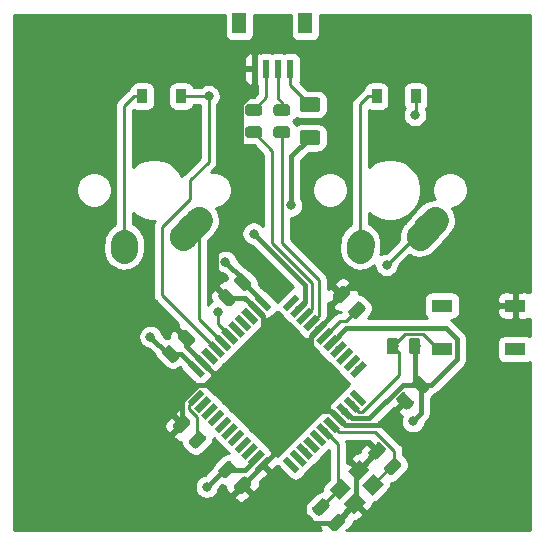
<source format=gbl>
G04 #@! TF.GenerationSoftware,KiCad,Pcbnew,(5.1.4)-1*
G04 #@! TF.CreationDate,2023-02-06T19:17:42+01:00*
G04 #@! TF.ProjectId,Keypad PCB,4b657970-6164-4205-9043-422e6b696361,rev?*
G04 #@! TF.SameCoordinates,Original*
G04 #@! TF.FileFunction,Copper,L2,Bot*
G04 #@! TF.FilePolarity,Positive*
%FSLAX46Y46*%
G04 Gerber Fmt 4.6, Leading zero omitted, Abs format (unit mm)*
G04 Created by KiCad (PCBNEW (5.1.4)-1) date 2023-02-06 19:17:42*
%MOMM*%
%LPD*%
G04 APERTURE LIST*
%ADD10C,2.250000*%
%ADD11C,2.250000*%
%ADD12R,0.900000X1.200000*%
%ADD13C,0.550000*%
%ADD14C,0.100000*%
%ADD15R,1.200000X1.800000*%
%ADD16R,0.600000X1.550000*%
%ADD17C,1.200000*%
%ADD18R,1.800000X1.100000*%
%ADD19C,0.975000*%
%ADD20C,1.250000*%
%ADD21C,0.800000*%
%ADD22C,0.381000*%
%ADD23C,0.250000*%
%ADD24C,0.254000*%
G04 APERTURE END LIST*
D10*
X192500000Y-54000000D03*
X193154999Y-53270000D03*
D11*
X193810000Y-52540000D02*
X192499998Y-54000000D01*
D10*
X187460000Y-55080000D03*
X187480000Y-54790000D03*
D11*
X187500000Y-54500000D02*
X187460000Y-55080000D01*
D12*
X188850000Y-42068750D03*
X192150000Y-42068750D03*
X169006250Y-42068750D03*
X172306250Y-42068750D03*
D13*
X179241918Y-59553564D03*
D14*
G36*
X179966702Y-59889440D02*
G01*
X179577794Y-60278348D01*
X178517134Y-59217688D01*
X178906042Y-58828780D01*
X179966702Y-59889440D01*
X179966702Y-59889440D01*
G37*
D13*
X178676233Y-60119250D03*
D14*
G36*
X179401017Y-60455126D02*
G01*
X179012109Y-60844034D01*
X177951449Y-59783374D01*
X178340357Y-59394466D01*
X179401017Y-60455126D01*
X179401017Y-60455126D01*
G37*
D13*
X178110548Y-60684935D03*
D14*
G36*
X178835332Y-61020811D02*
G01*
X178446424Y-61409719D01*
X177385764Y-60349059D01*
X177774672Y-59960151D01*
X178835332Y-61020811D01*
X178835332Y-61020811D01*
G37*
D13*
X177544862Y-61250620D03*
D14*
G36*
X178269646Y-61586496D02*
G01*
X177880738Y-61975404D01*
X176820078Y-60914744D01*
X177208986Y-60525836D01*
X178269646Y-61586496D01*
X178269646Y-61586496D01*
G37*
D13*
X176979177Y-61816306D03*
D14*
G36*
X177703961Y-62152182D02*
G01*
X177315053Y-62541090D01*
X176254393Y-61480430D01*
X176643301Y-61091522D01*
X177703961Y-62152182D01*
X177703961Y-62152182D01*
G37*
D13*
X176413491Y-62381991D03*
D14*
G36*
X177138275Y-62717867D02*
G01*
X176749367Y-63106775D01*
X175688707Y-62046115D01*
X176077615Y-61657207D01*
X177138275Y-62717867D01*
X177138275Y-62717867D01*
G37*
D13*
X175847806Y-62947677D03*
D14*
G36*
X176572590Y-63283553D02*
G01*
X176183682Y-63672461D01*
X175123022Y-62611801D01*
X175511930Y-62222893D01*
X176572590Y-63283553D01*
X176572590Y-63283553D01*
G37*
D13*
X175282120Y-63513362D03*
D14*
G36*
X176006904Y-63849238D02*
G01*
X175617996Y-64238146D01*
X174557336Y-63177486D01*
X174946244Y-62788578D01*
X176006904Y-63849238D01*
X176006904Y-63849238D01*
G37*
D13*
X174716435Y-64079048D03*
D14*
G36*
X175441219Y-64414924D02*
G01*
X175052311Y-64803832D01*
X173991651Y-63743172D01*
X174380559Y-63354264D01*
X175441219Y-64414924D01*
X175441219Y-64414924D01*
G37*
D13*
X174150750Y-64644733D03*
D14*
G36*
X174875534Y-64980609D02*
G01*
X174486626Y-65369517D01*
X173425966Y-64308857D01*
X173814874Y-63919949D01*
X174875534Y-64980609D01*
X174875534Y-64980609D01*
G37*
D13*
X173585064Y-65210418D03*
D14*
G36*
X174309848Y-65546294D02*
G01*
X173920940Y-65935202D01*
X172860280Y-64874542D01*
X173249188Y-64485634D01*
X174309848Y-65546294D01*
X174309848Y-65546294D01*
G37*
D13*
X173585064Y-67614582D03*
D14*
G36*
X173920940Y-66889798D02*
G01*
X174309848Y-67278706D01*
X173249188Y-68339366D01*
X172860280Y-67950458D01*
X173920940Y-66889798D01*
X173920940Y-66889798D01*
G37*
D13*
X174150750Y-68180267D03*
D14*
G36*
X174486626Y-67455483D02*
G01*
X174875534Y-67844391D01*
X173814874Y-68905051D01*
X173425966Y-68516143D01*
X174486626Y-67455483D01*
X174486626Y-67455483D01*
G37*
D13*
X174716435Y-68745952D03*
D14*
G36*
X175052311Y-68021168D02*
G01*
X175441219Y-68410076D01*
X174380559Y-69470736D01*
X173991651Y-69081828D01*
X175052311Y-68021168D01*
X175052311Y-68021168D01*
G37*
D13*
X175282120Y-69311638D03*
D14*
G36*
X175617996Y-68586854D02*
G01*
X176006904Y-68975762D01*
X174946244Y-70036422D01*
X174557336Y-69647514D01*
X175617996Y-68586854D01*
X175617996Y-68586854D01*
G37*
D13*
X175847806Y-69877323D03*
D14*
G36*
X176183682Y-69152539D02*
G01*
X176572590Y-69541447D01*
X175511930Y-70602107D01*
X175123022Y-70213199D01*
X176183682Y-69152539D01*
X176183682Y-69152539D01*
G37*
D13*
X176413491Y-70443009D03*
D14*
G36*
X176749367Y-69718225D02*
G01*
X177138275Y-70107133D01*
X176077615Y-71167793D01*
X175688707Y-70778885D01*
X176749367Y-69718225D01*
X176749367Y-69718225D01*
G37*
D13*
X176979177Y-71008694D03*
D14*
G36*
X177315053Y-70283910D02*
G01*
X177703961Y-70672818D01*
X176643301Y-71733478D01*
X176254393Y-71344570D01*
X177315053Y-70283910D01*
X177315053Y-70283910D01*
G37*
D13*
X177544862Y-71574380D03*
D14*
G36*
X177880738Y-70849596D02*
G01*
X178269646Y-71238504D01*
X177208986Y-72299164D01*
X176820078Y-71910256D01*
X177880738Y-70849596D01*
X177880738Y-70849596D01*
G37*
D13*
X178110548Y-72140065D03*
D14*
G36*
X178446424Y-71415281D02*
G01*
X178835332Y-71804189D01*
X177774672Y-72864849D01*
X177385764Y-72475941D01*
X178446424Y-71415281D01*
X178446424Y-71415281D01*
G37*
D13*
X178676233Y-72705750D03*
D14*
G36*
X179012109Y-71980966D02*
G01*
X179401017Y-72369874D01*
X178340357Y-73430534D01*
X177951449Y-73041626D01*
X179012109Y-71980966D01*
X179012109Y-71980966D01*
G37*
D13*
X179241918Y-73271436D03*
D14*
G36*
X179577794Y-72546652D02*
G01*
X179966702Y-72935560D01*
X178906042Y-73996220D01*
X178517134Y-73607312D01*
X179577794Y-72546652D01*
X179577794Y-72546652D01*
G37*
D13*
X181646082Y-73271436D03*
D14*
G36*
X182370866Y-73607312D02*
G01*
X181981958Y-73996220D01*
X180921298Y-72935560D01*
X181310206Y-72546652D01*
X182370866Y-73607312D01*
X182370866Y-73607312D01*
G37*
D13*
X182211767Y-72705750D03*
D14*
G36*
X182936551Y-73041626D02*
G01*
X182547643Y-73430534D01*
X181486983Y-72369874D01*
X181875891Y-71980966D01*
X182936551Y-73041626D01*
X182936551Y-73041626D01*
G37*
D13*
X182777452Y-72140065D03*
D14*
G36*
X183502236Y-72475941D02*
G01*
X183113328Y-72864849D01*
X182052668Y-71804189D01*
X182441576Y-71415281D01*
X183502236Y-72475941D01*
X183502236Y-72475941D01*
G37*
D13*
X183343138Y-71574380D03*
D14*
G36*
X184067922Y-71910256D02*
G01*
X183679014Y-72299164D01*
X182618354Y-71238504D01*
X183007262Y-70849596D01*
X184067922Y-71910256D01*
X184067922Y-71910256D01*
G37*
D13*
X183908823Y-71008694D03*
D14*
G36*
X184633607Y-71344570D02*
G01*
X184244699Y-71733478D01*
X183184039Y-70672818D01*
X183572947Y-70283910D01*
X184633607Y-71344570D01*
X184633607Y-71344570D01*
G37*
D13*
X184474509Y-70443009D03*
D14*
G36*
X185199293Y-70778885D02*
G01*
X184810385Y-71167793D01*
X183749725Y-70107133D01*
X184138633Y-69718225D01*
X185199293Y-70778885D01*
X185199293Y-70778885D01*
G37*
D13*
X185040194Y-69877323D03*
D14*
G36*
X185764978Y-70213199D02*
G01*
X185376070Y-70602107D01*
X184315410Y-69541447D01*
X184704318Y-69152539D01*
X185764978Y-70213199D01*
X185764978Y-70213199D01*
G37*
D13*
X185605880Y-69311638D03*
D14*
G36*
X186330664Y-69647514D02*
G01*
X185941756Y-70036422D01*
X184881096Y-68975762D01*
X185270004Y-68586854D01*
X186330664Y-69647514D01*
X186330664Y-69647514D01*
G37*
D13*
X186171565Y-68745952D03*
D14*
G36*
X186896349Y-69081828D02*
G01*
X186507441Y-69470736D01*
X185446781Y-68410076D01*
X185835689Y-68021168D01*
X186896349Y-69081828D01*
X186896349Y-69081828D01*
G37*
D13*
X186737250Y-68180267D03*
D14*
G36*
X187462034Y-68516143D02*
G01*
X187073126Y-68905051D01*
X186012466Y-67844391D01*
X186401374Y-67455483D01*
X187462034Y-68516143D01*
X187462034Y-68516143D01*
G37*
D13*
X187302936Y-67614582D03*
D14*
G36*
X188027720Y-67950458D02*
G01*
X187638812Y-68339366D01*
X186578152Y-67278706D01*
X186967060Y-66889798D01*
X188027720Y-67950458D01*
X188027720Y-67950458D01*
G37*
D13*
X187302936Y-65210418D03*
D14*
G36*
X187638812Y-64485634D02*
G01*
X188027720Y-64874542D01*
X186967060Y-65935202D01*
X186578152Y-65546294D01*
X187638812Y-64485634D01*
X187638812Y-64485634D01*
G37*
D13*
X186737250Y-64644733D03*
D14*
G36*
X187073126Y-63919949D02*
G01*
X187462034Y-64308857D01*
X186401374Y-65369517D01*
X186012466Y-64980609D01*
X187073126Y-63919949D01*
X187073126Y-63919949D01*
G37*
D13*
X186171565Y-64079048D03*
D14*
G36*
X186507441Y-63354264D02*
G01*
X186896349Y-63743172D01*
X185835689Y-64803832D01*
X185446781Y-64414924D01*
X186507441Y-63354264D01*
X186507441Y-63354264D01*
G37*
D13*
X185605880Y-63513362D03*
D14*
G36*
X185941756Y-62788578D02*
G01*
X186330664Y-63177486D01*
X185270004Y-64238146D01*
X184881096Y-63849238D01*
X185941756Y-62788578D01*
X185941756Y-62788578D01*
G37*
D13*
X185040194Y-62947677D03*
D14*
G36*
X185376070Y-62222893D02*
G01*
X185764978Y-62611801D01*
X184704318Y-63672461D01*
X184315410Y-63283553D01*
X185376070Y-62222893D01*
X185376070Y-62222893D01*
G37*
D13*
X184474509Y-62381991D03*
D14*
G36*
X184810385Y-61657207D02*
G01*
X185199293Y-62046115D01*
X184138633Y-63106775D01*
X183749725Y-62717867D01*
X184810385Y-61657207D01*
X184810385Y-61657207D01*
G37*
D13*
X183908823Y-61816306D03*
D14*
G36*
X184244699Y-61091522D02*
G01*
X184633607Y-61480430D01*
X183572947Y-62541090D01*
X183184039Y-62152182D01*
X184244699Y-61091522D01*
X184244699Y-61091522D01*
G37*
D13*
X183343138Y-61250620D03*
D14*
G36*
X183679014Y-60525836D02*
G01*
X184067922Y-60914744D01*
X183007262Y-61975404D01*
X182618354Y-61586496D01*
X183679014Y-60525836D01*
X183679014Y-60525836D01*
G37*
D13*
X182777452Y-60684935D03*
D14*
G36*
X183113328Y-59960151D02*
G01*
X183502236Y-60349059D01*
X182441576Y-61409719D01*
X182052668Y-61020811D01*
X183113328Y-59960151D01*
X183113328Y-59960151D01*
G37*
D13*
X182211767Y-60119250D03*
D14*
G36*
X182547643Y-59394466D02*
G01*
X182936551Y-59783374D01*
X181875891Y-60844034D01*
X181486983Y-60455126D01*
X182547643Y-59394466D01*
X182547643Y-59394466D01*
G37*
D13*
X181646082Y-59553564D03*
D14*
G36*
X181981958Y-58828780D02*
G01*
X182370866Y-59217688D01*
X181310206Y-60278348D01*
X180921298Y-59889440D01*
X181981958Y-58828780D01*
X181981958Y-58828780D01*
G37*
D15*
X182831250Y-35900000D03*
X177231250Y-35900000D03*
D16*
X181531250Y-39775000D03*
X180531250Y-39775000D03*
X179531250Y-39775000D03*
X178531250Y-39775000D03*
D17*
X186998223Y-76522608D03*
D14*
G36*
X186927512Y-77441847D02*
G01*
X186078984Y-76593319D01*
X187068934Y-75603369D01*
X187917462Y-76451897D01*
X186927512Y-77441847D01*
X186927512Y-77441847D01*
G37*
D17*
X188553858Y-74966973D03*
D14*
G36*
X188483147Y-75886212D02*
G01*
X187634619Y-75037684D01*
X188624569Y-74047734D01*
X189473097Y-74896262D01*
X188483147Y-75886212D01*
X188483147Y-75886212D01*
G37*
D17*
X187351777Y-73764892D03*
D14*
G36*
X187281066Y-74684131D02*
G01*
X186432538Y-73835603D01*
X187422488Y-72845653D01*
X188271016Y-73694181D01*
X187281066Y-74684131D01*
X187281066Y-74684131D01*
G37*
D17*
X185796142Y-75320527D03*
D14*
G36*
X185725431Y-76239766D02*
G01*
X184876903Y-75391238D01*
X185866853Y-74401288D01*
X186715381Y-75249816D01*
X185725431Y-76239766D01*
X185725431Y-76239766D01*
G37*
D18*
X194393750Y-59800000D03*
X200593750Y-63500000D03*
X194393750Y-63500000D03*
X200593750Y-59800000D03*
D14*
G36*
X173855402Y-70437449D02*
G01*
X173879063Y-70440959D01*
X173902267Y-70446771D01*
X173924789Y-70454829D01*
X173946413Y-70465057D01*
X173966930Y-70477354D01*
X173986143Y-70491604D01*
X174003867Y-70507668D01*
X174348582Y-70852383D01*
X174364646Y-70870107D01*
X174378896Y-70889320D01*
X174391193Y-70909837D01*
X174401421Y-70931461D01*
X174409479Y-70953983D01*
X174415291Y-70977187D01*
X174418801Y-71000848D01*
X174419975Y-71024740D01*
X174418801Y-71048632D01*
X174415291Y-71072293D01*
X174409479Y-71095497D01*
X174401421Y-71118019D01*
X174391193Y-71139643D01*
X174378896Y-71160160D01*
X174364646Y-71179373D01*
X174348582Y-71197097D01*
X173703347Y-71842332D01*
X173685623Y-71858396D01*
X173666410Y-71872646D01*
X173645893Y-71884943D01*
X173624269Y-71895171D01*
X173601747Y-71903229D01*
X173578543Y-71909041D01*
X173554882Y-71912551D01*
X173530990Y-71913725D01*
X173507098Y-71912551D01*
X173483437Y-71909041D01*
X173460233Y-71903229D01*
X173437711Y-71895171D01*
X173416087Y-71884943D01*
X173395570Y-71872646D01*
X173376357Y-71858396D01*
X173358633Y-71842332D01*
X173013918Y-71497617D01*
X172997854Y-71479893D01*
X172983604Y-71460680D01*
X172971307Y-71440163D01*
X172961079Y-71418539D01*
X172953021Y-71396017D01*
X172947209Y-71372813D01*
X172943699Y-71349152D01*
X172942525Y-71325260D01*
X172943699Y-71301368D01*
X172947209Y-71277707D01*
X172953021Y-71254503D01*
X172961079Y-71231981D01*
X172971307Y-71210357D01*
X172983604Y-71189840D01*
X172997854Y-71170627D01*
X173013918Y-71152903D01*
X173659153Y-70507668D01*
X173676877Y-70491604D01*
X173696090Y-70477354D01*
X173716607Y-70465057D01*
X173738231Y-70454829D01*
X173760753Y-70446771D01*
X173783957Y-70440959D01*
X173807618Y-70437449D01*
X173831510Y-70436275D01*
X173855402Y-70437449D01*
X173855402Y-70437449D01*
G37*
D19*
X173681250Y-71175000D03*
D14*
G36*
X172529576Y-69111623D02*
G01*
X172553237Y-69115133D01*
X172576441Y-69120945D01*
X172598963Y-69129003D01*
X172620587Y-69139231D01*
X172641104Y-69151528D01*
X172660317Y-69165778D01*
X172678041Y-69181842D01*
X173022756Y-69526557D01*
X173038820Y-69544281D01*
X173053070Y-69563494D01*
X173065367Y-69584011D01*
X173075595Y-69605635D01*
X173083653Y-69628157D01*
X173089465Y-69651361D01*
X173092975Y-69675022D01*
X173094149Y-69698914D01*
X173092975Y-69722806D01*
X173089465Y-69746467D01*
X173083653Y-69769671D01*
X173075595Y-69792193D01*
X173065367Y-69813817D01*
X173053070Y-69834334D01*
X173038820Y-69853547D01*
X173022756Y-69871271D01*
X172377521Y-70516506D01*
X172359797Y-70532570D01*
X172340584Y-70546820D01*
X172320067Y-70559117D01*
X172298443Y-70569345D01*
X172275921Y-70577403D01*
X172252717Y-70583215D01*
X172229056Y-70586725D01*
X172205164Y-70587899D01*
X172181272Y-70586725D01*
X172157611Y-70583215D01*
X172134407Y-70577403D01*
X172111885Y-70569345D01*
X172090261Y-70559117D01*
X172069744Y-70546820D01*
X172050531Y-70532570D01*
X172032807Y-70516506D01*
X171688092Y-70171791D01*
X171672028Y-70154067D01*
X171657778Y-70134854D01*
X171645481Y-70114337D01*
X171635253Y-70092713D01*
X171627195Y-70070191D01*
X171621383Y-70046987D01*
X171617873Y-70023326D01*
X171616699Y-69999434D01*
X171617873Y-69975542D01*
X171621383Y-69951881D01*
X171627195Y-69928677D01*
X171635253Y-69906155D01*
X171645481Y-69884531D01*
X171657778Y-69864014D01*
X171672028Y-69844801D01*
X171688092Y-69827077D01*
X172333327Y-69181842D01*
X172351051Y-69165778D01*
X172370264Y-69151528D01*
X172390781Y-69139231D01*
X172412405Y-69129003D01*
X172434927Y-69120945D01*
X172458131Y-69115133D01*
X172481792Y-69111623D01*
X172505684Y-69110449D01*
X172529576Y-69111623D01*
X172529576Y-69111623D01*
G37*
D19*
X172355424Y-69849174D03*
D14*
G36*
X190473892Y-62538674D02*
G01*
X190497553Y-62542184D01*
X190520757Y-62547996D01*
X190543279Y-62556054D01*
X190564903Y-62566282D01*
X190585420Y-62578579D01*
X190604633Y-62592829D01*
X190622357Y-62608893D01*
X190638421Y-62626617D01*
X190652671Y-62645830D01*
X190664968Y-62666347D01*
X190675196Y-62687971D01*
X190683254Y-62710493D01*
X190689066Y-62733697D01*
X190692576Y-62757358D01*
X190693750Y-62781250D01*
X190693750Y-63693750D01*
X190692576Y-63717642D01*
X190689066Y-63741303D01*
X190683254Y-63764507D01*
X190675196Y-63787029D01*
X190664968Y-63808653D01*
X190652671Y-63829170D01*
X190638421Y-63848383D01*
X190622357Y-63866107D01*
X190604633Y-63882171D01*
X190585420Y-63896421D01*
X190564903Y-63908718D01*
X190543279Y-63918946D01*
X190520757Y-63927004D01*
X190497553Y-63932816D01*
X190473892Y-63936326D01*
X190450000Y-63937500D01*
X189962500Y-63937500D01*
X189938608Y-63936326D01*
X189914947Y-63932816D01*
X189891743Y-63927004D01*
X189869221Y-63918946D01*
X189847597Y-63908718D01*
X189827080Y-63896421D01*
X189807867Y-63882171D01*
X189790143Y-63866107D01*
X189774079Y-63848383D01*
X189759829Y-63829170D01*
X189747532Y-63808653D01*
X189737304Y-63787029D01*
X189729246Y-63764507D01*
X189723434Y-63741303D01*
X189719924Y-63717642D01*
X189718750Y-63693750D01*
X189718750Y-62781250D01*
X189719924Y-62757358D01*
X189723434Y-62733697D01*
X189729246Y-62710493D01*
X189737304Y-62687971D01*
X189747532Y-62666347D01*
X189759829Y-62645830D01*
X189774079Y-62626617D01*
X189790143Y-62608893D01*
X189807867Y-62592829D01*
X189827080Y-62578579D01*
X189847597Y-62566282D01*
X189869221Y-62556054D01*
X189891743Y-62547996D01*
X189914947Y-62542184D01*
X189938608Y-62538674D01*
X189962500Y-62537500D01*
X190450000Y-62537500D01*
X190473892Y-62538674D01*
X190473892Y-62538674D01*
G37*
D19*
X190206250Y-63237500D03*
D14*
G36*
X192348892Y-62538674D02*
G01*
X192372553Y-62542184D01*
X192395757Y-62547996D01*
X192418279Y-62556054D01*
X192439903Y-62566282D01*
X192460420Y-62578579D01*
X192479633Y-62592829D01*
X192497357Y-62608893D01*
X192513421Y-62626617D01*
X192527671Y-62645830D01*
X192539968Y-62666347D01*
X192550196Y-62687971D01*
X192558254Y-62710493D01*
X192564066Y-62733697D01*
X192567576Y-62757358D01*
X192568750Y-62781250D01*
X192568750Y-63693750D01*
X192567576Y-63717642D01*
X192564066Y-63741303D01*
X192558254Y-63764507D01*
X192550196Y-63787029D01*
X192539968Y-63808653D01*
X192527671Y-63829170D01*
X192513421Y-63848383D01*
X192497357Y-63866107D01*
X192479633Y-63882171D01*
X192460420Y-63896421D01*
X192439903Y-63908718D01*
X192418279Y-63918946D01*
X192395757Y-63927004D01*
X192372553Y-63932816D01*
X192348892Y-63936326D01*
X192325000Y-63937500D01*
X191837500Y-63937500D01*
X191813608Y-63936326D01*
X191789947Y-63932816D01*
X191766743Y-63927004D01*
X191744221Y-63918946D01*
X191722597Y-63908718D01*
X191702080Y-63896421D01*
X191682867Y-63882171D01*
X191665143Y-63866107D01*
X191649079Y-63848383D01*
X191634829Y-63829170D01*
X191622532Y-63808653D01*
X191612304Y-63787029D01*
X191604246Y-63764507D01*
X191598434Y-63741303D01*
X191594924Y-63717642D01*
X191593750Y-63693750D01*
X191593750Y-62781250D01*
X191594924Y-62757358D01*
X191598434Y-62733697D01*
X191604246Y-62710493D01*
X191612304Y-62687971D01*
X191622532Y-62666347D01*
X191634829Y-62645830D01*
X191649079Y-62626617D01*
X191665143Y-62608893D01*
X191682867Y-62592829D01*
X191702080Y-62578579D01*
X191722597Y-62566282D01*
X191744221Y-62556054D01*
X191766743Y-62547996D01*
X191789947Y-62542184D01*
X191813608Y-62538674D01*
X191837500Y-62537500D01*
X192325000Y-62537500D01*
X192348892Y-62538674D01*
X192348892Y-62538674D01*
G37*
D19*
X192081250Y-63237500D03*
D14*
G36*
X181305142Y-42763674D02*
G01*
X181328803Y-42767184D01*
X181352007Y-42772996D01*
X181374529Y-42781054D01*
X181396153Y-42791282D01*
X181416670Y-42803579D01*
X181435883Y-42817829D01*
X181453607Y-42833893D01*
X181469671Y-42851617D01*
X181483921Y-42870830D01*
X181496218Y-42891347D01*
X181506446Y-42912971D01*
X181514504Y-42935493D01*
X181520316Y-42958697D01*
X181523826Y-42982358D01*
X181525000Y-43006250D01*
X181525000Y-43493750D01*
X181523826Y-43517642D01*
X181520316Y-43541303D01*
X181514504Y-43564507D01*
X181506446Y-43587029D01*
X181496218Y-43608653D01*
X181483921Y-43629170D01*
X181469671Y-43648383D01*
X181453607Y-43666107D01*
X181435883Y-43682171D01*
X181416670Y-43696421D01*
X181396153Y-43708718D01*
X181374529Y-43718946D01*
X181352007Y-43727004D01*
X181328803Y-43732816D01*
X181305142Y-43736326D01*
X181281250Y-43737500D01*
X180368750Y-43737500D01*
X180344858Y-43736326D01*
X180321197Y-43732816D01*
X180297993Y-43727004D01*
X180275471Y-43718946D01*
X180253847Y-43708718D01*
X180233330Y-43696421D01*
X180214117Y-43682171D01*
X180196393Y-43666107D01*
X180180329Y-43648383D01*
X180166079Y-43629170D01*
X180153782Y-43608653D01*
X180143554Y-43587029D01*
X180135496Y-43564507D01*
X180129684Y-43541303D01*
X180126174Y-43517642D01*
X180125000Y-43493750D01*
X180125000Y-43006250D01*
X180126174Y-42982358D01*
X180129684Y-42958697D01*
X180135496Y-42935493D01*
X180143554Y-42912971D01*
X180153782Y-42891347D01*
X180166079Y-42870830D01*
X180180329Y-42851617D01*
X180196393Y-42833893D01*
X180214117Y-42817829D01*
X180233330Y-42803579D01*
X180253847Y-42791282D01*
X180275471Y-42781054D01*
X180297993Y-42772996D01*
X180321197Y-42767184D01*
X180344858Y-42763674D01*
X180368750Y-42762500D01*
X181281250Y-42762500D01*
X181305142Y-42763674D01*
X181305142Y-42763674D01*
G37*
D19*
X180825000Y-43250000D03*
D14*
G36*
X181305142Y-44638674D02*
G01*
X181328803Y-44642184D01*
X181352007Y-44647996D01*
X181374529Y-44656054D01*
X181396153Y-44666282D01*
X181416670Y-44678579D01*
X181435883Y-44692829D01*
X181453607Y-44708893D01*
X181469671Y-44726617D01*
X181483921Y-44745830D01*
X181496218Y-44766347D01*
X181506446Y-44787971D01*
X181514504Y-44810493D01*
X181520316Y-44833697D01*
X181523826Y-44857358D01*
X181525000Y-44881250D01*
X181525000Y-45368750D01*
X181523826Y-45392642D01*
X181520316Y-45416303D01*
X181514504Y-45439507D01*
X181506446Y-45462029D01*
X181496218Y-45483653D01*
X181483921Y-45504170D01*
X181469671Y-45523383D01*
X181453607Y-45541107D01*
X181435883Y-45557171D01*
X181416670Y-45571421D01*
X181396153Y-45583718D01*
X181374529Y-45593946D01*
X181352007Y-45602004D01*
X181328803Y-45607816D01*
X181305142Y-45611326D01*
X181281250Y-45612500D01*
X180368750Y-45612500D01*
X180344858Y-45611326D01*
X180321197Y-45607816D01*
X180297993Y-45602004D01*
X180275471Y-45593946D01*
X180253847Y-45583718D01*
X180233330Y-45571421D01*
X180214117Y-45557171D01*
X180196393Y-45541107D01*
X180180329Y-45523383D01*
X180166079Y-45504170D01*
X180153782Y-45483653D01*
X180143554Y-45462029D01*
X180135496Y-45439507D01*
X180129684Y-45416303D01*
X180126174Y-45392642D01*
X180125000Y-45368750D01*
X180125000Y-44881250D01*
X180126174Y-44857358D01*
X180129684Y-44833697D01*
X180135496Y-44810493D01*
X180143554Y-44787971D01*
X180153782Y-44766347D01*
X180166079Y-44745830D01*
X180180329Y-44726617D01*
X180196393Y-44708893D01*
X180214117Y-44692829D01*
X180233330Y-44678579D01*
X180253847Y-44666282D01*
X180275471Y-44656054D01*
X180297993Y-44647996D01*
X180321197Y-44642184D01*
X180344858Y-44638674D01*
X180368750Y-44637500D01*
X181281250Y-44637500D01*
X181305142Y-44638674D01*
X181305142Y-44638674D01*
G37*
D19*
X180825000Y-45125000D03*
D14*
G36*
X178923892Y-42763674D02*
G01*
X178947553Y-42767184D01*
X178970757Y-42772996D01*
X178993279Y-42781054D01*
X179014903Y-42791282D01*
X179035420Y-42803579D01*
X179054633Y-42817829D01*
X179072357Y-42833893D01*
X179088421Y-42851617D01*
X179102671Y-42870830D01*
X179114968Y-42891347D01*
X179125196Y-42912971D01*
X179133254Y-42935493D01*
X179139066Y-42958697D01*
X179142576Y-42982358D01*
X179143750Y-43006250D01*
X179143750Y-43493750D01*
X179142576Y-43517642D01*
X179139066Y-43541303D01*
X179133254Y-43564507D01*
X179125196Y-43587029D01*
X179114968Y-43608653D01*
X179102671Y-43629170D01*
X179088421Y-43648383D01*
X179072357Y-43666107D01*
X179054633Y-43682171D01*
X179035420Y-43696421D01*
X179014903Y-43708718D01*
X178993279Y-43718946D01*
X178970757Y-43727004D01*
X178947553Y-43732816D01*
X178923892Y-43736326D01*
X178900000Y-43737500D01*
X177987500Y-43737500D01*
X177963608Y-43736326D01*
X177939947Y-43732816D01*
X177916743Y-43727004D01*
X177894221Y-43718946D01*
X177872597Y-43708718D01*
X177852080Y-43696421D01*
X177832867Y-43682171D01*
X177815143Y-43666107D01*
X177799079Y-43648383D01*
X177784829Y-43629170D01*
X177772532Y-43608653D01*
X177762304Y-43587029D01*
X177754246Y-43564507D01*
X177748434Y-43541303D01*
X177744924Y-43517642D01*
X177743750Y-43493750D01*
X177743750Y-43006250D01*
X177744924Y-42982358D01*
X177748434Y-42958697D01*
X177754246Y-42935493D01*
X177762304Y-42912971D01*
X177772532Y-42891347D01*
X177784829Y-42870830D01*
X177799079Y-42851617D01*
X177815143Y-42833893D01*
X177832867Y-42817829D01*
X177852080Y-42803579D01*
X177872597Y-42791282D01*
X177894221Y-42781054D01*
X177916743Y-42772996D01*
X177939947Y-42767184D01*
X177963608Y-42763674D01*
X177987500Y-42762500D01*
X178900000Y-42762500D01*
X178923892Y-42763674D01*
X178923892Y-42763674D01*
G37*
D19*
X178443750Y-43250000D03*
D14*
G36*
X178923892Y-44638674D02*
G01*
X178947553Y-44642184D01*
X178970757Y-44647996D01*
X178993279Y-44656054D01*
X179014903Y-44666282D01*
X179035420Y-44678579D01*
X179054633Y-44692829D01*
X179072357Y-44708893D01*
X179088421Y-44726617D01*
X179102671Y-44745830D01*
X179114968Y-44766347D01*
X179125196Y-44787971D01*
X179133254Y-44810493D01*
X179139066Y-44833697D01*
X179142576Y-44857358D01*
X179143750Y-44881250D01*
X179143750Y-45368750D01*
X179142576Y-45392642D01*
X179139066Y-45416303D01*
X179133254Y-45439507D01*
X179125196Y-45462029D01*
X179114968Y-45483653D01*
X179102671Y-45504170D01*
X179088421Y-45523383D01*
X179072357Y-45541107D01*
X179054633Y-45557171D01*
X179035420Y-45571421D01*
X179014903Y-45583718D01*
X178993279Y-45593946D01*
X178970757Y-45602004D01*
X178947553Y-45607816D01*
X178923892Y-45611326D01*
X178900000Y-45612500D01*
X177987500Y-45612500D01*
X177963608Y-45611326D01*
X177939947Y-45607816D01*
X177916743Y-45602004D01*
X177894221Y-45593946D01*
X177872597Y-45583718D01*
X177852080Y-45571421D01*
X177832867Y-45557171D01*
X177815143Y-45541107D01*
X177799079Y-45523383D01*
X177784829Y-45504170D01*
X177772532Y-45483653D01*
X177762304Y-45462029D01*
X177754246Y-45439507D01*
X177748434Y-45416303D01*
X177744924Y-45392642D01*
X177743750Y-45368750D01*
X177743750Y-44881250D01*
X177744924Y-44857358D01*
X177748434Y-44833697D01*
X177754246Y-44810493D01*
X177762304Y-44787971D01*
X177772532Y-44766347D01*
X177784829Y-44745830D01*
X177799079Y-44726617D01*
X177815143Y-44708893D01*
X177832867Y-44692829D01*
X177852080Y-44678579D01*
X177872597Y-44666282D01*
X177894221Y-44656054D01*
X177916743Y-44647996D01*
X177939947Y-44642184D01*
X177963608Y-44638674D01*
X177987500Y-44637500D01*
X178900000Y-44637500D01*
X178923892Y-44638674D01*
X178923892Y-44638674D01*
G37*
D19*
X178443750Y-45125000D03*
D10*
X172500000Y-54000000D03*
X173154999Y-53270000D03*
D11*
X173810000Y-52540000D02*
X172499998Y-54000000D01*
D10*
X167460000Y-55080000D03*
X167480000Y-54790000D03*
D11*
X167500000Y-54500000D02*
X167460000Y-55080000D01*
D14*
G36*
X183855754Y-42163704D02*
G01*
X183880023Y-42167304D01*
X183903821Y-42173265D01*
X183926921Y-42181530D01*
X183949099Y-42192020D01*
X183970143Y-42204633D01*
X183989848Y-42219247D01*
X184008027Y-42235723D01*
X184024503Y-42253902D01*
X184039117Y-42273607D01*
X184051730Y-42294651D01*
X184062220Y-42316829D01*
X184070485Y-42339929D01*
X184076446Y-42363727D01*
X184080046Y-42387996D01*
X184081250Y-42412500D01*
X184081250Y-43162500D01*
X184080046Y-43187004D01*
X184076446Y-43211273D01*
X184070485Y-43235071D01*
X184062220Y-43258171D01*
X184051730Y-43280349D01*
X184039117Y-43301393D01*
X184024503Y-43321098D01*
X184008027Y-43339277D01*
X183989848Y-43355753D01*
X183970143Y-43370367D01*
X183949099Y-43382980D01*
X183926921Y-43393470D01*
X183903821Y-43401735D01*
X183880023Y-43407696D01*
X183855754Y-43411296D01*
X183831250Y-43412500D01*
X182581250Y-43412500D01*
X182556746Y-43411296D01*
X182532477Y-43407696D01*
X182508679Y-43401735D01*
X182485579Y-43393470D01*
X182463401Y-43382980D01*
X182442357Y-43370367D01*
X182422652Y-43355753D01*
X182404473Y-43339277D01*
X182387997Y-43321098D01*
X182373383Y-43301393D01*
X182360770Y-43280349D01*
X182350280Y-43258171D01*
X182342015Y-43235071D01*
X182336054Y-43211273D01*
X182332454Y-43187004D01*
X182331250Y-43162500D01*
X182331250Y-42412500D01*
X182332454Y-42387996D01*
X182336054Y-42363727D01*
X182342015Y-42339929D01*
X182350280Y-42316829D01*
X182360770Y-42294651D01*
X182373383Y-42273607D01*
X182387997Y-42253902D01*
X182404473Y-42235723D01*
X182422652Y-42219247D01*
X182442357Y-42204633D01*
X182463401Y-42192020D01*
X182485579Y-42181530D01*
X182508679Y-42173265D01*
X182532477Y-42167304D01*
X182556746Y-42163704D01*
X182581250Y-42162500D01*
X183831250Y-42162500D01*
X183855754Y-42163704D01*
X183855754Y-42163704D01*
G37*
D20*
X183206250Y-42787500D03*
D14*
G36*
X183855754Y-44963704D02*
G01*
X183880023Y-44967304D01*
X183903821Y-44973265D01*
X183926921Y-44981530D01*
X183949099Y-44992020D01*
X183970143Y-45004633D01*
X183989848Y-45019247D01*
X184008027Y-45035723D01*
X184024503Y-45053902D01*
X184039117Y-45073607D01*
X184051730Y-45094651D01*
X184062220Y-45116829D01*
X184070485Y-45139929D01*
X184076446Y-45163727D01*
X184080046Y-45187996D01*
X184081250Y-45212500D01*
X184081250Y-45962500D01*
X184080046Y-45987004D01*
X184076446Y-46011273D01*
X184070485Y-46035071D01*
X184062220Y-46058171D01*
X184051730Y-46080349D01*
X184039117Y-46101393D01*
X184024503Y-46121098D01*
X184008027Y-46139277D01*
X183989848Y-46155753D01*
X183970143Y-46170367D01*
X183949099Y-46182980D01*
X183926921Y-46193470D01*
X183903821Y-46201735D01*
X183880023Y-46207696D01*
X183855754Y-46211296D01*
X183831250Y-46212500D01*
X182581250Y-46212500D01*
X182556746Y-46211296D01*
X182532477Y-46207696D01*
X182508679Y-46201735D01*
X182485579Y-46193470D01*
X182463401Y-46182980D01*
X182442357Y-46170367D01*
X182422652Y-46155753D01*
X182404473Y-46139277D01*
X182387997Y-46121098D01*
X182373383Y-46101393D01*
X182360770Y-46080349D01*
X182350280Y-46058171D01*
X182342015Y-46035071D01*
X182336054Y-46011273D01*
X182332454Y-45987004D01*
X182331250Y-45962500D01*
X182331250Y-45212500D01*
X182332454Y-45187996D01*
X182336054Y-45163727D01*
X182342015Y-45139929D01*
X182350280Y-45116829D01*
X182360770Y-45094651D01*
X182373383Y-45073607D01*
X182387997Y-45053902D01*
X182404473Y-45035723D01*
X182422652Y-45019247D01*
X182442357Y-45004633D01*
X182463401Y-44992020D01*
X182485579Y-44981530D01*
X182508679Y-44973265D01*
X182532477Y-44967304D01*
X182556746Y-44963704D01*
X182581250Y-44962500D01*
X183831250Y-44962500D01*
X183855754Y-44963704D01*
X183855754Y-44963704D01*
G37*
D20*
X183206250Y-45587500D03*
D14*
G36*
X186042489Y-58130786D02*
G01*
X186066150Y-58134296D01*
X186089354Y-58140108D01*
X186111876Y-58148166D01*
X186133500Y-58158394D01*
X186154017Y-58170691D01*
X186173230Y-58184941D01*
X186190954Y-58201005D01*
X186535669Y-58545720D01*
X186551733Y-58563444D01*
X186565983Y-58582657D01*
X186578280Y-58603174D01*
X186588508Y-58624798D01*
X186596566Y-58647320D01*
X186602378Y-58670524D01*
X186605888Y-58694185D01*
X186607062Y-58718077D01*
X186605888Y-58741969D01*
X186602378Y-58765630D01*
X186596566Y-58788834D01*
X186588508Y-58811356D01*
X186578280Y-58832980D01*
X186565983Y-58853497D01*
X186551733Y-58872710D01*
X186535669Y-58890434D01*
X185890434Y-59535669D01*
X185872710Y-59551733D01*
X185853497Y-59565983D01*
X185832980Y-59578280D01*
X185811356Y-59588508D01*
X185788834Y-59596566D01*
X185765630Y-59602378D01*
X185741969Y-59605888D01*
X185718077Y-59607062D01*
X185694185Y-59605888D01*
X185670524Y-59602378D01*
X185647320Y-59596566D01*
X185624798Y-59588508D01*
X185603174Y-59578280D01*
X185582657Y-59565983D01*
X185563444Y-59551733D01*
X185545720Y-59535669D01*
X185201005Y-59190954D01*
X185184941Y-59173230D01*
X185170691Y-59154017D01*
X185158394Y-59133500D01*
X185148166Y-59111876D01*
X185140108Y-59089354D01*
X185134296Y-59066150D01*
X185130786Y-59042489D01*
X185129612Y-59018597D01*
X185130786Y-58994705D01*
X185134296Y-58971044D01*
X185140108Y-58947840D01*
X185148166Y-58925318D01*
X185158394Y-58903694D01*
X185170691Y-58883177D01*
X185184941Y-58863964D01*
X185201005Y-58846240D01*
X185846240Y-58201005D01*
X185863964Y-58184941D01*
X185883177Y-58170691D01*
X185903694Y-58158394D01*
X185925318Y-58148166D01*
X185947840Y-58140108D01*
X185971044Y-58134296D01*
X185994705Y-58130786D01*
X186018597Y-58129612D01*
X186042489Y-58130786D01*
X186042489Y-58130786D01*
G37*
D19*
X185868337Y-58868337D03*
D14*
G36*
X187368315Y-59456612D02*
G01*
X187391976Y-59460122D01*
X187415180Y-59465934D01*
X187437702Y-59473992D01*
X187459326Y-59484220D01*
X187479843Y-59496517D01*
X187499056Y-59510767D01*
X187516780Y-59526831D01*
X187861495Y-59871546D01*
X187877559Y-59889270D01*
X187891809Y-59908483D01*
X187904106Y-59929000D01*
X187914334Y-59950624D01*
X187922392Y-59973146D01*
X187928204Y-59996350D01*
X187931714Y-60020011D01*
X187932888Y-60043903D01*
X187931714Y-60067795D01*
X187928204Y-60091456D01*
X187922392Y-60114660D01*
X187914334Y-60137182D01*
X187904106Y-60158806D01*
X187891809Y-60179323D01*
X187877559Y-60198536D01*
X187861495Y-60216260D01*
X187216260Y-60861495D01*
X187198536Y-60877559D01*
X187179323Y-60891809D01*
X187158806Y-60904106D01*
X187137182Y-60914334D01*
X187114660Y-60922392D01*
X187091456Y-60928204D01*
X187067795Y-60931714D01*
X187043903Y-60932888D01*
X187020011Y-60931714D01*
X186996350Y-60928204D01*
X186973146Y-60922392D01*
X186950624Y-60914334D01*
X186929000Y-60904106D01*
X186908483Y-60891809D01*
X186889270Y-60877559D01*
X186871546Y-60861495D01*
X186526831Y-60516780D01*
X186510767Y-60499056D01*
X186496517Y-60479843D01*
X186484220Y-60459326D01*
X186473992Y-60437702D01*
X186465934Y-60415180D01*
X186460122Y-60391976D01*
X186456612Y-60368315D01*
X186455438Y-60344423D01*
X186456612Y-60320531D01*
X186460122Y-60296870D01*
X186465934Y-60273666D01*
X186473992Y-60251144D01*
X186484220Y-60229520D01*
X186496517Y-60209003D01*
X186510767Y-60189790D01*
X186526831Y-60172066D01*
X187172066Y-59526831D01*
X187189790Y-59510767D01*
X187209003Y-59496517D01*
X187229520Y-59484220D01*
X187251144Y-59473992D01*
X187273666Y-59465934D01*
X187296870Y-59460122D01*
X187320531Y-59456612D01*
X187344423Y-59455438D01*
X187368315Y-59456612D01*
X187368315Y-59456612D01*
G37*
D19*
X187194163Y-60194163D03*
D14*
G36*
X189067489Y-71362036D02*
G01*
X189091150Y-71365546D01*
X189114354Y-71371358D01*
X189136876Y-71379416D01*
X189158500Y-71389644D01*
X189179017Y-71401941D01*
X189198230Y-71416191D01*
X189215954Y-71432255D01*
X189560669Y-71776970D01*
X189576733Y-71794694D01*
X189590983Y-71813907D01*
X189603280Y-71834424D01*
X189613508Y-71856048D01*
X189621566Y-71878570D01*
X189627378Y-71901774D01*
X189630888Y-71925435D01*
X189632062Y-71949327D01*
X189630888Y-71973219D01*
X189627378Y-71996880D01*
X189621566Y-72020084D01*
X189613508Y-72042606D01*
X189603280Y-72064230D01*
X189590983Y-72084747D01*
X189576733Y-72103960D01*
X189560669Y-72121684D01*
X188915434Y-72766919D01*
X188897710Y-72782983D01*
X188878497Y-72797233D01*
X188857980Y-72809530D01*
X188836356Y-72819758D01*
X188813834Y-72827816D01*
X188790630Y-72833628D01*
X188766969Y-72837138D01*
X188743077Y-72838312D01*
X188719185Y-72837138D01*
X188695524Y-72833628D01*
X188672320Y-72827816D01*
X188649798Y-72819758D01*
X188628174Y-72809530D01*
X188607657Y-72797233D01*
X188588444Y-72782983D01*
X188570720Y-72766919D01*
X188226005Y-72422204D01*
X188209941Y-72404480D01*
X188195691Y-72385267D01*
X188183394Y-72364750D01*
X188173166Y-72343126D01*
X188165108Y-72320604D01*
X188159296Y-72297400D01*
X188155786Y-72273739D01*
X188154612Y-72249847D01*
X188155786Y-72225955D01*
X188159296Y-72202294D01*
X188165108Y-72179090D01*
X188173166Y-72156568D01*
X188183394Y-72134944D01*
X188195691Y-72114427D01*
X188209941Y-72095214D01*
X188226005Y-72077490D01*
X188871240Y-71432255D01*
X188888964Y-71416191D01*
X188908177Y-71401941D01*
X188928694Y-71389644D01*
X188950318Y-71379416D01*
X188972840Y-71371358D01*
X188996044Y-71365546D01*
X189019705Y-71362036D01*
X189043597Y-71360862D01*
X189067489Y-71362036D01*
X189067489Y-71362036D01*
G37*
D19*
X188893337Y-72099587D03*
D14*
G36*
X190393315Y-72687862D02*
G01*
X190416976Y-72691372D01*
X190440180Y-72697184D01*
X190462702Y-72705242D01*
X190484326Y-72715470D01*
X190504843Y-72727767D01*
X190524056Y-72742017D01*
X190541780Y-72758081D01*
X190886495Y-73102796D01*
X190902559Y-73120520D01*
X190916809Y-73139733D01*
X190929106Y-73160250D01*
X190939334Y-73181874D01*
X190947392Y-73204396D01*
X190953204Y-73227600D01*
X190956714Y-73251261D01*
X190957888Y-73275153D01*
X190956714Y-73299045D01*
X190953204Y-73322706D01*
X190947392Y-73345910D01*
X190939334Y-73368432D01*
X190929106Y-73390056D01*
X190916809Y-73410573D01*
X190902559Y-73429786D01*
X190886495Y-73447510D01*
X190241260Y-74092745D01*
X190223536Y-74108809D01*
X190204323Y-74123059D01*
X190183806Y-74135356D01*
X190162182Y-74145584D01*
X190139660Y-74153642D01*
X190116456Y-74159454D01*
X190092795Y-74162964D01*
X190068903Y-74164138D01*
X190045011Y-74162964D01*
X190021350Y-74159454D01*
X189998146Y-74153642D01*
X189975624Y-74145584D01*
X189954000Y-74135356D01*
X189933483Y-74123059D01*
X189914270Y-74108809D01*
X189896546Y-74092745D01*
X189551831Y-73748030D01*
X189535767Y-73730306D01*
X189521517Y-73711093D01*
X189509220Y-73690576D01*
X189498992Y-73668952D01*
X189490934Y-73646430D01*
X189485122Y-73623226D01*
X189481612Y-73599565D01*
X189480438Y-73575673D01*
X189481612Y-73551781D01*
X189485122Y-73528120D01*
X189490934Y-73504916D01*
X189498992Y-73482394D01*
X189509220Y-73460770D01*
X189521517Y-73440253D01*
X189535767Y-73421040D01*
X189551831Y-73403316D01*
X190197066Y-72758081D01*
X190214790Y-72742017D01*
X190234003Y-72727767D01*
X190254520Y-72715470D01*
X190276144Y-72705242D01*
X190298666Y-72697184D01*
X190321870Y-72691372D01*
X190345531Y-72687862D01*
X190369423Y-72686688D01*
X190393315Y-72687862D01*
X190393315Y-72687862D01*
G37*
D19*
X190219163Y-73425413D03*
D14*
G36*
X185630815Y-77450362D02*
G01*
X185654476Y-77453872D01*
X185677680Y-77459684D01*
X185700202Y-77467742D01*
X185721826Y-77477970D01*
X185742343Y-77490267D01*
X185761556Y-77504517D01*
X185779280Y-77520581D01*
X186123995Y-77865296D01*
X186140059Y-77883020D01*
X186154309Y-77902233D01*
X186166606Y-77922750D01*
X186176834Y-77944374D01*
X186184892Y-77966896D01*
X186190704Y-77990100D01*
X186194214Y-78013761D01*
X186195388Y-78037653D01*
X186194214Y-78061545D01*
X186190704Y-78085206D01*
X186184892Y-78108410D01*
X186176834Y-78130932D01*
X186166606Y-78152556D01*
X186154309Y-78173073D01*
X186140059Y-78192286D01*
X186123995Y-78210010D01*
X185478760Y-78855245D01*
X185461036Y-78871309D01*
X185441823Y-78885559D01*
X185421306Y-78897856D01*
X185399682Y-78908084D01*
X185377160Y-78916142D01*
X185353956Y-78921954D01*
X185330295Y-78925464D01*
X185306403Y-78926638D01*
X185282511Y-78925464D01*
X185258850Y-78921954D01*
X185235646Y-78916142D01*
X185213124Y-78908084D01*
X185191500Y-78897856D01*
X185170983Y-78885559D01*
X185151770Y-78871309D01*
X185134046Y-78855245D01*
X184789331Y-78510530D01*
X184773267Y-78492806D01*
X184759017Y-78473593D01*
X184746720Y-78453076D01*
X184736492Y-78431452D01*
X184728434Y-78408930D01*
X184722622Y-78385726D01*
X184719112Y-78362065D01*
X184717938Y-78338173D01*
X184719112Y-78314281D01*
X184722622Y-78290620D01*
X184728434Y-78267416D01*
X184736492Y-78244894D01*
X184746720Y-78223270D01*
X184759017Y-78202753D01*
X184773267Y-78183540D01*
X184789331Y-78165816D01*
X185434566Y-77520581D01*
X185452290Y-77504517D01*
X185471503Y-77490267D01*
X185492020Y-77477970D01*
X185513644Y-77467742D01*
X185536166Y-77459684D01*
X185559370Y-77453872D01*
X185583031Y-77450362D01*
X185606923Y-77449188D01*
X185630815Y-77450362D01*
X185630815Y-77450362D01*
G37*
D19*
X185456663Y-78187913D03*
D14*
G36*
X184304989Y-76124536D02*
G01*
X184328650Y-76128046D01*
X184351854Y-76133858D01*
X184374376Y-76141916D01*
X184396000Y-76152144D01*
X184416517Y-76164441D01*
X184435730Y-76178691D01*
X184453454Y-76194755D01*
X184798169Y-76539470D01*
X184814233Y-76557194D01*
X184828483Y-76576407D01*
X184840780Y-76596924D01*
X184851008Y-76618548D01*
X184859066Y-76641070D01*
X184864878Y-76664274D01*
X184868388Y-76687935D01*
X184869562Y-76711827D01*
X184868388Y-76735719D01*
X184864878Y-76759380D01*
X184859066Y-76782584D01*
X184851008Y-76805106D01*
X184840780Y-76826730D01*
X184828483Y-76847247D01*
X184814233Y-76866460D01*
X184798169Y-76884184D01*
X184152934Y-77529419D01*
X184135210Y-77545483D01*
X184115997Y-77559733D01*
X184095480Y-77572030D01*
X184073856Y-77582258D01*
X184051334Y-77590316D01*
X184028130Y-77596128D01*
X184004469Y-77599638D01*
X183980577Y-77600812D01*
X183956685Y-77599638D01*
X183933024Y-77596128D01*
X183909820Y-77590316D01*
X183887298Y-77582258D01*
X183865674Y-77572030D01*
X183845157Y-77559733D01*
X183825944Y-77545483D01*
X183808220Y-77529419D01*
X183463505Y-77184704D01*
X183447441Y-77166980D01*
X183433191Y-77147767D01*
X183420894Y-77127250D01*
X183410666Y-77105626D01*
X183402608Y-77083104D01*
X183396796Y-77059900D01*
X183393286Y-77036239D01*
X183392112Y-77012347D01*
X183393286Y-76988455D01*
X183396796Y-76964794D01*
X183402608Y-76941590D01*
X183410666Y-76919068D01*
X183420894Y-76897444D01*
X183433191Y-76876927D01*
X183447441Y-76857714D01*
X183463505Y-76839990D01*
X184108740Y-76194755D01*
X184126464Y-76178691D01*
X184145677Y-76164441D01*
X184166194Y-76152144D01*
X184187818Y-76141916D01*
X184210340Y-76133858D01*
X184233544Y-76128046D01*
X184257205Y-76124536D01*
X184281097Y-76123362D01*
X184304989Y-76124536D01*
X184304989Y-76124536D01*
G37*
D19*
X184130837Y-76862087D03*
D14*
G36*
X176066969Y-58400362D02*
G01*
X176090630Y-58403872D01*
X176113834Y-58409684D01*
X176136356Y-58417742D01*
X176157980Y-58427970D01*
X176178497Y-58440267D01*
X176197710Y-58454517D01*
X176215434Y-58470581D01*
X176860669Y-59115816D01*
X176876733Y-59133540D01*
X176890983Y-59152753D01*
X176903280Y-59173270D01*
X176913508Y-59194894D01*
X176921566Y-59217416D01*
X176927378Y-59240620D01*
X176930888Y-59264281D01*
X176932062Y-59288173D01*
X176930888Y-59312065D01*
X176927378Y-59335726D01*
X176921566Y-59358930D01*
X176913508Y-59381452D01*
X176903280Y-59403076D01*
X176890983Y-59423593D01*
X176876733Y-59442806D01*
X176860669Y-59460530D01*
X176515954Y-59805245D01*
X176498230Y-59821309D01*
X176479017Y-59835559D01*
X176458500Y-59847856D01*
X176436876Y-59858084D01*
X176414354Y-59866142D01*
X176391150Y-59871954D01*
X176367489Y-59875464D01*
X176343597Y-59876638D01*
X176319705Y-59875464D01*
X176296044Y-59871954D01*
X176272840Y-59866142D01*
X176250318Y-59858084D01*
X176228694Y-59847856D01*
X176208177Y-59835559D01*
X176188964Y-59821309D01*
X176171240Y-59805245D01*
X175526005Y-59160010D01*
X175509941Y-59142286D01*
X175495691Y-59123073D01*
X175483394Y-59102556D01*
X175473166Y-59080932D01*
X175465108Y-59058410D01*
X175459296Y-59035206D01*
X175455786Y-59011545D01*
X175454612Y-58987653D01*
X175455786Y-58963761D01*
X175459296Y-58940100D01*
X175465108Y-58916896D01*
X175473166Y-58894374D01*
X175483394Y-58872750D01*
X175495691Y-58852233D01*
X175509941Y-58833020D01*
X175526005Y-58815296D01*
X175870720Y-58470581D01*
X175888444Y-58454517D01*
X175907657Y-58440267D01*
X175928174Y-58427970D01*
X175949798Y-58417742D01*
X175972320Y-58409684D01*
X175995524Y-58403872D01*
X176019185Y-58400362D01*
X176043077Y-58399188D01*
X176066969Y-58400362D01*
X176066969Y-58400362D01*
G37*
D19*
X176193337Y-59137913D03*
D14*
G36*
X177392795Y-57074536D02*
G01*
X177416456Y-57078046D01*
X177439660Y-57083858D01*
X177462182Y-57091916D01*
X177483806Y-57102144D01*
X177504323Y-57114441D01*
X177523536Y-57128691D01*
X177541260Y-57144755D01*
X178186495Y-57789990D01*
X178202559Y-57807714D01*
X178216809Y-57826927D01*
X178229106Y-57847444D01*
X178239334Y-57869068D01*
X178247392Y-57891590D01*
X178253204Y-57914794D01*
X178256714Y-57938455D01*
X178257888Y-57962347D01*
X178256714Y-57986239D01*
X178253204Y-58009900D01*
X178247392Y-58033104D01*
X178239334Y-58055626D01*
X178229106Y-58077250D01*
X178216809Y-58097767D01*
X178202559Y-58116980D01*
X178186495Y-58134704D01*
X177841780Y-58479419D01*
X177824056Y-58495483D01*
X177804843Y-58509733D01*
X177784326Y-58522030D01*
X177762702Y-58532258D01*
X177740180Y-58540316D01*
X177716976Y-58546128D01*
X177693315Y-58549638D01*
X177669423Y-58550812D01*
X177645531Y-58549638D01*
X177621870Y-58546128D01*
X177598666Y-58540316D01*
X177576144Y-58532258D01*
X177554520Y-58522030D01*
X177534003Y-58509733D01*
X177514790Y-58495483D01*
X177497066Y-58479419D01*
X176851831Y-57834184D01*
X176835767Y-57816460D01*
X176821517Y-57797247D01*
X176809220Y-57776730D01*
X176798992Y-57755106D01*
X176790934Y-57732584D01*
X176785122Y-57709380D01*
X176781612Y-57685719D01*
X176780438Y-57661827D01*
X176781612Y-57637935D01*
X176785122Y-57614274D01*
X176790934Y-57591070D01*
X176798992Y-57568548D01*
X176809220Y-57546924D01*
X176821517Y-57526407D01*
X176835767Y-57507194D01*
X176851831Y-57489470D01*
X177196546Y-57144755D01*
X177214270Y-57128691D01*
X177233483Y-57114441D01*
X177254000Y-57102144D01*
X177275624Y-57091916D01*
X177298146Y-57083858D01*
X177321350Y-57078046D01*
X177345011Y-57074536D01*
X177368903Y-57073362D01*
X177392795Y-57074536D01*
X177392795Y-57074536D01*
G37*
D19*
X177519163Y-57812087D03*
D14*
G36*
X191148219Y-67131612D02*
G01*
X191171880Y-67135122D01*
X191195084Y-67140934D01*
X191217606Y-67148992D01*
X191239230Y-67159220D01*
X191259747Y-67171517D01*
X191278960Y-67185767D01*
X191296684Y-67201831D01*
X191941919Y-67847066D01*
X191957983Y-67864790D01*
X191972233Y-67884003D01*
X191984530Y-67904520D01*
X191994758Y-67926144D01*
X192002816Y-67948666D01*
X192008628Y-67971870D01*
X192012138Y-67995531D01*
X192013312Y-68019423D01*
X192012138Y-68043315D01*
X192008628Y-68066976D01*
X192002816Y-68090180D01*
X191994758Y-68112702D01*
X191984530Y-68134326D01*
X191972233Y-68154843D01*
X191957983Y-68174056D01*
X191941919Y-68191780D01*
X191597204Y-68536495D01*
X191579480Y-68552559D01*
X191560267Y-68566809D01*
X191539750Y-68579106D01*
X191518126Y-68589334D01*
X191495604Y-68597392D01*
X191472400Y-68603204D01*
X191448739Y-68606714D01*
X191424847Y-68607888D01*
X191400955Y-68606714D01*
X191377294Y-68603204D01*
X191354090Y-68597392D01*
X191331568Y-68589334D01*
X191309944Y-68579106D01*
X191289427Y-68566809D01*
X191270214Y-68552559D01*
X191252490Y-68536495D01*
X190607255Y-67891260D01*
X190591191Y-67873536D01*
X190576941Y-67854323D01*
X190564644Y-67833806D01*
X190554416Y-67812182D01*
X190546358Y-67789660D01*
X190540546Y-67766456D01*
X190537036Y-67742795D01*
X190535862Y-67718903D01*
X190537036Y-67695011D01*
X190540546Y-67671350D01*
X190546358Y-67648146D01*
X190554416Y-67625624D01*
X190564644Y-67604000D01*
X190576941Y-67583483D01*
X190591191Y-67564270D01*
X190607255Y-67546546D01*
X190951970Y-67201831D01*
X190969694Y-67185767D01*
X190988907Y-67171517D01*
X191009424Y-67159220D01*
X191031048Y-67148992D01*
X191053570Y-67140934D01*
X191076774Y-67135122D01*
X191100435Y-67131612D01*
X191124327Y-67130438D01*
X191148219Y-67131612D01*
X191148219Y-67131612D01*
G37*
D19*
X191274587Y-67869163D03*
D14*
G36*
X192474045Y-65805786D02*
G01*
X192497706Y-65809296D01*
X192520910Y-65815108D01*
X192543432Y-65823166D01*
X192565056Y-65833394D01*
X192585573Y-65845691D01*
X192604786Y-65859941D01*
X192622510Y-65876005D01*
X193267745Y-66521240D01*
X193283809Y-66538964D01*
X193298059Y-66558177D01*
X193310356Y-66578694D01*
X193320584Y-66600318D01*
X193328642Y-66622840D01*
X193334454Y-66646044D01*
X193337964Y-66669705D01*
X193339138Y-66693597D01*
X193337964Y-66717489D01*
X193334454Y-66741150D01*
X193328642Y-66764354D01*
X193320584Y-66786876D01*
X193310356Y-66808500D01*
X193298059Y-66829017D01*
X193283809Y-66848230D01*
X193267745Y-66865954D01*
X192923030Y-67210669D01*
X192905306Y-67226733D01*
X192886093Y-67240983D01*
X192865576Y-67253280D01*
X192843952Y-67263508D01*
X192821430Y-67271566D01*
X192798226Y-67277378D01*
X192774565Y-67280888D01*
X192750673Y-67282062D01*
X192726781Y-67280888D01*
X192703120Y-67277378D01*
X192679916Y-67271566D01*
X192657394Y-67263508D01*
X192635770Y-67253280D01*
X192615253Y-67240983D01*
X192596040Y-67226733D01*
X192578316Y-67210669D01*
X191933081Y-66565434D01*
X191917017Y-66547710D01*
X191902767Y-66528497D01*
X191890470Y-66507980D01*
X191880242Y-66486356D01*
X191872184Y-66463834D01*
X191866372Y-66440630D01*
X191862862Y-66416969D01*
X191861688Y-66393077D01*
X191862862Y-66369185D01*
X191866372Y-66345524D01*
X191872184Y-66322320D01*
X191880242Y-66299798D01*
X191890470Y-66278174D01*
X191902767Y-66257657D01*
X191917017Y-66238444D01*
X191933081Y-66220720D01*
X192277796Y-65876005D01*
X192295520Y-65859941D01*
X192314733Y-65845691D01*
X192335250Y-65833394D01*
X192356874Y-65823166D01*
X192379396Y-65815108D01*
X192402600Y-65809296D01*
X192426261Y-65805786D01*
X192450153Y-65804612D01*
X192474045Y-65805786D01*
X192474045Y-65805786D01*
G37*
D19*
X192600413Y-66543337D03*
D14*
G36*
X172630295Y-61837036D02*
G01*
X172653956Y-61840546D01*
X172677160Y-61846358D01*
X172699682Y-61854416D01*
X172721306Y-61864644D01*
X172741823Y-61876941D01*
X172761036Y-61891191D01*
X172778760Y-61907255D01*
X173423995Y-62552490D01*
X173440059Y-62570214D01*
X173454309Y-62589427D01*
X173466606Y-62609944D01*
X173476834Y-62631568D01*
X173484892Y-62654090D01*
X173490704Y-62677294D01*
X173494214Y-62700955D01*
X173495388Y-62724847D01*
X173494214Y-62748739D01*
X173490704Y-62772400D01*
X173484892Y-62795604D01*
X173476834Y-62818126D01*
X173466606Y-62839750D01*
X173454309Y-62860267D01*
X173440059Y-62879480D01*
X173423995Y-62897204D01*
X173079280Y-63241919D01*
X173061556Y-63257983D01*
X173042343Y-63272233D01*
X173021826Y-63284530D01*
X173000202Y-63294758D01*
X172977680Y-63302816D01*
X172954476Y-63308628D01*
X172930815Y-63312138D01*
X172906923Y-63313312D01*
X172883031Y-63312138D01*
X172859370Y-63308628D01*
X172836166Y-63302816D01*
X172813644Y-63294758D01*
X172792020Y-63284530D01*
X172771503Y-63272233D01*
X172752290Y-63257983D01*
X172734566Y-63241919D01*
X172089331Y-62596684D01*
X172073267Y-62578960D01*
X172059017Y-62559747D01*
X172046720Y-62539230D01*
X172036492Y-62517606D01*
X172028434Y-62495084D01*
X172022622Y-62471880D01*
X172019112Y-62448219D01*
X172017938Y-62424327D01*
X172019112Y-62400435D01*
X172022622Y-62376774D01*
X172028434Y-62353570D01*
X172036492Y-62331048D01*
X172046720Y-62309424D01*
X172059017Y-62288907D01*
X172073267Y-62269694D01*
X172089331Y-62251970D01*
X172434046Y-61907255D01*
X172451770Y-61891191D01*
X172470983Y-61876941D01*
X172491500Y-61864644D01*
X172513124Y-61854416D01*
X172535646Y-61846358D01*
X172558850Y-61840546D01*
X172582511Y-61837036D01*
X172606403Y-61835862D01*
X172630295Y-61837036D01*
X172630295Y-61837036D01*
G37*
D19*
X172756663Y-62574587D03*
D14*
G36*
X171304469Y-63162862D02*
G01*
X171328130Y-63166372D01*
X171351334Y-63172184D01*
X171373856Y-63180242D01*
X171395480Y-63190470D01*
X171415997Y-63202767D01*
X171435210Y-63217017D01*
X171452934Y-63233081D01*
X172098169Y-63878316D01*
X172114233Y-63896040D01*
X172128483Y-63915253D01*
X172140780Y-63935770D01*
X172151008Y-63957394D01*
X172159066Y-63979916D01*
X172164878Y-64003120D01*
X172168388Y-64026781D01*
X172169562Y-64050673D01*
X172168388Y-64074565D01*
X172164878Y-64098226D01*
X172159066Y-64121430D01*
X172151008Y-64143952D01*
X172140780Y-64165576D01*
X172128483Y-64186093D01*
X172114233Y-64205306D01*
X172098169Y-64223030D01*
X171753454Y-64567745D01*
X171735730Y-64583809D01*
X171716517Y-64598059D01*
X171696000Y-64610356D01*
X171674376Y-64620584D01*
X171651854Y-64628642D01*
X171628650Y-64634454D01*
X171604989Y-64637964D01*
X171581097Y-64639138D01*
X171557205Y-64637964D01*
X171533544Y-64634454D01*
X171510340Y-64628642D01*
X171487818Y-64620584D01*
X171466194Y-64610356D01*
X171445677Y-64598059D01*
X171426464Y-64583809D01*
X171408740Y-64567745D01*
X170763505Y-63922510D01*
X170747441Y-63904786D01*
X170733191Y-63885573D01*
X170720894Y-63865056D01*
X170710666Y-63843432D01*
X170702608Y-63820910D01*
X170696796Y-63797706D01*
X170693286Y-63774045D01*
X170692112Y-63750153D01*
X170693286Y-63726261D01*
X170696796Y-63702600D01*
X170702608Y-63679396D01*
X170710666Y-63656874D01*
X170720894Y-63635250D01*
X170733191Y-63614733D01*
X170747441Y-63595520D01*
X170763505Y-63577796D01*
X171108220Y-63233081D01*
X171125944Y-63217017D01*
X171145157Y-63202767D01*
X171165674Y-63190470D01*
X171187298Y-63180242D01*
X171209820Y-63172184D01*
X171233024Y-63166372D01*
X171256685Y-63162862D01*
X171280577Y-63161688D01*
X171304469Y-63162862D01*
X171304469Y-63162862D01*
G37*
D19*
X171430837Y-63900413D03*
D14*
G36*
X177693315Y-74275362D02*
G01*
X177716976Y-74278872D01*
X177740180Y-74284684D01*
X177762702Y-74292742D01*
X177784326Y-74302970D01*
X177804843Y-74315267D01*
X177824056Y-74329517D01*
X177841780Y-74345581D01*
X178186495Y-74690296D01*
X178202559Y-74708020D01*
X178216809Y-74727233D01*
X178229106Y-74747750D01*
X178239334Y-74769374D01*
X178247392Y-74791896D01*
X178253204Y-74815100D01*
X178256714Y-74838761D01*
X178257888Y-74862653D01*
X178256714Y-74886545D01*
X178253204Y-74910206D01*
X178247392Y-74933410D01*
X178239334Y-74955932D01*
X178229106Y-74977556D01*
X178216809Y-74998073D01*
X178202559Y-75017286D01*
X178186495Y-75035010D01*
X177541260Y-75680245D01*
X177523536Y-75696309D01*
X177504323Y-75710559D01*
X177483806Y-75722856D01*
X177462182Y-75733084D01*
X177439660Y-75741142D01*
X177416456Y-75746954D01*
X177392795Y-75750464D01*
X177368903Y-75751638D01*
X177345011Y-75750464D01*
X177321350Y-75746954D01*
X177298146Y-75741142D01*
X177275624Y-75733084D01*
X177254000Y-75722856D01*
X177233483Y-75710559D01*
X177214270Y-75696309D01*
X177196546Y-75680245D01*
X176851831Y-75335530D01*
X176835767Y-75317806D01*
X176821517Y-75298593D01*
X176809220Y-75278076D01*
X176798992Y-75256452D01*
X176790934Y-75233930D01*
X176785122Y-75210726D01*
X176781612Y-75187065D01*
X176780438Y-75163173D01*
X176781612Y-75139281D01*
X176785122Y-75115620D01*
X176790934Y-75092416D01*
X176798992Y-75069894D01*
X176809220Y-75048270D01*
X176821517Y-75027753D01*
X176835767Y-75008540D01*
X176851831Y-74990816D01*
X177497066Y-74345581D01*
X177514790Y-74329517D01*
X177534003Y-74315267D01*
X177554520Y-74302970D01*
X177576144Y-74292742D01*
X177598666Y-74284684D01*
X177621870Y-74278872D01*
X177645531Y-74275362D01*
X177669423Y-74274188D01*
X177693315Y-74275362D01*
X177693315Y-74275362D01*
G37*
D19*
X177519163Y-75012913D03*
D14*
G36*
X176367489Y-72949536D02*
G01*
X176391150Y-72953046D01*
X176414354Y-72958858D01*
X176436876Y-72966916D01*
X176458500Y-72977144D01*
X176479017Y-72989441D01*
X176498230Y-73003691D01*
X176515954Y-73019755D01*
X176860669Y-73364470D01*
X176876733Y-73382194D01*
X176890983Y-73401407D01*
X176903280Y-73421924D01*
X176913508Y-73443548D01*
X176921566Y-73466070D01*
X176927378Y-73489274D01*
X176930888Y-73512935D01*
X176932062Y-73536827D01*
X176930888Y-73560719D01*
X176927378Y-73584380D01*
X176921566Y-73607584D01*
X176913508Y-73630106D01*
X176903280Y-73651730D01*
X176890983Y-73672247D01*
X176876733Y-73691460D01*
X176860669Y-73709184D01*
X176215434Y-74354419D01*
X176197710Y-74370483D01*
X176178497Y-74384733D01*
X176157980Y-74397030D01*
X176136356Y-74407258D01*
X176113834Y-74415316D01*
X176090630Y-74421128D01*
X176066969Y-74424638D01*
X176043077Y-74425812D01*
X176019185Y-74424638D01*
X175995524Y-74421128D01*
X175972320Y-74415316D01*
X175949798Y-74407258D01*
X175928174Y-74397030D01*
X175907657Y-74384733D01*
X175888444Y-74370483D01*
X175870720Y-74354419D01*
X175526005Y-74009704D01*
X175509941Y-73991980D01*
X175495691Y-73972767D01*
X175483394Y-73952250D01*
X175473166Y-73930626D01*
X175465108Y-73908104D01*
X175459296Y-73884900D01*
X175455786Y-73861239D01*
X175454612Y-73837347D01*
X175455786Y-73813455D01*
X175459296Y-73789794D01*
X175465108Y-73766590D01*
X175473166Y-73744068D01*
X175483394Y-73722444D01*
X175495691Y-73701927D01*
X175509941Y-73682714D01*
X175526005Y-73664990D01*
X176171240Y-73019755D01*
X176188964Y-73003691D01*
X176208177Y-72989441D01*
X176228694Y-72977144D01*
X176250318Y-72966916D01*
X176272840Y-72958858D01*
X176296044Y-72953046D01*
X176319705Y-72949536D01*
X176343597Y-72948362D01*
X176367489Y-72949536D01*
X176367489Y-72949536D01*
G37*
D19*
X176193337Y-73687087D03*
D21*
X191937500Y-69587500D03*
X176062500Y-56093750D03*
X169712500Y-62443750D03*
X174475000Y-75143750D03*
X181618750Y-51331250D03*
X178443750Y-53712500D03*
X192087500Y-43656250D03*
X174625000Y-42068750D03*
X189706250Y-56356250D03*
X175418750Y-60325000D03*
D22*
X186022347Y-77622229D02*
X185456663Y-78187913D01*
X187105891Y-76538685D02*
X186022347Y-77622229D01*
X187105891Y-73887033D02*
X187105891Y-76538685D01*
X188893337Y-72099587D02*
X187105891Y-73887033D01*
X180694163Y-78187913D02*
X177519163Y-75012913D01*
X185456663Y-78187913D02*
X180694163Y-78187913D01*
X186206920Y-69912678D02*
X185605880Y-69311638D01*
X186222244Y-69928002D02*
X186206920Y-69912678D01*
X189215748Y-69928002D02*
X186222244Y-69928002D01*
X191274587Y-67869163D02*
X189215748Y-69928002D01*
X177694896Y-59137913D02*
X178676233Y-60119250D01*
X176193337Y-59137913D02*
X177694896Y-59137913D01*
X172756663Y-63250646D02*
X172756663Y-62574587D01*
X174150750Y-64644733D02*
X172756663Y-63250646D01*
X177519163Y-75012913D02*
X183821478Y-68710598D01*
X185004840Y-68710598D02*
X185605880Y-69311638D01*
X183821478Y-68710598D02*
X185004840Y-68710598D01*
X183307783Y-62417346D02*
X183908823Y-61816306D01*
X183307783Y-68196903D02*
X183307783Y-62417346D01*
X179277273Y-64166393D02*
X183555440Y-68444560D01*
X179277273Y-60720290D02*
X179277273Y-64166393D01*
X178676233Y-60119250D02*
X179277273Y-60720290D01*
X183821478Y-68710598D02*
X183555440Y-68444560D01*
X183555440Y-68444560D02*
X183307783Y-68196903D01*
X174150750Y-64644733D02*
X177506017Y-68000000D01*
X177506017Y-68000000D02*
X183206250Y-68000000D01*
X173759184Y-66499288D02*
X174499288Y-66499288D01*
X172355424Y-69849174D02*
X172355424Y-67903048D01*
X172355424Y-67903048D02*
X173759184Y-66499288D01*
X174499288Y-66499288D02*
X176000000Y-68000000D01*
X176000000Y-68000000D02*
X177506017Y-68000000D01*
X186434021Y-58302653D02*
X185868337Y-58868337D01*
X197815403Y-58302653D02*
X186434021Y-58302653D01*
X199312750Y-59800000D02*
X197815403Y-58302653D01*
X200593750Y-59800000D02*
X199312750Y-59800000D01*
X185868337Y-58868337D02*
X184943750Y-59792924D01*
X184943750Y-60781379D02*
X183908823Y-61816306D01*
X184943750Y-59792924D02*
X184943750Y-60781379D01*
X175627653Y-58572229D02*
X176193337Y-59137913D01*
X178531250Y-39775000D02*
X178531250Y-41565520D01*
X178531250Y-41565520D02*
X177353240Y-42743530D01*
X177353240Y-42743530D02*
X177353240Y-52834260D01*
X177353240Y-52834260D02*
X175271999Y-54915501D01*
X175271999Y-54915501D02*
X175271999Y-58216575D01*
X175271999Y-58216575D02*
X175627653Y-58572229D01*
X192600413Y-66543337D02*
X192600413Y-68924587D01*
X192600413Y-68924587D02*
X191937500Y-69587500D01*
X179241918Y-59534842D02*
X177519163Y-57812087D01*
X179241918Y-59553564D02*
X179241918Y-59534842D01*
X177519163Y-57812087D02*
X177519163Y-57550413D01*
X177519163Y-57550413D02*
X176062500Y-56093750D01*
X172275059Y-63900413D02*
X173585064Y-65210418D01*
X171430837Y-63900413D02*
X172275059Y-63900413D01*
X171430837Y-63900413D02*
X171169163Y-63900413D01*
X171169163Y-63900413D02*
X169712500Y-62443750D01*
X177694896Y-73687087D02*
X176193337Y-73687087D01*
X178676233Y-72705750D02*
X177694896Y-73687087D01*
X175931663Y-73687087D02*
X174475000Y-75143750D01*
X176193337Y-73687087D02*
X175931663Y-73687087D01*
X183206250Y-45587500D02*
X181618750Y-47175000D01*
X181618750Y-47175000D02*
X181618750Y-51331250D01*
X186219363Y-68793750D02*
X186029166Y-68793750D01*
X186772605Y-69346992D02*
X186219363Y-68793750D01*
X188254542Y-69346992D02*
X186772605Y-69346992D01*
X192600413Y-66543337D02*
X191058197Y-66543337D01*
X191058197Y-66543337D02*
X188254542Y-69346992D01*
X192081250Y-66024174D02*
X192600413Y-66543337D01*
X192081250Y-63237500D02*
X192081250Y-66024174D01*
X193385879Y-66543337D02*
X192600413Y-66543337D01*
X193503315Y-66543337D02*
X193385879Y-66543337D01*
X195684251Y-64362401D02*
X193503315Y-66543337D01*
X195684251Y-62637599D02*
X195684251Y-64362401D01*
X194743632Y-61696980D02*
X195684251Y-62637599D01*
X186290891Y-61696980D02*
X194743632Y-61696980D01*
X185040194Y-62947677D02*
X186290891Y-61696980D01*
X182812807Y-58081557D02*
X178443750Y-53712500D01*
X182812807Y-59518210D02*
X182812807Y-58081557D01*
X182211767Y-60119250D02*
X182812807Y-59518210D01*
D23*
X184130837Y-76862087D02*
X185587500Y-75405424D01*
X185587500Y-71556000D02*
X184474509Y-70443009D01*
X185587500Y-75405424D02*
X185587500Y-71556000D01*
X185641234Y-70478363D02*
X185040194Y-69877323D01*
X188721697Y-70478363D02*
X185641234Y-70478363D01*
X190350000Y-72106666D02*
X188721697Y-70478363D01*
X190350000Y-73170831D02*
X190350000Y-72106666D01*
X188553858Y-74966973D02*
X190350000Y-73170831D01*
X184474509Y-62381991D02*
X185737500Y-61119000D01*
X186269326Y-61119000D02*
X187194163Y-60194163D01*
X185737500Y-61119000D02*
X186269326Y-61119000D01*
X192150000Y-42068750D02*
X192150000Y-43593750D01*
X192150000Y-43593750D02*
X192087500Y-43656250D01*
X174625000Y-42068750D02*
X172306250Y-42068750D01*
X174681080Y-62912322D02*
X175282120Y-63513362D01*
X170656250Y-53181250D02*
X170656250Y-58887492D01*
X170656250Y-58887492D02*
X171375004Y-59606246D01*
X171375004Y-59606246D02*
X174681080Y-62912322D01*
X171049999Y-59281241D02*
X171375004Y-59606246D01*
X174625000Y-42068750D02*
X174625000Y-47625000D01*
X174625000Y-47625000D02*
X173037500Y-49212500D01*
X173037500Y-49212500D02*
X173037500Y-50800000D01*
X173037500Y-50800000D02*
X170656250Y-53181250D01*
X181531250Y-41112500D02*
X183206250Y-42787500D01*
X181531250Y-39775000D02*
X181531250Y-41112500D01*
X173810000Y-60909871D02*
X175847806Y-62947677D01*
X173810000Y-52540000D02*
X173810000Y-60909871D01*
X193810000Y-52540000D02*
X193522500Y-52540000D01*
X193522500Y-52540000D02*
X189706250Y-56356250D01*
X176413491Y-62113491D02*
X176413491Y-62381991D01*
X175418750Y-61387250D02*
X176413491Y-62381991D01*
X175418750Y-60325000D02*
X175418750Y-61387250D01*
X183378492Y-60083895D02*
X183378492Y-57853492D01*
X182777452Y-60684935D02*
X183378492Y-60083895D01*
X183378492Y-57853492D02*
X180031250Y-54506250D01*
X180031250Y-46712500D02*
X178443750Y-45125000D01*
X180031250Y-54506250D02*
X180031250Y-46712500D01*
X180825000Y-45125000D02*
X180825000Y-54506250D01*
X183944178Y-60649580D02*
X183343138Y-61250620D01*
X183944178Y-57625428D02*
X183944178Y-60649580D01*
X180825000Y-54506250D02*
X183944178Y-57625428D01*
X190762487Y-62681263D02*
X190206250Y-63237500D01*
X191231260Y-62212490D02*
X190762487Y-62681263D01*
X192756240Y-62212490D02*
X191231260Y-62212490D01*
X194043750Y-63500000D02*
X192756240Y-62212490D01*
X194393750Y-63500000D02*
X194043750Y-63500000D01*
X187338290Y-68781307D02*
X186737250Y-68180267D01*
X187656505Y-68781307D02*
X187338290Y-68781307D01*
X190762487Y-65675325D02*
X187656505Y-68781307D01*
X190762487Y-63793737D02*
X190762487Y-65675325D01*
X190206250Y-63237500D02*
X190762487Y-63793737D01*
X172984024Y-68215622D02*
X173585064Y-67614582D01*
X172984024Y-68533835D02*
X172984024Y-68215622D01*
X173681250Y-69231061D02*
X172984024Y-68533835D01*
X173681250Y-71175000D02*
X173681250Y-69231061D01*
X180531250Y-39775000D02*
X180531250Y-42306250D01*
X180825000Y-42600000D02*
X180825000Y-43250000D01*
X180531250Y-42306250D02*
X180825000Y-42600000D01*
X179531250Y-42162500D02*
X178443750Y-43250000D01*
X179531250Y-39775000D02*
X179531250Y-42162500D01*
X167460000Y-53489010D02*
X167460000Y-55080000D01*
X167460000Y-42915000D02*
X167460000Y-53489010D01*
X168306250Y-42068750D02*
X167460000Y-42915000D01*
X169006250Y-42068750D02*
X168306250Y-42068750D01*
X187460000Y-53489010D02*
X187460000Y-55080000D01*
X187460000Y-42758750D02*
X187460000Y-53489010D01*
X188150000Y-42068750D02*
X187460000Y-42758750D01*
X188850000Y-42068750D02*
X188150000Y-42068750D01*
D24*
G36*
X175993178Y-36800000D02*
G01*
X176005438Y-36924482D01*
X176041748Y-37044180D01*
X176100713Y-37154494D01*
X176180065Y-37251185D01*
X176276756Y-37330537D01*
X176387070Y-37389502D01*
X176506768Y-37425812D01*
X176631250Y-37438072D01*
X177831250Y-37438072D01*
X177955732Y-37425812D01*
X178075430Y-37389502D01*
X178185744Y-37330537D01*
X178282435Y-37251185D01*
X178361787Y-37154494D01*
X178420752Y-37044180D01*
X178457062Y-36924482D01*
X178469322Y-36800000D01*
X178469322Y-35195000D01*
X181593178Y-35195000D01*
X181593178Y-36800000D01*
X181605438Y-36924482D01*
X181641748Y-37044180D01*
X181700713Y-37154494D01*
X181780065Y-37251185D01*
X181876756Y-37330537D01*
X181987070Y-37389502D01*
X182106768Y-37425812D01*
X182231250Y-37438072D01*
X183431250Y-37438072D01*
X183555732Y-37425812D01*
X183675430Y-37389502D01*
X183785744Y-37330537D01*
X183882435Y-37251185D01*
X183961787Y-37154494D01*
X184020752Y-37044180D01*
X184057062Y-36924482D01*
X184069322Y-36800000D01*
X184069322Y-35195000D01*
X201805000Y-35195000D01*
X201805001Y-58696349D01*
X201737930Y-58660498D01*
X201618232Y-58624188D01*
X201493750Y-58611928D01*
X200879500Y-58615000D01*
X200720750Y-58773750D01*
X200720750Y-59673000D01*
X200740750Y-59673000D01*
X200740750Y-59927000D01*
X200720750Y-59927000D01*
X200720750Y-60826250D01*
X200879500Y-60985000D01*
X201493750Y-60988072D01*
X201618232Y-60975812D01*
X201737930Y-60939502D01*
X201805001Y-60903651D01*
X201805001Y-62396349D01*
X201737930Y-62360498D01*
X201618232Y-62324188D01*
X201493750Y-62311928D01*
X199693750Y-62311928D01*
X199569268Y-62324188D01*
X199449570Y-62360498D01*
X199339256Y-62419463D01*
X199242565Y-62498815D01*
X199163213Y-62595506D01*
X199104248Y-62705820D01*
X199067938Y-62825518D01*
X199055678Y-62950000D01*
X199055678Y-64050000D01*
X199067938Y-64174482D01*
X199104248Y-64294180D01*
X199163213Y-64404494D01*
X199242565Y-64501185D01*
X199339256Y-64580537D01*
X199449570Y-64639502D01*
X199569268Y-64675812D01*
X199693750Y-64688072D01*
X201493750Y-64688072D01*
X201618232Y-64675812D01*
X201737930Y-64639502D01*
X201805001Y-64603651D01*
X201805001Y-78805000D01*
X186253358Y-78805000D01*
X186227943Y-78779585D01*
X186452446Y-78779585D01*
X186747537Y-78488838D01*
X186826890Y-78392147D01*
X186885854Y-78281832D01*
X186922164Y-78162134D01*
X186930288Y-78079646D01*
X187051994Y-78067658D01*
X187171692Y-78031349D01*
X187282006Y-77972385D01*
X187378697Y-77893032D01*
X187669444Y-77597941D01*
X187669444Y-77373434D01*
X186998223Y-76702213D01*
X186256291Y-77444145D01*
X186256291Y-77567890D01*
X185636268Y-78187913D01*
X185650411Y-78202056D01*
X185470806Y-78381661D01*
X185456663Y-78367518D01*
X185442521Y-78381661D01*
X185262916Y-78202056D01*
X185277058Y-78187913D01*
X185262916Y-78173771D01*
X185442521Y-77994166D01*
X185456663Y-78008308D01*
X186198595Y-77266376D01*
X186198595Y-77142631D01*
X186818618Y-76522608D01*
X186804476Y-76508466D01*
X186984081Y-76328861D01*
X186998223Y-76343003D01*
X187012366Y-76328861D01*
X187191971Y-76508466D01*
X187177828Y-76522608D01*
X187849049Y-77193829D01*
X188073556Y-77193829D01*
X188368647Y-76903082D01*
X188448000Y-76806391D01*
X188506964Y-76696077D01*
X188543273Y-76576379D01*
X188549043Y-76517794D01*
X188607629Y-76512024D01*
X188727327Y-76475714D01*
X188837641Y-76416749D01*
X188934332Y-76337397D01*
X189924282Y-75347447D01*
X190003634Y-75250756D01*
X190062599Y-75140442D01*
X190098909Y-75020744D01*
X190111169Y-74896262D01*
X190101589Y-74798991D01*
X190240938Y-74785266D01*
X190406362Y-74735085D01*
X190558817Y-74653596D01*
X190692445Y-74543930D01*
X191337680Y-73898695D01*
X191447346Y-73765067D01*
X191528835Y-73612612D01*
X191579016Y-73447188D01*
X191595960Y-73275153D01*
X191579016Y-73103118D01*
X191528835Y-72937694D01*
X191447346Y-72785239D01*
X191337680Y-72651611D01*
X191110000Y-72423931D01*
X191110000Y-72143988D01*
X191113676Y-72106665D01*
X191110000Y-72069342D01*
X191110000Y-72069333D01*
X191099003Y-71957680D01*
X191055546Y-71814419D01*
X190984974Y-71682390D01*
X190890001Y-71566665D01*
X190861003Y-71542867D01*
X189285501Y-69967366D01*
X189261698Y-69938362D01*
X189145973Y-69843389D01*
X189013944Y-69772817D01*
X189000291Y-69768675D01*
X190308132Y-68460835D01*
X190503310Y-68460835D01*
X191094982Y-67869163D01*
X191080840Y-67855021D01*
X191260445Y-67675416D01*
X191274587Y-67689558D01*
X191288730Y-67675416D01*
X191468335Y-67855021D01*
X191454192Y-67869163D01*
X191468335Y-67883306D01*
X191288730Y-68062911D01*
X191274587Y-68048768D01*
X190682915Y-68640440D01*
X190682915Y-68864946D01*
X190973662Y-69160037D01*
X190989053Y-69172668D01*
X190942274Y-69285602D01*
X190902500Y-69485561D01*
X190902500Y-69689439D01*
X190942274Y-69889398D01*
X191020295Y-70077756D01*
X191133563Y-70247274D01*
X191277726Y-70391437D01*
X191447244Y-70504705D01*
X191635602Y-70582726D01*
X191835561Y-70622500D01*
X192039439Y-70622500D01*
X192239398Y-70582726D01*
X192427756Y-70504705D01*
X192597274Y-70391437D01*
X192741437Y-70247274D01*
X192854705Y-70077756D01*
X192932726Y-69889398D01*
X192964928Y-69727505D01*
X193155457Y-69536977D01*
X193186954Y-69511128D01*
X193212802Y-69479632D01*
X193212805Y-69479629D01*
X193290112Y-69385430D01*
X193366766Y-69242021D01*
X193372564Y-69222907D01*
X193413969Y-69086413D01*
X193425913Y-68965140D01*
X193425913Y-68965138D01*
X193429907Y-68924587D01*
X193425913Y-68884037D01*
X193425913Y-67610156D01*
X193685287Y-67350782D01*
X193820749Y-67309690D01*
X193964157Y-67233036D01*
X194089856Y-67129878D01*
X194115713Y-67098371D01*
X196239290Y-64974795D01*
X196270792Y-64948942D01*
X196338771Y-64866109D01*
X196373950Y-64823244D01*
X196407732Y-64760042D01*
X196450604Y-64679835D01*
X196497807Y-64524227D01*
X196509751Y-64402954D01*
X196509751Y-64402952D01*
X196513745Y-64362402D01*
X196509751Y-64321851D01*
X196509751Y-62678149D01*
X196513745Y-62637598D01*
X196507539Y-62574587D01*
X196497807Y-62475773D01*
X196450604Y-62320165D01*
X196439743Y-62299846D01*
X196373950Y-62176756D01*
X196302541Y-62089745D01*
X196270792Y-62051058D01*
X196239291Y-62025206D01*
X195356030Y-61141946D01*
X195330173Y-61110439D01*
X195204474Y-61007281D01*
X195168537Y-60988072D01*
X195293750Y-60988072D01*
X195418232Y-60975812D01*
X195537930Y-60939502D01*
X195648244Y-60880537D01*
X195744935Y-60801185D01*
X195824287Y-60704494D01*
X195883252Y-60594180D01*
X195919562Y-60474482D01*
X195931822Y-60350000D01*
X199055678Y-60350000D01*
X199067938Y-60474482D01*
X199104248Y-60594180D01*
X199163213Y-60704494D01*
X199242565Y-60801185D01*
X199339256Y-60880537D01*
X199449570Y-60939502D01*
X199569268Y-60975812D01*
X199693750Y-60988072D01*
X200308000Y-60985000D01*
X200466750Y-60826250D01*
X200466750Y-59927000D01*
X199217500Y-59927000D01*
X199058750Y-60085750D01*
X199055678Y-60350000D01*
X195931822Y-60350000D01*
X195931822Y-59250000D01*
X199055678Y-59250000D01*
X199058750Y-59514250D01*
X199217500Y-59673000D01*
X200466750Y-59673000D01*
X200466750Y-58773750D01*
X200308000Y-58615000D01*
X199693750Y-58611928D01*
X199569268Y-58624188D01*
X199449570Y-58660498D01*
X199339256Y-58719463D01*
X199242565Y-58798815D01*
X199163213Y-58895506D01*
X199104248Y-59005820D01*
X199067938Y-59125518D01*
X199055678Y-59250000D01*
X195931822Y-59250000D01*
X195919562Y-59125518D01*
X195883252Y-59005820D01*
X195824287Y-58895506D01*
X195744935Y-58798815D01*
X195648244Y-58719463D01*
X195537930Y-58660498D01*
X195418232Y-58624188D01*
X195293750Y-58611928D01*
X193493750Y-58611928D01*
X193369268Y-58624188D01*
X193249570Y-58660498D01*
X193139256Y-58719463D01*
X193042565Y-58798815D01*
X192963213Y-58895506D01*
X192904248Y-59005820D01*
X192867938Y-59125518D01*
X192855678Y-59250000D01*
X192855678Y-60350000D01*
X192867938Y-60474482D01*
X192904248Y-60594180D01*
X192963213Y-60704494D01*
X193042565Y-60801185D01*
X193128220Y-60871480D01*
X188108645Y-60871480D01*
X188312680Y-60667445D01*
X188422346Y-60533817D01*
X188503835Y-60381362D01*
X188554016Y-60215938D01*
X188570960Y-60043903D01*
X188554016Y-59871868D01*
X188503835Y-59706444D01*
X188422346Y-59553989D01*
X188312680Y-59420361D01*
X187967965Y-59075646D01*
X187834337Y-58965980D01*
X187681882Y-58884491D01*
X187516458Y-58834310D01*
X187344423Y-58817366D01*
X187336240Y-58818172D01*
X187346098Y-58718077D01*
X187333838Y-58593596D01*
X187297528Y-58473897D01*
X187238564Y-58363583D01*
X187159211Y-58266892D01*
X187014380Y-58126405D01*
X186789874Y-58126405D01*
X186047942Y-58868337D01*
X186062085Y-58882480D01*
X185882480Y-59062085D01*
X185868337Y-59047942D01*
X185126405Y-59789874D01*
X185126405Y-60014380D01*
X185266892Y-60159211D01*
X185363583Y-60238564D01*
X185473897Y-60297528D01*
X185593596Y-60333838D01*
X185718077Y-60346098D01*
X185818172Y-60336240D01*
X185817366Y-60344423D01*
X185818802Y-60359000D01*
X185774822Y-60359000D01*
X185737499Y-60355324D01*
X185700177Y-60359000D01*
X185700167Y-60359000D01*
X185588514Y-60369997D01*
X185445253Y-60413454D01*
X185313223Y-60484026D01*
X185273705Y-60516458D01*
X185197499Y-60578999D01*
X185173701Y-60607997D01*
X184757339Y-61024359D01*
X184694590Y-61030539D01*
X184705994Y-60914744D01*
X184693866Y-60791607D01*
X184704178Y-60686913D01*
X184704178Y-60686903D01*
X184707854Y-60649580D01*
X184704178Y-60612257D01*
X184704178Y-59592696D01*
X184722294Y-59610269D01*
X184946800Y-59610269D01*
X185688732Y-58868337D01*
X185097060Y-58276665D01*
X184872554Y-58276665D01*
X184704178Y-58442562D01*
X184704178Y-57872554D01*
X185276665Y-57872554D01*
X185276665Y-58097060D01*
X185868337Y-58688732D01*
X186610269Y-57946800D01*
X186610269Y-57722294D01*
X186469782Y-57577463D01*
X186373091Y-57498110D01*
X186262777Y-57439146D01*
X186143078Y-57402836D01*
X186018597Y-57390576D01*
X185894116Y-57402836D01*
X185774418Y-57439146D01*
X185664103Y-57498110D01*
X185567412Y-57577463D01*
X185276665Y-57872554D01*
X184704178Y-57872554D01*
X184704178Y-57662751D01*
X184707854Y-57625428D01*
X184704178Y-57588105D01*
X184704178Y-57588095D01*
X184693181Y-57476442D01*
X184649724Y-57333181D01*
X184579152Y-57201152D01*
X184484179Y-57085427D01*
X184455182Y-57061630D01*
X182438709Y-55045157D01*
X185698223Y-55045157D01*
X185700000Y-55105745D01*
X185700000Y-55253345D01*
X185705078Y-55278872D01*
X185705840Y-55304862D01*
X185738840Y-55448606D01*
X185767636Y-55593373D01*
X185777594Y-55617414D01*
X185783413Y-55642761D01*
X185843820Y-55777298D01*
X185900308Y-55913673D01*
X185914770Y-55935317D01*
X185925419Y-55959034D01*
X186010904Y-56079191D01*
X186092919Y-56201935D01*
X186111322Y-56220338D01*
X186126396Y-56241526D01*
X186233689Y-56342705D01*
X186338065Y-56447081D01*
X186359706Y-56461541D01*
X186378624Y-56479381D01*
X186503593Y-56557684D01*
X186626327Y-56639692D01*
X186650372Y-56649652D01*
X186672408Y-56663459D01*
X186810260Y-56715879D01*
X186946627Y-56772364D01*
X186972154Y-56777442D01*
X186996459Y-56786684D01*
X187141892Y-56811205D01*
X187286655Y-56840000D01*
X187312677Y-56840000D01*
X187338323Y-56844324D01*
X187485749Y-56840000D01*
X187633345Y-56840000D01*
X187658872Y-56834922D01*
X187684862Y-56834160D01*
X187828606Y-56801160D01*
X187973373Y-56772364D01*
X187997414Y-56762406D01*
X188022761Y-56756587D01*
X188157298Y-56696180D01*
X188293673Y-56639692D01*
X188315317Y-56625230D01*
X188339034Y-56614581D01*
X188459191Y-56529096D01*
X188581935Y-56447081D01*
X188600338Y-56428678D01*
X188621526Y-56413604D01*
X188671250Y-56360875D01*
X188671250Y-56458189D01*
X188711024Y-56658148D01*
X188789045Y-56846506D01*
X188902313Y-57016024D01*
X189046476Y-57160187D01*
X189215994Y-57273455D01*
X189404352Y-57351476D01*
X189604311Y-57391250D01*
X189808189Y-57391250D01*
X190008148Y-57351476D01*
X190196506Y-57273455D01*
X190366024Y-57160187D01*
X190510187Y-57016024D01*
X190623455Y-56846506D01*
X190701476Y-56658148D01*
X190741250Y-56458189D01*
X190741250Y-56396051D01*
X191610306Y-55526995D01*
X191633824Y-55537974D01*
X191666327Y-55559692D01*
X191790647Y-55611187D01*
X191912554Y-55668099D01*
X191950514Y-55677405D01*
X191986627Y-55692364D01*
X192118612Y-55718618D01*
X192249272Y-55750651D01*
X192288311Y-55752373D01*
X192326655Y-55760000D01*
X192461241Y-55760000D01*
X192595624Y-55765927D01*
X192634246Y-55760000D01*
X192673345Y-55760000D01*
X192805359Y-55733741D01*
X192938302Y-55713339D01*
X192975022Y-55699993D01*
X193013373Y-55692364D01*
X193137734Y-55640852D01*
X193264137Y-55594909D01*
X193297545Y-55574656D01*
X193333673Y-55559692D01*
X193445606Y-55484901D01*
X193560605Y-55415187D01*
X193589419Y-55388808D01*
X193621935Y-55367081D01*
X193717124Y-55271892D01*
X193752241Y-55239742D01*
X193778153Y-55210863D01*
X193867081Y-55121935D01*
X193893729Y-55082053D01*
X195177716Y-53651048D01*
X195331442Y-53441587D01*
X195478099Y-53127445D01*
X195560651Y-52790727D01*
X195575927Y-52444374D01*
X195523339Y-52101696D01*
X195404909Y-51775861D01*
X195242125Y-51507334D01*
X195520451Y-51451971D01*
X195795253Y-51338144D01*
X196042569Y-51172893D01*
X196252893Y-50962569D01*
X196418144Y-50715253D01*
X196531971Y-50440451D01*
X196590000Y-50148722D01*
X196590000Y-49851278D01*
X196531971Y-49559549D01*
X196418144Y-49284747D01*
X196252893Y-49037431D01*
X196042569Y-48827107D01*
X195795253Y-48661856D01*
X195520451Y-48548029D01*
X195228722Y-48490000D01*
X194931278Y-48490000D01*
X194639549Y-48548029D01*
X194364747Y-48661856D01*
X194117431Y-48827107D01*
X193907107Y-49037431D01*
X193741856Y-49284747D01*
X193628029Y-49559549D01*
X193570000Y-49851278D01*
X193570000Y-50148722D01*
X193628029Y-50440451D01*
X193741856Y-50715253D01*
X193783186Y-50777108D01*
X193714373Y-50774073D01*
X193371695Y-50826661D01*
X193045861Y-50945091D01*
X192749392Y-51124813D01*
X192557756Y-51300258D01*
X191221808Y-52789176D01*
X191132919Y-52878065D01*
X191058166Y-52989941D01*
X190978556Y-53098414D01*
X190962023Y-53133829D01*
X190940308Y-53166327D01*
X190888822Y-53290627D01*
X190831899Y-53412556D01*
X190822591Y-53450523D01*
X190807636Y-53486627D01*
X190781389Y-53618579D01*
X190749347Y-53749274D01*
X190747625Y-53788323D01*
X190740000Y-53826655D01*
X190740000Y-53961198D01*
X190734071Y-54095626D01*
X190740000Y-54134261D01*
X190740000Y-54173345D01*
X190752336Y-54235362D01*
X189666449Y-55321250D01*
X189604311Y-55321250D01*
X189404352Y-55361024D01*
X189215994Y-55439045D01*
X189180279Y-55462909D01*
X189191205Y-55398108D01*
X189220000Y-55253345D01*
X189220000Y-55140613D01*
X189261777Y-54534844D01*
X189254160Y-54275137D01*
X189176587Y-53937238D01*
X189034581Y-53620966D01*
X188833604Y-53338474D01*
X188581376Y-53100619D01*
X188287592Y-52916541D01*
X188220000Y-52890838D01*
X188220000Y-51937826D01*
X188324174Y-52042000D01*
X188754749Y-52329701D01*
X189233178Y-52527873D01*
X189741076Y-52628900D01*
X190258924Y-52628900D01*
X190766822Y-52527873D01*
X191245251Y-52329701D01*
X191675826Y-52042000D01*
X192042000Y-51675826D01*
X192329701Y-51245251D01*
X192527873Y-50766822D01*
X192628900Y-50258924D01*
X192628900Y-49741076D01*
X192527873Y-49233178D01*
X192329701Y-48754749D01*
X192042000Y-48324174D01*
X191675826Y-47958000D01*
X191245251Y-47670299D01*
X190766822Y-47472127D01*
X190258924Y-47371100D01*
X189741076Y-47371100D01*
X189233178Y-47472127D01*
X188754749Y-47670299D01*
X188324174Y-47958000D01*
X188220000Y-48062174D01*
X188220000Y-43554311D01*
X191052500Y-43554311D01*
X191052500Y-43758189D01*
X191092274Y-43958148D01*
X191170295Y-44146506D01*
X191283563Y-44316024D01*
X191427726Y-44460187D01*
X191597244Y-44573455D01*
X191785602Y-44651476D01*
X191985561Y-44691250D01*
X192189439Y-44691250D01*
X192389398Y-44651476D01*
X192577756Y-44573455D01*
X192747274Y-44460187D01*
X192891437Y-44316024D01*
X193004705Y-44146506D01*
X193082726Y-43958148D01*
X193122500Y-43758189D01*
X193122500Y-43554311D01*
X193082726Y-43354352D01*
X193004705Y-43165994D01*
X193001290Y-43160883D01*
X193051185Y-43119935D01*
X193130537Y-43023244D01*
X193189502Y-42912930D01*
X193225812Y-42793232D01*
X193238072Y-42668750D01*
X193238072Y-41468750D01*
X193225812Y-41344268D01*
X193189502Y-41224570D01*
X193130537Y-41114256D01*
X193051185Y-41017565D01*
X192954494Y-40938213D01*
X192844180Y-40879248D01*
X192724482Y-40842938D01*
X192600000Y-40830678D01*
X191700000Y-40830678D01*
X191575518Y-40842938D01*
X191455820Y-40879248D01*
X191345506Y-40938213D01*
X191248815Y-41017565D01*
X191169463Y-41114256D01*
X191110498Y-41224570D01*
X191074188Y-41344268D01*
X191061928Y-41468750D01*
X191061928Y-42668750D01*
X191074188Y-42793232D01*
X191110498Y-42912930D01*
X191169463Y-43023244D01*
X191222498Y-43087867D01*
X191170295Y-43165994D01*
X191092274Y-43354352D01*
X191052500Y-43554311D01*
X188220000Y-43554311D01*
X188220000Y-43277721D01*
X188275518Y-43294562D01*
X188400000Y-43306822D01*
X189300000Y-43306822D01*
X189424482Y-43294562D01*
X189544180Y-43258252D01*
X189654494Y-43199287D01*
X189751185Y-43119935D01*
X189830537Y-43023244D01*
X189889502Y-42912930D01*
X189925812Y-42793232D01*
X189938072Y-42668750D01*
X189938072Y-41468750D01*
X189925812Y-41344268D01*
X189889502Y-41224570D01*
X189830537Y-41114256D01*
X189751185Y-41017565D01*
X189654494Y-40938213D01*
X189544180Y-40879248D01*
X189424482Y-40842938D01*
X189300000Y-40830678D01*
X188400000Y-40830678D01*
X188275518Y-40842938D01*
X188155820Y-40879248D01*
X188045506Y-40938213D01*
X187948815Y-41017565D01*
X187869463Y-41114256D01*
X187810498Y-41224570D01*
X187774188Y-41344268D01*
X187767576Y-41411405D01*
X187725724Y-41433776D01*
X187609999Y-41528749D01*
X187586201Y-41557748D01*
X186949002Y-42194947D01*
X186919999Y-42218749D01*
X186872607Y-42276497D01*
X186825026Y-42334474D01*
X186783320Y-42412500D01*
X186754454Y-42466504D01*
X186710997Y-42609765D01*
X186700000Y-42721418D01*
X186700000Y-42721428D01*
X186696324Y-42758750D01*
X186700000Y-42796072D01*
X186700001Y-52929932D01*
X186620966Y-52965418D01*
X186338474Y-53166396D01*
X186100619Y-53418623D01*
X185916541Y-53712408D01*
X185793316Y-54036458D01*
X185750119Y-54292660D01*
X185711901Y-54846825D01*
X185700000Y-54906655D01*
X185700000Y-55019390D01*
X185698223Y-55045157D01*
X182438709Y-55045157D01*
X181585000Y-54191449D01*
X181585000Y-52366250D01*
X181720689Y-52366250D01*
X181920648Y-52326476D01*
X182109006Y-52248455D01*
X182278524Y-52135187D01*
X182422687Y-51991024D01*
X182535955Y-51821506D01*
X182613976Y-51633148D01*
X182653750Y-51433189D01*
X182653750Y-51229311D01*
X182613976Y-51029352D01*
X182535955Y-50840994D01*
X182444250Y-50703747D01*
X182444250Y-49851278D01*
X183410000Y-49851278D01*
X183410000Y-50148722D01*
X183468029Y-50440451D01*
X183581856Y-50715253D01*
X183747107Y-50962569D01*
X183957431Y-51172893D01*
X184204747Y-51338144D01*
X184479549Y-51451971D01*
X184771278Y-51510000D01*
X185068722Y-51510000D01*
X185360451Y-51451971D01*
X185635253Y-51338144D01*
X185882569Y-51172893D01*
X186092893Y-50962569D01*
X186258144Y-50715253D01*
X186371971Y-50440451D01*
X186430000Y-50148722D01*
X186430000Y-49851278D01*
X186371971Y-49559549D01*
X186258144Y-49284747D01*
X186092893Y-49037431D01*
X185882569Y-48827107D01*
X185635253Y-48661856D01*
X185360451Y-48548029D01*
X185068722Y-48490000D01*
X184771278Y-48490000D01*
X184479549Y-48548029D01*
X184204747Y-48661856D01*
X183957431Y-48827107D01*
X183747107Y-49037431D01*
X183581856Y-49284747D01*
X183468029Y-49559549D01*
X183410000Y-49851278D01*
X182444250Y-49851278D01*
X182444250Y-47516932D01*
X183110611Y-46850572D01*
X183831250Y-46850572D01*
X184004504Y-46833508D01*
X184171100Y-46782972D01*
X184324636Y-46700905D01*
X184459212Y-46590462D01*
X184569655Y-46455886D01*
X184651722Y-46302350D01*
X184702258Y-46135754D01*
X184719322Y-45962500D01*
X184719322Y-45212500D01*
X184702258Y-45039246D01*
X184651722Y-44872650D01*
X184569655Y-44719114D01*
X184459212Y-44584538D01*
X184324636Y-44474095D01*
X184171100Y-44392028D01*
X184004504Y-44341492D01*
X183831250Y-44324428D01*
X182581250Y-44324428D01*
X182407996Y-44341492D01*
X182241400Y-44392028D01*
X182087864Y-44474095D01*
X182067588Y-44490735D01*
X182014458Y-44391336D01*
X181904792Y-44257708D01*
X181819244Y-44187500D01*
X181904792Y-44117292D01*
X182014458Y-43983664D01*
X182067588Y-43884265D01*
X182087864Y-43900905D01*
X182241400Y-43982972D01*
X182407996Y-44033508D01*
X182581250Y-44050572D01*
X183831250Y-44050572D01*
X184004504Y-44033508D01*
X184171100Y-43982972D01*
X184324636Y-43900905D01*
X184459212Y-43790462D01*
X184569655Y-43655886D01*
X184651722Y-43502350D01*
X184702258Y-43335754D01*
X184719322Y-43162500D01*
X184719322Y-42412500D01*
X184702258Y-42239246D01*
X184651722Y-42072650D01*
X184569655Y-41919114D01*
X184459212Y-41784538D01*
X184324636Y-41674095D01*
X184171100Y-41592028D01*
X184004504Y-41541492D01*
X183831250Y-41524428D01*
X183017980Y-41524428D01*
X182374417Y-40880866D01*
X182420752Y-40794180D01*
X182457062Y-40674482D01*
X182469322Y-40550000D01*
X182469322Y-39000000D01*
X182457062Y-38875518D01*
X182420752Y-38755820D01*
X182361787Y-38645506D01*
X182282435Y-38548815D01*
X182185744Y-38469463D01*
X182075430Y-38410498D01*
X181955732Y-38374188D01*
X181831250Y-38361928D01*
X181231250Y-38361928D01*
X181106768Y-38374188D01*
X181031250Y-38397096D01*
X180955732Y-38374188D01*
X180831250Y-38361928D01*
X180231250Y-38361928D01*
X180106768Y-38374188D01*
X180031250Y-38397096D01*
X179955732Y-38374188D01*
X179831250Y-38361928D01*
X179231250Y-38361928D01*
X179106768Y-38374188D01*
X179031250Y-38397096D01*
X178955732Y-38374188D01*
X178831250Y-38361928D01*
X178817000Y-38365000D01*
X178658250Y-38523750D01*
X178658250Y-38724947D01*
X178641748Y-38755820D01*
X178605438Y-38875518D01*
X178593178Y-39000000D01*
X178593178Y-40550000D01*
X178605438Y-40674482D01*
X178641748Y-40794180D01*
X178658250Y-40825053D01*
X178658250Y-41026250D01*
X178771251Y-41139251D01*
X178771251Y-41847697D01*
X178494520Y-42124428D01*
X177987500Y-42124428D01*
X177815465Y-42141372D01*
X177650041Y-42191553D01*
X177497586Y-42273042D01*
X177363958Y-42382708D01*
X177254292Y-42516336D01*
X177172803Y-42668791D01*
X177122622Y-42834215D01*
X177105678Y-43006250D01*
X177105678Y-43493750D01*
X177122622Y-43665785D01*
X177172803Y-43831209D01*
X177254292Y-43983664D01*
X177363958Y-44117292D01*
X177449506Y-44187500D01*
X177363958Y-44257708D01*
X177254292Y-44391336D01*
X177172803Y-44543791D01*
X177122622Y-44709215D01*
X177105678Y-44881250D01*
X177105678Y-45368750D01*
X177122622Y-45540785D01*
X177172803Y-45706209D01*
X177254292Y-45858664D01*
X177363958Y-45992292D01*
X177497586Y-46101958D01*
X177650041Y-46183447D01*
X177815465Y-46233628D01*
X177987500Y-46250572D01*
X178494521Y-46250572D01*
X179271251Y-47027303D01*
X179271250Y-53087991D01*
X179247687Y-53052726D01*
X179103524Y-52908563D01*
X178934006Y-52795295D01*
X178745648Y-52717274D01*
X178545689Y-52677500D01*
X178341811Y-52677500D01*
X178141852Y-52717274D01*
X177953494Y-52795295D01*
X177783976Y-52908563D01*
X177639813Y-53052726D01*
X177526545Y-53222244D01*
X177448524Y-53410602D01*
X177408750Y-53610561D01*
X177408750Y-53814439D01*
X177448524Y-54014398D01*
X177526545Y-54202756D01*
X177639813Y-54372274D01*
X177783976Y-54516437D01*
X177953494Y-54629705D01*
X178141852Y-54707726D01*
X178303746Y-54739929D01*
X181787892Y-58224076D01*
X181737778Y-58239278D01*
X181627464Y-58298243D01*
X181530773Y-58377595D01*
X180470113Y-59438255D01*
X180444000Y-59470074D01*
X180417887Y-59438255D01*
X179357227Y-58377595D01*
X179260536Y-58298243D01*
X179150222Y-58239278D01*
X179097921Y-58223413D01*
X178890661Y-58016152D01*
X178895960Y-57962347D01*
X178879016Y-57790312D01*
X178828835Y-57624888D01*
X178747346Y-57472433D01*
X178637680Y-57338805D01*
X177992445Y-56693570D01*
X177858817Y-56583904D01*
X177706362Y-56502415D01*
X177609092Y-56472908D01*
X177089928Y-55953746D01*
X177057726Y-55791852D01*
X176979705Y-55603494D01*
X176866437Y-55433976D01*
X176722274Y-55289813D01*
X176552756Y-55176545D01*
X176364398Y-55098524D01*
X176164439Y-55058750D01*
X175960561Y-55058750D01*
X175760602Y-55098524D01*
X175572244Y-55176545D01*
X175402726Y-55289813D01*
X175258563Y-55433976D01*
X175145295Y-55603494D01*
X175067274Y-55791852D01*
X175027500Y-55991811D01*
X175027500Y-56195689D01*
X175067274Y-56395648D01*
X175145295Y-56584006D01*
X175258563Y-56753524D01*
X175402726Y-56897687D01*
X175572244Y-57010955D01*
X175760602Y-57088976D01*
X175922496Y-57121178D01*
X176189986Y-57388669D01*
X176159310Y-57489792D01*
X176142366Y-57661827D01*
X176143172Y-57670010D01*
X176043077Y-57660152D01*
X175918596Y-57672412D01*
X175798897Y-57708722D01*
X175688583Y-57767686D01*
X175591892Y-57847039D01*
X175451405Y-57991870D01*
X175451405Y-58216376D01*
X176193337Y-58958308D01*
X176207480Y-58944166D01*
X176387085Y-59123771D01*
X176372942Y-59137913D01*
X176387085Y-59152056D01*
X176207480Y-59331661D01*
X176193337Y-59317518D01*
X176179195Y-59331661D01*
X175999590Y-59152056D01*
X176013732Y-59137913D01*
X175271800Y-58395981D01*
X175047294Y-58395981D01*
X174902463Y-58536468D01*
X174823110Y-58633159D01*
X174764146Y-58743473D01*
X174727836Y-58863172D01*
X174715576Y-58987653D01*
X174727836Y-59112134D01*
X174764146Y-59231832D01*
X174823110Y-59342147D01*
X174895228Y-59430022D01*
X174758976Y-59521063D01*
X174614813Y-59665226D01*
X174570000Y-59732294D01*
X174570000Y-54328348D01*
X175177716Y-53651048D01*
X175331442Y-53441587D01*
X175478099Y-53127445D01*
X175560651Y-52790727D01*
X175575927Y-52444374D01*
X175523339Y-52101696D01*
X175404909Y-51775861D01*
X175242125Y-51507334D01*
X175520451Y-51451971D01*
X175795253Y-51338144D01*
X176042569Y-51172893D01*
X176252893Y-50962569D01*
X176418144Y-50715253D01*
X176531971Y-50440451D01*
X176590000Y-50148722D01*
X176590000Y-49851278D01*
X176531971Y-49559549D01*
X176418144Y-49284747D01*
X176252893Y-49037431D01*
X176042569Y-48827107D01*
X175795253Y-48661856D01*
X175520451Y-48548029D01*
X175228722Y-48490000D01*
X174931278Y-48490000D01*
X174810846Y-48513956D01*
X175136003Y-48188799D01*
X175165001Y-48165001D01*
X175191332Y-48132917D01*
X175259974Y-48049277D01*
X175330546Y-47917247D01*
X175346486Y-47864699D01*
X175374003Y-47773986D01*
X175385000Y-47662333D01*
X175385000Y-47662324D01*
X175388676Y-47625001D01*
X175385000Y-47587678D01*
X175385000Y-42772461D01*
X175428937Y-42728524D01*
X175542205Y-42559006D01*
X175620226Y-42370648D01*
X175660000Y-42170689D01*
X175660000Y-41966811D01*
X175620226Y-41766852D01*
X175542205Y-41578494D01*
X175428937Y-41408976D01*
X175284774Y-41264813D01*
X175115256Y-41151545D01*
X174926898Y-41073524D01*
X174726939Y-41033750D01*
X174523061Y-41033750D01*
X174323102Y-41073524D01*
X174134744Y-41151545D01*
X173965226Y-41264813D01*
X173921289Y-41308750D01*
X173371288Y-41308750D01*
X173345752Y-41224570D01*
X173286787Y-41114256D01*
X173207435Y-41017565D01*
X173110744Y-40938213D01*
X173000430Y-40879248D01*
X172880732Y-40842938D01*
X172756250Y-40830678D01*
X171856250Y-40830678D01*
X171731768Y-40842938D01*
X171612070Y-40879248D01*
X171501756Y-40938213D01*
X171405065Y-41017565D01*
X171325713Y-41114256D01*
X171266748Y-41224570D01*
X171230438Y-41344268D01*
X171218178Y-41468750D01*
X171218178Y-42668750D01*
X171230438Y-42793232D01*
X171266748Y-42912930D01*
X171325713Y-43023244D01*
X171405065Y-43119935D01*
X171501756Y-43199287D01*
X171612070Y-43258252D01*
X171731768Y-43294562D01*
X171856250Y-43306822D01*
X172756250Y-43306822D01*
X172880732Y-43294562D01*
X173000430Y-43258252D01*
X173110744Y-43199287D01*
X173207435Y-43119935D01*
X173286787Y-43023244D01*
X173345752Y-42912930D01*
X173371288Y-42828750D01*
X173865000Y-42828750D01*
X173865001Y-47310197D01*
X172526503Y-48648696D01*
X172497499Y-48672499D01*
X172442371Y-48739674D01*
X172402526Y-48788224D01*
X172369308Y-48850369D01*
X172329701Y-48754749D01*
X172042000Y-48324174D01*
X171675826Y-47958000D01*
X171245251Y-47670299D01*
X170766822Y-47472127D01*
X170258924Y-47371100D01*
X169741076Y-47371100D01*
X169233178Y-47472127D01*
X168754749Y-47670299D01*
X168324174Y-47958000D01*
X168220000Y-48062174D01*
X168220000Y-43229801D01*
X168233530Y-43216271D01*
X168312070Y-43258252D01*
X168431768Y-43294562D01*
X168556250Y-43306822D01*
X169456250Y-43306822D01*
X169580732Y-43294562D01*
X169700430Y-43258252D01*
X169810744Y-43199287D01*
X169907435Y-43119935D01*
X169986787Y-43023244D01*
X170045752Y-42912930D01*
X170082062Y-42793232D01*
X170094322Y-42668750D01*
X170094322Y-41468750D01*
X170082062Y-41344268D01*
X170045752Y-41224570D01*
X169986787Y-41114256D01*
X169907435Y-41017565D01*
X169810744Y-40938213D01*
X169700430Y-40879248D01*
X169580732Y-40842938D01*
X169456250Y-40830678D01*
X168556250Y-40830678D01*
X168431768Y-40842938D01*
X168312070Y-40879248D01*
X168201756Y-40938213D01*
X168105065Y-41017565D01*
X168025713Y-41114256D01*
X167966748Y-41224570D01*
X167930438Y-41344268D01*
X167923826Y-41411405D01*
X167881974Y-41433776D01*
X167766249Y-41528749D01*
X167742451Y-41557747D01*
X166949002Y-42351197D01*
X166919999Y-42374999D01*
X166864871Y-42442174D01*
X166825026Y-42490724D01*
X166786571Y-42562668D01*
X166754454Y-42622754D01*
X166710997Y-42766015D01*
X166700000Y-42877668D01*
X166700000Y-42877678D01*
X166696324Y-42915000D01*
X166700000Y-42952322D01*
X166700001Y-52929932D01*
X166620966Y-52965418D01*
X166338474Y-53166396D01*
X166100619Y-53418623D01*
X165916541Y-53712408D01*
X165793316Y-54036458D01*
X165750119Y-54292660D01*
X165711901Y-54846825D01*
X165700000Y-54906655D01*
X165700000Y-55019390D01*
X165698223Y-55045157D01*
X165700000Y-55105745D01*
X165700000Y-55253345D01*
X165705078Y-55278872D01*
X165705840Y-55304862D01*
X165738840Y-55448606D01*
X165767636Y-55593373D01*
X165777594Y-55617414D01*
X165783413Y-55642761D01*
X165843820Y-55777298D01*
X165900308Y-55913673D01*
X165914770Y-55935317D01*
X165925419Y-55959034D01*
X166010904Y-56079191D01*
X166092919Y-56201935D01*
X166111322Y-56220338D01*
X166126396Y-56241526D01*
X166233689Y-56342705D01*
X166338065Y-56447081D01*
X166359706Y-56461541D01*
X166378624Y-56479381D01*
X166503593Y-56557684D01*
X166626327Y-56639692D01*
X166650372Y-56649652D01*
X166672408Y-56663459D01*
X166810260Y-56715879D01*
X166946627Y-56772364D01*
X166972154Y-56777442D01*
X166996459Y-56786684D01*
X167141892Y-56811205D01*
X167286655Y-56840000D01*
X167312677Y-56840000D01*
X167338323Y-56844324D01*
X167485749Y-56840000D01*
X167633345Y-56840000D01*
X167658872Y-56834922D01*
X167684862Y-56834160D01*
X167828606Y-56801160D01*
X167973373Y-56772364D01*
X167997414Y-56762406D01*
X168022761Y-56756587D01*
X168157298Y-56696180D01*
X168293673Y-56639692D01*
X168315317Y-56625230D01*
X168339034Y-56614581D01*
X168459191Y-56529096D01*
X168581935Y-56447081D01*
X168600338Y-56428678D01*
X168621526Y-56413604D01*
X168722705Y-56306311D01*
X168827081Y-56201935D01*
X168841541Y-56180294D01*
X168859381Y-56161376D01*
X168937684Y-56036407D01*
X169019692Y-55913673D01*
X169029652Y-55889628D01*
X169043459Y-55867592D01*
X169095879Y-55729740D01*
X169152364Y-55593373D01*
X169157442Y-55567846D01*
X169166684Y-55543541D01*
X169191205Y-55398108D01*
X169220000Y-55253345D01*
X169220000Y-55140613D01*
X169261777Y-54534844D01*
X169254160Y-54275137D01*
X169176587Y-53937238D01*
X169034581Y-53620966D01*
X168833604Y-53338474D01*
X168581376Y-53100619D01*
X168287592Y-52916541D01*
X168220000Y-52890838D01*
X168220000Y-51937826D01*
X168324174Y-52042000D01*
X168754749Y-52329701D01*
X169233178Y-52527873D01*
X169741076Y-52628900D01*
X170131296Y-52628900D01*
X170116249Y-52641249D01*
X170086499Y-52677500D01*
X170021276Y-52756974D01*
X169969395Y-52854036D01*
X169950704Y-52889004D01*
X169907247Y-53032265D01*
X169896250Y-53143918D01*
X169896250Y-53143928D01*
X169892574Y-53181250D01*
X169896250Y-53218573D01*
X169896251Y-58850160D01*
X169892574Y-58887492D01*
X169896251Y-58924825D01*
X169907248Y-59036478D01*
X169909059Y-59042447D01*
X169950704Y-59179738D01*
X170021276Y-59311768D01*
X170092451Y-59398494D01*
X170116250Y-59427493D01*
X170145248Y-59451291D01*
X170864001Y-60170045D01*
X172067795Y-61373839D01*
X172014731Y-61428544D01*
X172014731Y-61653050D01*
X172756663Y-62394982D01*
X172770806Y-62380840D01*
X172950411Y-62560445D01*
X172936268Y-62574587D01*
X172950411Y-62588730D01*
X172770806Y-62768335D01*
X172756663Y-62754192D01*
X172742521Y-62768335D01*
X172562916Y-62588730D01*
X172577058Y-62574587D01*
X171835126Y-61832655D01*
X171610620Y-61832655D01*
X171465789Y-61973142D01*
X171386436Y-62069833D01*
X171327472Y-62180147D01*
X171291162Y-62299846D01*
X171278902Y-62424327D01*
X171288760Y-62524422D01*
X171280577Y-62523616D01*
X171108542Y-62540560D01*
X171007419Y-62571236D01*
X170739928Y-62303746D01*
X170707726Y-62141852D01*
X170629705Y-61953494D01*
X170516437Y-61783976D01*
X170372274Y-61639813D01*
X170202756Y-61526545D01*
X170014398Y-61448524D01*
X169814439Y-61408750D01*
X169610561Y-61408750D01*
X169410602Y-61448524D01*
X169222244Y-61526545D01*
X169052726Y-61639813D01*
X168908563Y-61783976D01*
X168795295Y-61953494D01*
X168717274Y-62141852D01*
X168677500Y-62341811D01*
X168677500Y-62545689D01*
X168717274Y-62745648D01*
X168795295Y-62934006D01*
X168908563Y-63103524D01*
X169052726Y-63247687D01*
X169222244Y-63360955D01*
X169410602Y-63438976D01*
X169572496Y-63471178D01*
X170091658Y-63990342D01*
X170121165Y-64087612D01*
X170202654Y-64240067D01*
X170312320Y-64373695D01*
X170957555Y-65018930D01*
X171091183Y-65128596D01*
X171243638Y-65210085D01*
X171409062Y-65260266D01*
X171581097Y-65277210D01*
X171753132Y-65260266D01*
X171918556Y-65210085D01*
X172071011Y-65128596D01*
X172204639Y-65018930D01*
X172215391Y-65008178D01*
X172246761Y-65039548D01*
X172270778Y-65118722D01*
X172329743Y-65229036D01*
X172409095Y-65325727D01*
X173469755Y-66386387D01*
X173501574Y-66412500D01*
X173469755Y-66438613D01*
X172409095Y-67499273D01*
X172329743Y-67595964D01*
X172270778Y-67706278D01*
X172234468Y-67825976D01*
X172222208Y-67950458D01*
X172234336Y-68073595D01*
X172224024Y-68178289D01*
X172224024Y-68178300D01*
X172220348Y-68215622D01*
X172224024Y-68252944D01*
X172224024Y-68440017D01*
X172151190Y-68478947D01*
X172054499Y-68558300D01*
X171763752Y-68853391D01*
X171763752Y-69077897D01*
X172355424Y-69669569D01*
X172369567Y-69655427D01*
X172549172Y-69835032D01*
X172535029Y-69849174D01*
X172549172Y-69863317D01*
X172369567Y-70042922D01*
X172355424Y-70028779D01*
X171613492Y-70770711D01*
X171613492Y-70995217D01*
X171753979Y-71140048D01*
X171850670Y-71219401D01*
X171960984Y-71278365D01*
X172080683Y-71314675D01*
X172205164Y-71326935D01*
X172305259Y-71317077D01*
X172304453Y-71325260D01*
X172321397Y-71497295D01*
X172371578Y-71662719D01*
X172453067Y-71815174D01*
X172562733Y-71948802D01*
X172907448Y-72293517D01*
X173041076Y-72403183D01*
X173193531Y-72484672D01*
X173358955Y-72534853D01*
X173530990Y-72551797D01*
X173703025Y-72534853D01*
X173868449Y-72484672D01*
X174020904Y-72403183D01*
X174154532Y-72293517D01*
X174799767Y-71648282D01*
X174909433Y-71514654D01*
X174990922Y-71362199D01*
X175041103Y-71196775D01*
X175055729Y-71048276D01*
X175060745Y-71053292D01*
X175157436Y-71132644D01*
X175157914Y-71132899D01*
X175158170Y-71133379D01*
X175237522Y-71230070D01*
X175626430Y-71618978D01*
X175723121Y-71698330D01*
X175723601Y-71698586D01*
X175723856Y-71699064D01*
X175803208Y-71795755D01*
X176192116Y-72184663D01*
X176288807Y-72264015D01*
X176289285Y-72264270D01*
X176289541Y-72264750D01*
X176328162Y-72311810D01*
X176171562Y-72327234D01*
X176006138Y-72377415D01*
X175853683Y-72458904D01*
X175720055Y-72568570D01*
X175074820Y-73213805D01*
X174965154Y-73347433D01*
X174883665Y-73499888D01*
X174854158Y-73597158D01*
X174334996Y-74116322D01*
X174173102Y-74148524D01*
X173984744Y-74226545D01*
X173815226Y-74339813D01*
X173671063Y-74483976D01*
X173557795Y-74653494D01*
X173479774Y-74841852D01*
X173440000Y-75041811D01*
X173440000Y-75245689D01*
X173479774Y-75445648D01*
X173557795Y-75634006D01*
X173671063Y-75803524D01*
X173815226Y-75947687D01*
X173984744Y-76060955D01*
X174173102Y-76138976D01*
X174373061Y-76178750D01*
X174576939Y-76178750D01*
X174776898Y-76138976D01*
X174965256Y-76060955D01*
X175134774Y-75947687D01*
X175148011Y-75934450D01*
X176777231Y-75934450D01*
X176777231Y-76158956D01*
X176917718Y-76303787D01*
X177014409Y-76383140D01*
X177124723Y-76442104D01*
X177244422Y-76478414D01*
X177368903Y-76490674D01*
X177493384Y-76478414D01*
X177613082Y-76442104D01*
X177723397Y-76383140D01*
X177820088Y-76303787D01*
X178110835Y-76008696D01*
X178110835Y-75784190D01*
X177519163Y-75192518D01*
X176777231Y-75934450D01*
X175148011Y-75934450D01*
X175278937Y-75803524D01*
X175392205Y-75634006D01*
X175470226Y-75445648D01*
X175502428Y-75283754D01*
X175769919Y-75016264D01*
X175871042Y-75046940D01*
X176043077Y-75063884D01*
X176051260Y-75063078D01*
X176041402Y-75163173D01*
X176053662Y-75287654D01*
X176089972Y-75407353D01*
X176148936Y-75517667D01*
X176228289Y-75614358D01*
X176373120Y-75754845D01*
X176597626Y-75754845D01*
X177339558Y-75012913D01*
X177325416Y-74998771D01*
X177505021Y-74819166D01*
X177519163Y-74833308D01*
X177533306Y-74819166D01*
X177712911Y-74998771D01*
X177698768Y-75012913D01*
X178290440Y-75604585D01*
X178514946Y-75604585D01*
X178810037Y-75313838D01*
X178889390Y-75217147D01*
X178948354Y-75106832D01*
X178984664Y-74987134D01*
X178996924Y-74862653D01*
X178984664Y-74738172D01*
X178951813Y-74629877D01*
X179033674Y-74621398D01*
X179153187Y-74584485D01*
X179263203Y-74524966D01*
X179359494Y-74445128D01*
X179683329Y-74116959D01*
X179683329Y-73892453D01*
X179241918Y-73451041D01*
X179227776Y-73465184D01*
X179217927Y-73455335D01*
X179852202Y-72821059D01*
X179931554Y-72724368D01*
X179990519Y-72614054D01*
X180026829Y-72494356D01*
X180039089Y-72369874D01*
X180026829Y-72245392D01*
X180019205Y-72220259D01*
X180019205Y-72090037D01*
X179932136Y-72016468D01*
X179931554Y-72015380D01*
X179852202Y-71918689D01*
X179463294Y-71529781D01*
X179366603Y-71450429D01*
X179366125Y-71450173D01*
X179365869Y-71449695D01*
X179286517Y-71353004D01*
X178897609Y-70964096D01*
X178800918Y-70884744D01*
X178800438Y-70884488D01*
X178800183Y-70884010D01*
X178720831Y-70787319D01*
X178331923Y-70398411D01*
X178235232Y-70319059D01*
X178234754Y-70318804D01*
X178234498Y-70318324D01*
X178155146Y-70221633D01*
X177766238Y-69832725D01*
X177669547Y-69753373D01*
X177669067Y-69753117D01*
X177668812Y-69752639D01*
X177589460Y-69655948D01*
X177200552Y-69267040D01*
X177103861Y-69187688D01*
X177103383Y-69187433D01*
X177103127Y-69186953D01*
X177023775Y-69090262D01*
X176634867Y-68701354D01*
X176538176Y-68622002D01*
X176537696Y-68621746D01*
X176537441Y-68621268D01*
X176458089Y-68524577D01*
X176069181Y-68135669D01*
X175972490Y-68056317D01*
X175972012Y-68056062D01*
X175971756Y-68055582D01*
X175892404Y-67958891D01*
X175503496Y-67569983D01*
X175406805Y-67490631D01*
X175406327Y-67490375D01*
X175406071Y-67489897D01*
X175326719Y-67393206D01*
X174937811Y-67004298D01*
X174841120Y-66924946D01*
X174840640Y-66924690D01*
X174840385Y-66924212D01*
X174761033Y-66827521D01*
X174372125Y-66438613D01*
X174340306Y-66412500D01*
X174372125Y-66386387D01*
X174761033Y-65997479D01*
X174840385Y-65900788D01*
X174840965Y-65899703D01*
X174928037Y-65826132D01*
X174928037Y-65695906D01*
X174935660Y-65670776D01*
X174947920Y-65546294D01*
X174936516Y-65430500D01*
X175052311Y-65441904D01*
X175176793Y-65429644D01*
X175201926Y-65422020D01*
X175332149Y-65422020D01*
X175405718Y-65334950D01*
X175406805Y-65334369D01*
X175503496Y-65255017D01*
X175892404Y-64866109D01*
X175971756Y-64769418D01*
X175972012Y-64768938D01*
X175972490Y-64768683D01*
X176069181Y-64689331D01*
X176458089Y-64300423D01*
X176537441Y-64203732D01*
X176537696Y-64203254D01*
X176538176Y-64202998D01*
X176634867Y-64123646D01*
X177023775Y-63734738D01*
X177103127Y-63638047D01*
X177103383Y-63637567D01*
X177103861Y-63637312D01*
X177200552Y-63557960D01*
X177589460Y-63169052D01*
X177668812Y-63072361D01*
X177669067Y-63071883D01*
X177669547Y-63071627D01*
X177766238Y-62992275D01*
X178155146Y-62603367D01*
X178234498Y-62506676D01*
X178234754Y-62506196D01*
X178235232Y-62505941D01*
X178331923Y-62426589D01*
X178720831Y-62037681D01*
X178800183Y-61940990D01*
X178800438Y-61940512D01*
X178800918Y-61940256D01*
X178897609Y-61860904D01*
X179286517Y-61471996D01*
X179365869Y-61375305D01*
X179366450Y-61374218D01*
X179453520Y-61300649D01*
X179453520Y-61170426D01*
X179461144Y-61145293D01*
X179473404Y-61020811D01*
X179462000Y-60905016D01*
X179577794Y-60916420D01*
X179702276Y-60904160D01*
X179727406Y-60896537D01*
X179857632Y-60896537D01*
X179931203Y-60809465D01*
X179932288Y-60808885D01*
X180028979Y-60729533D01*
X180417887Y-60340625D01*
X180444000Y-60308806D01*
X180470113Y-60340625D01*
X180859021Y-60729533D01*
X180955712Y-60808885D01*
X180956190Y-60809140D01*
X180956446Y-60809620D01*
X181035798Y-60906311D01*
X181424706Y-61295219D01*
X181521397Y-61374571D01*
X181521875Y-61374827D01*
X181522131Y-61375305D01*
X181601483Y-61471996D01*
X181990391Y-61860904D01*
X182087082Y-61940256D01*
X182087562Y-61940512D01*
X182087817Y-61940990D01*
X182167169Y-62037681D01*
X182556077Y-62426589D01*
X182652768Y-62505941D01*
X182653853Y-62506521D01*
X182727424Y-62593593D01*
X182857650Y-62593593D01*
X182882780Y-62601216D01*
X183007262Y-62613476D01*
X183123057Y-62602072D01*
X183111653Y-62717867D01*
X183123913Y-62842349D01*
X183131536Y-62867479D01*
X183131536Y-62997705D01*
X183218608Y-63071276D01*
X183219188Y-63072361D01*
X183298540Y-63169052D01*
X183687448Y-63557960D01*
X183784139Y-63637312D01*
X183784617Y-63637567D01*
X183784873Y-63638047D01*
X183864225Y-63734738D01*
X184253133Y-64123646D01*
X184349824Y-64202998D01*
X184350304Y-64203254D01*
X184350559Y-64203732D01*
X184429911Y-64300423D01*
X184818819Y-64689331D01*
X184915510Y-64768683D01*
X184915988Y-64768938D01*
X184916244Y-64769418D01*
X184995596Y-64866109D01*
X185384504Y-65255017D01*
X185481195Y-65334369D01*
X185481673Y-65334625D01*
X185481929Y-65335103D01*
X185561281Y-65431794D01*
X185950189Y-65820702D01*
X186046880Y-65900054D01*
X186047360Y-65900310D01*
X186047615Y-65900788D01*
X186126967Y-65997479D01*
X186515875Y-66386387D01*
X186547694Y-66412500D01*
X186515875Y-66438613D01*
X186126967Y-66827521D01*
X186047615Y-66924212D01*
X186047360Y-66924690D01*
X186046880Y-66924946D01*
X185950189Y-67004298D01*
X185561281Y-67393206D01*
X185481929Y-67489897D01*
X185481673Y-67490375D01*
X185481195Y-67490631D01*
X185384504Y-67569983D01*
X184995596Y-67958891D01*
X184916244Y-68055582D01*
X184915662Y-68056670D01*
X184828593Y-68130239D01*
X184828593Y-68260461D01*
X184820969Y-68285594D01*
X184808709Y-68410076D01*
X184820113Y-68525871D01*
X184704318Y-68514467D01*
X184579836Y-68526727D01*
X184554703Y-68534351D01*
X184424481Y-68534351D01*
X184350912Y-68621420D01*
X184349824Y-68622002D01*
X184253133Y-68701354D01*
X183864225Y-69090262D01*
X183784873Y-69186953D01*
X183784617Y-69187433D01*
X183784139Y-69187688D01*
X183687448Y-69267040D01*
X183298540Y-69655948D01*
X183219188Y-69752639D01*
X183218933Y-69753117D01*
X183218453Y-69753373D01*
X183121762Y-69832725D01*
X182732854Y-70221633D01*
X182653502Y-70318324D01*
X182653246Y-70318804D01*
X182652768Y-70319059D01*
X182556077Y-70398411D01*
X182167169Y-70787319D01*
X182087817Y-70884010D01*
X182087562Y-70884488D01*
X182087082Y-70884744D01*
X181990391Y-70964096D01*
X181601483Y-71353004D01*
X181522131Y-71449695D01*
X181521875Y-71450173D01*
X181521397Y-71450429D01*
X181424706Y-71529781D01*
X181035798Y-71918689D01*
X180956446Y-72015380D01*
X180956190Y-72015860D01*
X180955712Y-72016115D01*
X180859021Y-72095467D01*
X180470113Y-72484375D01*
X180442987Y-72517428D01*
X180423317Y-72494149D01*
X180198810Y-72494149D01*
X179421523Y-73271436D01*
X179862935Y-73712847D01*
X180087441Y-73712847D01*
X180415610Y-73389012D01*
X180443936Y-73354848D01*
X180470113Y-73386745D01*
X181530773Y-74447405D01*
X181627464Y-74526757D01*
X181737778Y-74585722D01*
X181857476Y-74622032D01*
X181981958Y-74634292D01*
X182106440Y-74622032D01*
X182226138Y-74585722D01*
X182336452Y-74526757D01*
X182433143Y-74447405D01*
X182822051Y-74058497D01*
X182901403Y-73961806D01*
X182901659Y-73961326D01*
X182902137Y-73961071D01*
X182998828Y-73881719D01*
X183387736Y-73492811D01*
X183467088Y-73396120D01*
X183467344Y-73395642D01*
X183467822Y-73395386D01*
X183564513Y-73316034D01*
X183953421Y-72927126D01*
X184032773Y-72830435D01*
X184033028Y-72829957D01*
X184033508Y-72829701D01*
X184130199Y-72750349D01*
X184519107Y-72361441D01*
X184598459Y-72264750D01*
X184598715Y-72264270D01*
X184599193Y-72264015D01*
X184695884Y-72184663D01*
X184827501Y-72053046D01*
X184827500Y-74538271D01*
X184425718Y-74940053D01*
X184346366Y-75036744D01*
X184287401Y-75147058D01*
X184251091Y-75266756D01*
X184238831Y-75391238D01*
X184248411Y-75488509D01*
X184109062Y-75502234D01*
X183943638Y-75552415D01*
X183791183Y-75633904D01*
X183657555Y-75743570D01*
X183012320Y-76388805D01*
X182902654Y-76522433D01*
X182821165Y-76674888D01*
X182770984Y-76840312D01*
X182754040Y-77012347D01*
X182770984Y-77184382D01*
X182821165Y-77349806D01*
X182902654Y-77502261D01*
X183012320Y-77635889D01*
X183357035Y-77980604D01*
X183490663Y-78090270D01*
X183643118Y-78171759D01*
X183808542Y-78221940D01*
X183980577Y-78238884D01*
X183988760Y-78238078D01*
X183978902Y-78338173D01*
X183991162Y-78462654D01*
X184027472Y-78582353D01*
X184086436Y-78692667D01*
X184165789Y-78789358D01*
X184181915Y-78805000D01*
X158195000Y-78805000D01*
X158195000Y-69999434D01*
X170877663Y-69999434D01*
X170889923Y-70123915D01*
X170926233Y-70243614D01*
X170985197Y-70353928D01*
X171064550Y-70450619D01*
X171209381Y-70591106D01*
X171433887Y-70591106D01*
X172175819Y-69849174D01*
X171584147Y-69257502D01*
X171359641Y-69257502D01*
X171064550Y-69548249D01*
X170985197Y-69644940D01*
X170926233Y-69755255D01*
X170889923Y-69874953D01*
X170877663Y-69999434D01*
X158195000Y-69999434D01*
X158195000Y-49851278D01*
X163410000Y-49851278D01*
X163410000Y-50148722D01*
X163468029Y-50440451D01*
X163581856Y-50715253D01*
X163747107Y-50962569D01*
X163957431Y-51172893D01*
X164204747Y-51338144D01*
X164479549Y-51451971D01*
X164771278Y-51510000D01*
X165068722Y-51510000D01*
X165360451Y-51451971D01*
X165635253Y-51338144D01*
X165882569Y-51172893D01*
X166092893Y-50962569D01*
X166258144Y-50715253D01*
X166371971Y-50440451D01*
X166430000Y-50148722D01*
X166430000Y-49851278D01*
X166371971Y-49559549D01*
X166258144Y-49284747D01*
X166092893Y-49037431D01*
X165882569Y-48827107D01*
X165635253Y-48661856D01*
X165360451Y-48548029D01*
X165068722Y-48490000D01*
X164771278Y-48490000D01*
X164479549Y-48548029D01*
X164204747Y-48661856D01*
X163957431Y-48827107D01*
X163747107Y-49037431D01*
X163581856Y-49284747D01*
X163468029Y-49559549D01*
X163410000Y-49851278D01*
X158195000Y-49851278D01*
X158195000Y-40550000D01*
X177593178Y-40550000D01*
X177605438Y-40674482D01*
X177641748Y-40794180D01*
X177700713Y-40904494D01*
X177780065Y-41001185D01*
X177876756Y-41080537D01*
X177987070Y-41139502D01*
X178106768Y-41175812D01*
X178231250Y-41188072D01*
X178245500Y-41185000D01*
X178404250Y-41026250D01*
X178404250Y-39902000D01*
X177755000Y-39902000D01*
X177596250Y-40060750D01*
X177593178Y-40550000D01*
X158195000Y-40550000D01*
X158195000Y-39000000D01*
X177593178Y-39000000D01*
X177596250Y-39489250D01*
X177755000Y-39648000D01*
X178404250Y-39648000D01*
X178404250Y-38523750D01*
X178245500Y-38365000D01*
X178231250Y-38361928D01*
X178106768Y-38374188D01*
X177987070Y-38410498D01*
X177876756Y-38469463D01*
X177780065Y-38548815D01*
X177700713Y-38645506D01*
X177641748Y-38755820D01*
X177605438Y-38875518D01*
X177593178Y-39000000D01*
X158195000Y-39000000D01*
X158195000Y-35195000D01*
X175993178Y-35195000D01*
X175993178Y-36800000D01*
X175993178Y-36800000D01*
G37*
X175993178Y-36800000D02*
X176005438Y-36924482D01*
X176041748Y-37044180D01*
X176100713Y-37154494D01*
X176180065Y-37251185D01*
X176276756Y-37330537D01*
X176387070Y-37389502D01*
X176506768Y-37425812D01*
X176631250Y-37438072D01*
X177831250Y-37438072D01*
X177955732Y-37425812D01*
X178075430Y-37389502D01*
X178185744Y-37330537D01*
X178282435Y-37251185D01*
X178361787Y-37154494D01*
X178420752Y-37044180D01*
X178457062Y-36924482D01*
X178469322Y-36800000D01*
X178469322Y-35195000D01*
X181593178Y-35195000D01*
X181593178Y-36800000D01*
X181605438Y-36924482D01*
X181641748Y-37044180D01*
X181700713Y-37154494D01*
X181780065Y-37251185D01*
X181876756Y-37330537D01*
X181987070Y-37389502D01*
X182106768Y-37425812D01*
X182231250Y-37438072D01*
X183431250Y-37438072D01*
X183555732Y-37425812D01*
X183675430Y-37389502D01*
X183785744Y-37330537D01*
X183882435Y-37251185D01*
X183961787Y-37154494D01*
X184020752Y-37044180D01*
X184057062Y-36924482D01*
X184069322Y-36800000D01*
X184069322Y-35195000D01*
X201805000Y-35195000D01*
X201805001Y-58696349D01*
X201737930Y-58660498D01*
X201618232Y-58624188D01*
X201493750Y-58611928D01*
X200879500Y-58615000D01*
X200720750Y-58773750D01*
X200720750Y-59673000D01*
X200740750Y-59673000D01*
X200740750Y-59927000D01*
X200720750Y-59927000D01*
X200720750Y-60826250D01*
X200879500Y-60985000D01*
X201493750Y-60988072D01*
X201618232Y-60975812D01*
X201737930Y-60939502D01*
X201805001Y-60903651D01*
X201805001Y-62396349D01*
X201737930Y-62360498D01*
X201618232Y-62324188D01*
X201493750Y-62311928D01*
X199693750Y-62311928D01*
X199569268Y-62324188D01*
X199449570Y-62360498D01*
X199339256Y-62419463D01*
X199242565Y-62498815D01*
X199163213Y-62595506D01*
X199104248Y-62705820D01*
X199067938Y-62825518D01*
X199055678Y-62950000D01*
X199055678Y-64050000D01*
X199067938Y-64174482D01*
X199104248Y-64294180D01*
X199163213Y-64404494D01*
X199242565Y-64501185D01*
X199339256Y-64580537D01*
X199449570Y-64639502D01*
X199569268Y-64675812D01*
X199693750Y-64688072D01*
X201493750Y-64688072D01*
X201618232Y-64675812D01*
X201737930Y-64639502D01*
X201805001Y-64603651D01*
X201805001Y-78805000D01*
X186253358Y-78805000D01*
X186227943Y-78779585D01*
X186452446Y-78779585D01*
X186747537Y-78488838D01*
X186826890Y-78392147D01*
X186885854Y-78281832D01*
X186922164Y-78162134D01*
X186930288Y-78079646D01*
X187051994Y-78067658D01*
X187171692Y-78031349D01*
X187282006Y-77972385D01*
X187378697Y-77893032D01*
X187669444Y-77597941D01*
X187669444Y-77373434D01*
X186998223Y-76702213D01*
X186256291Y-77444145D01*
X186256291Y-77567890D01*
X185636268Y-78187913D01*
X185650411Y-78202056D01*
X185470806Y-78381661D01*
X185456663Y-78367518D01*
X185442521Y-78381661D01*
X185262916Y-78202056D01*
X185277058Y-78187913D01*
X185262916Y-78173771D01*
X185442521Y-77994166D01*
X185456663Y-78008308D01*
X186198595Y-77266376D01*
X186198595Y-77142631D01*
X186818618Y-76522608D01*
X186804476Y-76508466D01*
X186984081Y-76328861D01*
X186998223Y-76343003D01*
X187012366Y-76328861D01*
X187191971Y-76508466D01*
X187177828Y-76522608D01*
X187849049Y-77193829D01*
X188073556Y-77193829D01*
X188368647Y-76903082D01*
X188448000Y-76806391D01*
X188506964Y-76696077D01*
X188543273Y-76576379D01*
X188549043Y-76517794D01*
X188607629Y-76512024D01*
X188727327Y-76475714D01*
X188837641Y-76416749D01*
X188934332Y-76337397D01*
X189924282Y-75347447D01*
X190003634Y-75250756D01*
X190062599Y-75140442D01*
X190098909Y-75020744D01*
X190111169Y-74896262D01*
X190101589Y-74798991D01*
X190240938Y-74785266D01*
X190406362Y-74735085D01*
X190558817Y-74653596D01*
X190692445Y-74543930D01*
X191337680Y-73898695D01*
X191447346Y-73765067D01*
X191528835Y-73612612D01*
X191579016Y-73447188D01*
X191595960Y-73275153D01*
X191579016Y-73103118D01*
X191528835Y-72937694D01*
X191447346Y-72785239D01*
X191337680Y-72651611D01*
X191110000Y-72423931D01*
X191110000Y-72143988D01*
X191113676Y-72106665D01*
X191110000Y-72069342D01*
X191110000Y-72069333D01*
X191099003Y-71957680D01*
X191055546Y-71814419D01*
X190984974Y-71682390D01*
X190890001Y-71566665D01*
X190861003Y-71542867D01*
X189285501Y-69967366D01*
X189261698Y-69938362D01*
X189145973Y-69843389D01*
X189013944Y-69772817D01*
X189000291Y-69768675D01*
X190308132Y-68460835D01*
X190503310Y-68460835D01*
X191094982Y-67869163D01*
X191080840Y-67855021D01*
X191260445Y-67675416D01*
X191274587Y-67689558D01*
X191288730Y-67675416D01*
X191468335Y-67855021D01*
X191454192Y-67869163D01*
X191468335Y-67883306D01*
X191288730Y-68062911D01*
X191274587Y-68048768D01*
X190682915Y-68640440D01*
X190682915Y-68864946D01*
X190973662Y-69160037D01*
X190989053Y-69172668D01*
X190942274Y-69285602D01*
X190902500Y-69485561D01*
X190902500Y-69689439D01*
X190942274Y-69889398D01*
X191020295Y-70077756D01*
X191133563Y-70247274D01*
X191277726Y-70391437D01*
X191447244Y-70504705D01*
X191635602Y-70582726D01*
X191835561Y-70622500D01*
X192039439Y-70622500D01*
X192239398Y-70582726D01*
X192427756Y-70504705D01*
X192597274Y-70391437D01*
X192741437Y-70247274D01*
X192854705Y-70077756D01*
X192932726Y-69889398D01*
X192964928Y-69727505D01*
X193155457Y-69536977D01*
X193186954Y-69511128D01*
X193212802Y-69479632D01*
X193212805Y-69479629D01*
X193290112Y-69385430D01*
X193366766Y-69242021D01*
X193372564Y-69222907D01*
X193413969Y-69086413D01*
X193425913Y-68965140D01*
X193425913Y-68965138D01*
X193429907Y-68924587D01*
X193425913Y-68884037D01*
X193425913Y-67610156D01*
X193685287Y-67350782D01*
X193820749Y-67309690D01*
X193964157Y-67233036D01*
X194089856Y-67129878D01*
X194115713Y-67098371D01*
X196239290Y-64974795D01*
X196270792Y-64948942D01*
X196338771Y-64866109D01*
X196373950Y-64823244D01*
X196407732Y-64760042D01*
X196450604Y-64679835D01*
X196497807Y-64524227D01*
X196509751Y-64402954D01*
X196509751Y-64402952D01*
X196513745Y-64362402D01*
X196509751Y-64321851D01*
X196509751Y-62678149D01*
X196513745Y-62637598D01*
X196507539Y-62574587D01*
X196497807Y-62475773D01*
X196450604Y-62320165D01*
X196439743Y-62299846D01*
X196373950Y-62176756D01*
X196302541Y-62089745D01*
X196270792Y-62051058D01*
X196239291Y-62025206D01*
X195356030Y-61141946D01*
X195330173Y-61110439D01*
X195204474Y-61007281D01*
X195168537Y-60988072D01*
X195293750Y-60988072D01*
X195418232Y-60975812D01*
X195537930Y-60939502D01*
X195648244Y-60880537D01*
X195744935Y-60801185D01*
X195824287Y-60704494D01*
X195883252Y-60594180D01*
X195919562Y-60474482D01*
X195931822Y-60350000D01*
X199055678Y-60350000D01*
X199067938Y-60474482D01*
X199104248Y-60594180D01*
X199163213Y-60704494D01*
X199242565Y-60801185D01*
X199339256Y-60880537D01*
X199449570Y-60939502D01*
X199569268Y-60975812D01*
X199693750Y-60988072D01*
X200308000Y-60985000D01*
X200466750Y-60826250D01*
X200466750Y-59927000D01*
X199217500Y-59927000D01*
X199058750Y-60085750D01*
X199055678Y-60350000D01*
X195931822Y-60350000D01*
X195931822Y-59250000D01*
X199055678Y-59250000D01*
X199058750Y-59514250D01*
X199217500Y-59673000D01*
X200466750Y-59673000D01*
X200466750Y-58773750D01*
X200308000Y-58615000D01*
X199693750Y-58611928D01*
X199569268Y-58624188D01*
X199449570Y-58660498D01*
X199339256Y-58719463D01*
X199242565Y-58798815D01*
X199163213Y-58895506D01*
X199104248Y-59005820D01*
X199067938Y-59125518D01*
X199055678Y-59250000D01*
X195931822Y-59250000D01*
X195919562Y-59125518D01*
X195883252Y-59005820D01*
X195824287Y-58895506D01*
X195744935Y-58798815D01*
X195648244Y-58719463D01*
X195537930Y-58660498D01*
X195418232Y-58624188D01*
X195293750Y-58611928D01*
X193493750Y-58611928D01*
X193369268Y-58624188D01*
X193249570Y-58660498D01*
X193139256Y-58719463D01*
X193042565Y-58798815D01*
X192963213Y-58895506D01*
X192904248Y-59005820D01*
X192867938Y-59125518D01*
X192855678Y-59250000D01*
X192855678Y-60350000D01*
X192867938Y-60474482D01*
X192904248Y-60594180D01*
X192963213Y-60704494D01*
X193042565Y-60801185D01*
X193128220Y-60871480D01*
X188108645Y-60871480D01*
X188312680Y-60667445D01*
X188422346Y-60533817D01*
X188503835Y-60381362D01*
X188554016Y-60215938D01*
X188570960Y-60043903D01*
X188554016Y-59871868D01*
X188503835Y-59706444D01*
X188422346Y-59553989D01*
X188312680Y-59420361D01*
X187967965Y-59075646D01*
X187834337Y-58965980D01*
X187681882Y-58884491D01*
X187516458Y-58834310D01*
X187344423Y-58817366D01*
X187336240Y-58818172D01*
X187346098Y-58718077D01*
X187333838Y-58593596D01*
X187297528Y-58473897D01*
X187238564Y-58363583D01*
X187159211Y-58266892D01*
X187014380Y-58126405D01*
X186789874Y-58126405D01*
X186047942Y-58868337D01*
X186062085Y-58882480D01*
X185882480Y-59062085D01*
X185868337Y-59047942D01*
X185126405Y-59789874D01*
X185126405Y-60014380D01*
X185266892Y-60159211D01*
X185363583Y-60238564D01*
X185473897Y-60297528D01*
X185593596Y-60333838D01*
X185718077Y-60346098D01*
X185818172Y-60336240D01*
X185817366Y-60344423D01*
X185818802Y-60359000D01*
X185774822Y-60359000D01*
X185737499Y-60355324D01*
X185700177Y-60359000D01*
X185700167Y-60359000D01*
X185588514Y-60369997D01*
X185445253Y-60413454D01*
X185313223Y-60484026D01*
X185273705Y-60516458D01*
X185197499Y-60578999D01*
X185173701Y-60607997D01*
X184757339Y-61024359D01*
X184694590Y-61030539D01*
X184705994Y-60914744D01*
X184693866Y-60791607D01*
X184704178Y-60686913D01*
X184704178Y-60686903D01*
X184707854Y-60649580D01*
X184704178Y-60612257D01*
X184704178Y-59592696D01*
X184722294Y-59610269D01*
X184946800Y-59610269D01*
X185688732Y-58868337D01*
X185097060Y-58276665D01*
X184872554Y-58276665D01*
X184704178Y-58442562D01*
X184704178Y-57872554D01*
X185276665Y-57872554D01*
X185276665Y-58097060D01*
X185868337Y-58688732D01*
X186610269Y-57946800D01*
X186610269Y-57722294D01*
X186469782Y-57577463D01*
X186373091Y-57498110D01*
X186262777Y-57439146D01*
X186143078Y-57402836D01*
X186018597Y-57390576D01*
X185894116Y-57402836D01*
X185774418Y-57439146D01*
X185664103Y-57498110D01*
X185567412Y-57577463D01*
X185276665Y-57872554D01*
X184704178Y-57872554D01*
X184704178Y-57662751D01*
X184707854Y-57625428D01*
X184704178Y-57588105D01*
X184704178Y-57588095D01*
X184693181Y-57476442D01*
X184649724Y-57333181D01*
X184579152Y-57201152D01*
X184484179Y-57085427D01*
X184455182Y-57061630D01*
X182438709Y-55045157D01*
X185698223Y-55045157D01*
X185700000Y-55105745D01*
X185700000Y-55253345D01*
X185705078Y-55278872D01*
X185705840Y-55304862D01*
X185738840Y-55448606D01*
X185767636Y-55593373D01*
X185777594Y-55617414D01*
X185783413Y-55642761D01*
X185843820Y-55777298D01*
X185900308Y-55913673D01*
X185914770Y-55935317D01*
X185925419Y-55959034D01*
X186010904Y-56079191D01*
X186092919Y-56201935D01*
X186111322Y-56220338D01*
X186126396Y-56241526D01*
X186233689Y-56342705D01*
X186338065Y-56447081D01*
X186359706Y-56461541D01*
X186378624Y-56479381D01*
X186503593Y-56557684D01*
X186626327Y-56639692D01*
X186650372Y-56649652D01*
X186672408Y-56663459D01*
X186810260Y-56715879D01*
X186946627Y-56772364D01*
X186972154Y-56777442D01*
X186996459Y-56786684D01*
X187141892Y-56811205D01*
X187286655Y-56840000D01*
X187312677Y-56840000D01*
X187338323Y-56844324D01*
X187485749Y-56840000D01*
X187633345Y-56840000D01*
X187658872Y-56834922D01*
X187684862Y-56834160D01*
X187828606Y-56801160D01*
X187973373Y-56772364D01*
X187997414Y-56762406D01*
X188022761Y-56756587D01*
X188157298Y-56696180D01*
X188293673Y-56639692D01*
X188315317Y-56625230D01*
X188339034Y-56614581D01*
X188459191Y-56529096D01*
X188581935Y-56447081D01*
X188600338Y-56428678D01*
X188621526Y-56413604D01*
X188671250Y-56360875D01*
X188671250Y-56458189D01*
X188711024Y-56658148D01*
X188789045Y-56846506D01*
X188902313Y-57016024D01*
X189046476Y-57160187D01*
X189215994Y-57273455D01*
X189404352Y-57351476D01*
X189604311Y-57391250D01*
X189808189Y-57391250D01*
X190008148Y-57351476D01*
X190196506Y-57273455D01*
X190366024Y-57160187D01*
X190510187Y-57016024D01*
X190623455Y-56846506D01*
X190701476Y-56658148D01*
X190741250Y-56458189D01*
X190741250Y-56396051D01*
X191610306Y-55526995D01*
X191633824Y-55537974D01*
X191666327Y-55559692D01*
X191790647Y-55611187D01*
X191912554Y-55668099D01*
X191950514Y-55677405D01*
X191986627Y-55692364D01*
X192118612Y-55718618D01*
X192249272Y-55750651D01*
X192288311Y-55752373D01*
X192326655Y-55760000D01*
X192461241Y-55760000D01*
X192595624Y-55765927D01*
X192634246Y-55760000D01*
X192673345Y-55760000D01*
X192805359Y-55733741D01*
X192938302Y-55713339D01*
X192975022Y-55699993D01*
X193013373Y-55692364D01*
X193137734Y-55640852D01*
X193264137Y-55594909D01*
X193297545Y-55574656D01*
X193333673Y-55559692D01*
X193445606Y-55484901D01*
X193560605Y-55415187D01*
X193589419Y-55388808D01*
X193621935Y-55367081D01*
X193717124Y-55271892D01*
X193752241Y-55239742D01*
X193778153Y-55210863D01*
X193867081Y-55121935D01*
X193893729Y-55082053D01*
X195177716Y-53651048D01*
X195331442Y-53441587D01*
X195478099Y-53127445D01*
X195560651Y-52790727D01*
X195575927Y-52444374D01*
X195523339Y-52101696D01*
X195404909Y-51775861D01*
X195242125Y-51507334D01*
X195520451Y-51451971D01*
X195795253Y-51338144D01*
X196042569Y-51172893D01*
X196252893Y-50962569D01*
X196418144Y-50715253D01*
X196531971Y-50440451D01*
X196590000Y-50148722D01*
X196590000Y-49851278D01*
X196531971Y-49559549D01*
X196418144Y-49284747D01*
X196252893Y-49037431D01*
X196042569Y-48827107D01*
X195795253Y-48661856D01*
X195520451Y-48548029D01*
X195228722Y-48490000D01*
X194931278Y-48490000D01*
X194639549Y-48548029D01*
X194364747Y-48661856D01*
X194117431Y-48827107D01*
X193907107Y-49037431D01*
X193741856Y-49284747D01*
X193628029Y-49559549D01*
X193570000Y-49851278D01*
X193570000Y-50148722D01*
X193628029Y-50440451D01*
X193741856Y-50715253D01*
X193783186Y-50777108D01*
X193714373Y-50774073D01*
X193371695Y-50826661D01*
X193045861Y-50945091D01*
X192749392Y-51124813D01*
X192557756Y-51300258D01*
X191221808Y-52789176D01*
X191132919Y-52878065D01*
X191058166Y-52989941D01*
X190978556Y-53098414D01*
X190962023Y-53133829D01*
X190940308Y-53166327D01*
X190888822Y-53290627D01*
X190831899Y-53412556D01*
X190822591Y-53450523D01*
X190807636Y-53486627D01*
X190781389Y-53618579D01*
X190749347Y-53749274D01*
X190747625Y-53788323D01*
X190740000Y-53826655D01*
X190740000Y-53961198D01*
X190734071Y-54095626D01*
X190740000Y-54134261D01*
X190740000Y-54173345D01*
X190752336Y-54235362D01*
X189666449Y-55321250D01*
X189604311Y-55321250D01*
X189404352Y-55361024D01*
X189215994Y-55439045D01*
X189180279Y-55462909D01*
X189191205Y-55398108D01*
X189220000Y-55253345D01*
X189220000Y-55140613D01*
X189261777Y-54534844D01*
X189254160Y-54275137D01*
X189176587Y-53937238D01*
X189034581Y-53620966D01*
X188833604Y-53338474D01*
X188581376Y-53100619D01*
X188287592Y-52916541D01*
X188220000Y-52890838D01*
X188220000Y-51937826D01*
X188324174Y-52042000D01*
X188754749Y-52329701D01*
X189233178Y-52527873D01*
X189741076Y-52628900D01*
X190258924Y-52628900D01*
X190766822Y-52527873D01*
X191245251Y-52329701D01*
X191675826Y-52042000D01*
X192042000Y-51675826D01*
X192329701Y-51245251D01*
X192527873Y-50766822D01*
X192628900Y-50258924D01*
X192628900Y-49741076D01*
X192527873Y-49233178D01*
X192329701Y-48754749D01*
X192042000Y-48324174D01*
X191675826Y-47958000D01*
X191245251Y-47670299D01*
X190766822Y-47472127D01*
X190258924Y-47371100D01*
X189741076Y-47371100D01*
X189233178Y-47472127D01*
X188754749Y-47670299D01*
X188324174Y-47958000D01*
X188220000Y-48062174D01*
X188220000Y-43554311D01*
X191052500Y-43554311D01*
X191052500Y-43758189D01*
X191092274Y-43958148D01*
X191170295Y-44146506D01*
X191283563Y-44316024D01*
X191427726Y-44460187D01*
X191597244Y-44573455D01*
X191785602Y-44651476D01*
X191985561Y-44691250D01*
X192189439Y-44691250D01*
X192389398Y-44651476D01*
X192577756Y-44573455D01*
X192747274Y-44460187D01*
X192891437Y-44316024D01*
X193004705Y-44146506D01*
X193082726Y-43958148D01*
X193122500Y-43758189D01*
X193122500Y-43554311D01*
X193082726Y-43354352D01*
X193004705Y-43165994D01*
X193001290Y-43160883D01*
X193051185Y-43119935D01*
X193130537Y-43023244D01*
X193189502Y-42912930D01*
X193225812Y-42793232D01*
X193238072Y-42668750D01*
X193238072Y-41468750D01*
X193225812Y-41344268D01*
X193189502Y-41224570D01*
X193130537Y-41114256D01*
X193051185Y-41017565D01*
X192954494Y-40938213D01*
X192844180Y-40879248D01*
X192724482Y-40842938D01*
X192600000Y-40830678D01*
X191700000Y-40830678D01*
X191575518Y-40842938D01*
X191455820Y-40879248D01*
X191345506Y-40938213D01*
X191248815Y-41017565D01*
X191169463Y-41114256D01*
X191110498Y-41224570D01*
X191074188Y-41344268D01*
X191061928Y-41468750D01*
X191061928Y-42668750D01*
X191074188Y-42793232D01*
X191110498Y-42912930D01*
X191169463Y-43023244D01*
X191222498Y-43087867D01*
X191170295Y-43165994D01*
X191092274Y-43354352D01*
X191052500Y-43554311D01*
X188220000Y-43554311D01*
X188220000Y-43277721D01*
X188275518Y-43294562D01*
X188400000Y-43306822D01*
X189300000Y-43306822D01*
X189424482Y-43294562D01*
X189544180Y-43258252D01*
X189654494Y-43199287D01*
X189751185Y-43119935D01*
X189830537Y-43023244D01*
X189889502Y-42912930D01*
X189925812Y-42793232D01*
X189938072Y-42668750D01*
X189938072Y-41468750D01*
X189925812Y-41344268D01*
X189889502Y-41224570D01*
X189830537Y-41114256D01*
X189751185Y-41017565D01*
X189654494Y-40938213D01*
X189544180Y-40879248D01*
X189424482Y-40842938D01*
X189300000Y-40830678D01*
X188400000Y-40830678D01*
X188275518Y-40842938D01*
X188155820Y-40879248D01*
X188045506Y-40938213D01*
X187948815Y-41017565D01*
X187869463Y-41114256D01*
X187810498Y-41224570D01*
X187774188Y-41344268D01*
X187767576Y-41411405D01*
X187725724Y-41433776D01*
X187609999Y-41528749D01*
X187586201Y-41557748D01*
X186949002Y-42194947D01*
X186919999Y-42218749D01*
X186872607Y-42276497D01*
X186825026Y-42334474D01*
X186783320Y-42412500D01*
X186754454Y-42466504D01*
X186710997Y-42609765D01*
X186700000Y-42721418D01*
X186700000Y-42721428D01*
X186696324Y-42758750D01*
X186700000Y-42796072D01*
X186700001Y-52929932D01*
X186620966Y-52965418D01*
X186338474Y-53166396D01*
X186100619Y-53418623D01*
X185916541Y-53712408D01*
X185793316Y-54036458D01*
X185750119Y-54292660D01*
X185711901Y-54846825D01*
X185700000Y-54906655D01*
X185700000Y-55019390D01*
X185698223Y-55045157D01*
X182438709Y-55045157D01*
X181585000Y-54191449D01*
X181585000Y-52366250D01*
X181720689Y-52366250D01*
X181920648Y-52326476D01*
X182109006Y-52248455D01*
X182278524Y-52135187D01*
X182422687Y-51991024D01*
X182535955Y-51821506D01*
X182613976Y-51633148D01*
X182653750Y-51433189D01*
X182653750Y-51229311D01*
X182613976Y-51029352D01*
X182535955Y-50840994D01*
X182444250Y-50703747D01*
X182444250Y-49851278D01*
X183410000Y-49851278D01*
X183410000Y-50148722D01*
X183468029Y-50440451D01*
X183581856Y-50715253D01*
X183747107Y-50962569D01*
X183957431Y-51172893D01*
X184204747Y-51338144D01*
X184479549Y-51451971D01*
X184771278Y-51510000D01*
X185068722Y-51510000D01*
X185360451Y-51451971D01*
X185635253Y-51338144D01*
X185882569Y-51172893D01*
X186092893Y-50962569D01*
X186258144Y-50715253D01*
X186371971Y-50440451D01*
X186430000Y-50148722D01*
X186430000Y-49851278D01*
X186371971Y-49559549D01*
X186258144Y-49284747D01*
X186092893Y-49037431D01*
X185882569Y-48827107D01*
X185635253Y-48661856D01*
X185360451Y-48548029D01*
X185068722Y-48490000D01*
X184771278Y-48490000D01*
X184479549Y-48548029D01*
X184204747Y-48661856D01*
X183957431Y-48827107D01*
X183747107Y-49037431D01*
X183581856Y-49284747D01*
X183468029Y-49559549D01*
X183410000Y-49851278D01*
X182444250Y-49851278D01*
X182444250Y-47516932D01*
X183110611Y-46850572D01*
X183831250Y-46850572D01*
X184004504Y-46833508D01*
X184171100Y-46782972D01*
X184324636Y-46700905D01*
X184459212Y-46590462D01*
X184569655Y-46455886D01*
X184651722Y-46302350D01*
X184702258Y-46135754D01*
X184719322Y-45962500D01*
X184719322Y-45212500D01*
X184702258Y-45039246D01*
X184651722Y-44872650D01*
X184569655Y-44719114D01*
X184459212Y-44584538D01*
X184324636Y-44474095D01*
X184171100Y-44392028D01*
X184004504Y-44341492D01*
X183831250Y-44324428D01*
X182581250Y-44324428D01*
X182407996Y-44341492D01*
X182241400Y-44392028D01*
X182087864Y-44474095D01*
X182067588Y-44490735D01*
X182014458Y-44391336D01*
X181904792Y-44257708D01*
X181819244Y-44187500D01*
X181904792Y-44117292D01*
X182014458Y-43983664D01*
X182067588Y-43884265D01*
X182087864Y-43900905D01*
X182241400Y-43982972D01*
X182407996Y-44033508D01*
X182581250Y-44050572D01*
X183831250Y-44050572D01*
X184004504Y-44033508D01*
X184171100Y-43982972D01*
X184324636Y-43900905D01*
X184459212Y-43790462D01*
X184569655Y-43655886D01*
X184651722Y-43502350D01*
X184702258Y-43335754D01*
X184719322Y-43162500D01*
X184719322Y-42412500D01*
X184702258Y-42239246D01*
X184651722Y-42072650D01*
X184569655Y-41919114D01*
X184459212Y-41784538D01*
X184324636Y-41674095D01*
X184171100Y-41592028D01*
X184004504Y-41541492D01*
X183831250Y-41524428D01*
X183017980Y-41524428D01*
X182374417Y-40880866D01*
X182420752Y-40794180D01*
X182457062Y-40674482D01*
X182469322Y-40550000D01*
X182469322Y-39000000D01*
X182457062Y-38875518D01*
X182420752Y-38755820D01*
X182361787Y-38645506D01*
X182282435Y-38548815D01*
X182185744Y-38469463D01*
X182075430Y-38410498D01*
X181955732Y-38374188D01*
X181831250Y-38361928D01*
X181231250Y-38361928D01*
X181106768Y-38374188D01*
X181031250Y-38397096D01*
X180955732Y-38374188D01*
X180831250Y-38361928D01*
X180231250Y-38361928D01*
X180106768Y-38374188D01*
X180031250Y-38397096D01*
X179955732Y-38374188D01*
X179831250Y-38361928D01*
X179231250Y-38361928D01*
X179106768Y-38374188D01*
X179031250Y-38397096D01*
X178955732Y-38374188D01*
X178831250Y-38361928D01*
X178817000Y-38365000D01*
X178658250Y-38523750D01*
X178658250Y-38724947D01*
X178641748Y-38755820D01*
X178605438Y-38875518D01*
X178593178Y-39000000D01*
X178593178Y-40550000D01*
X178605438Y-40674482D01*
X178641748Y-40794180D01*
X178658250Y-40825053D01*
X178658250Y-41026250D01*
X178771251Y-41139251D01*
X178771251Y-41847697D01*
X178494520Y-42124428D01*
X177987500Y-42124428D01*
X177815465Y-42141372D01*
X177650041Y-42191553D01*
X177497586Y-42273042D01*
X177363958Y-42382708D01*
X177254292Y-42516336D01*
X177172803Y-42668791D01*
X177122622Y-42834215D01*
X177105678Y-43006250D01*
X177105678Y-43493750D01*
X177122622Y-43665785D01*
X177172803Y-43831209D01*
X177254292Y-43983664D01*
X177363958Y-44117292D01*
X177449506Y-44187500D01*
X177363958Y-44257708D01*
X177254292Y-44391336D01*
X177172803Y-44543791D01*
X177122622Y-44709215D01*
X177105678Y-44881250D01*
X177105678Y-45368750D01*
X177122622Y-45540785D01*
X177172803Y-45706209D01*
X177254292Y-45858664D01*
X177363958Y-45992292D01*
X177497586Y-46101958D01*
X177650041Y-46183447D01*
X177815465Y-46233628D01*
X177987500Y-46250572D01*
X178494521Y-46250572D01*
X179271251Y-47027303D01*
X179271250Y-53087991D01*
X179247687Y-53052726D01*
X179103524Y-52908563D01*
X178934006Y-52795295D01*
X178745648Y-52717274D01*
X178545689Y-52677500D01*
X178341811Y-52677500D01*
X178141852Y-52717274D01*
X177953494Y-52795295D01*
X177783976Y-52908563D01*
X177639813Y-53052726D01*
X177526545Y-53222244D01*
X177448524Y-53410602D01*
X177408750Y-53610561D01*
X177408750Y-53814439D01*
X177448524Y-54014398D01*
X177526545Y-54202756D01*
X177639813Y-54372274D01*
X177783976Y-54516437D01*
X177953494Y-54629705D01*
X178141852Y-54707726D01*
X178303746Y-54739929D01*
X181787892Y-58224076D01*
X181737778Y-58239278D01*
X181627464Y-58298243D01*
X181530773Y-58377595D01*
X180470113Y-59438255D01*
X180444000Y-59470074D01*
X180417887Y-59438255D01*
X179357227Y-58377595D01*
X179260536Y-58298243D01*
X179150222Y-58239278D01*
X179097921Y-58223413D01*
X178890661Y-58016152D01*
X178895960Y-57962347D01*
X178879016Y-57790312D01*
X178828835Y-57624888D01*
X178747346Y-57472433D01*
X178637680Y-57338805D01*
X177992445Y-56693570D01*
X177858817Y-56583904D01*
X177706362Y-56502415D01*
X177609092Y-56472908D01*
X177089928Y-55953746D01*
X177057726Y-55791852D01*
X176979705Y-55603494D01*
X176866437Y-55433976D01*
X176722274Y-55289813D01*
X176552756Y-55176545D01*
X176364398Y-55098524D01*
X176164439Y-55058750D01*
X175960561Y-55058750D01*
X175760602Y-55098524D01*
X175572244Y-55176545D01*
X175402726Y-55289813D01*
X175258563Y-55433976D01*
X175145295Y-55603494D01*
X175067274Y-55791852D01*
X175027500Y-55991811D01*
X175027500Y-56195689D01*
X175067274Y-56395648D01*
X175145295Y-56584006D01*
X175258563Y-56753524D01*
X175402726Y-56897687D01*
X175572244Y-57010955D01*
X175760602Y-57088976D01*
X175922496Y-57121178D01*
X176189986Y-57388669D01*
X176159310Y-57489792D01*
X176142366Y-57661827D01*
X176143172Y-57670010D01*
X176043077Y-57660152D01*
X175918596Y-57672412D01*
X175798897Y-57708722D01*
X175688583Y-57767686D01*
X175591892Y-57847039D01*
X175451405Y-57991870D01*
X175451405Y-58216376D01*
X176193337Y-58958308D01*
X176207480Y-58944166D01*
X176387085Y-59123771D01*
X176372942Y-59137913D01*
X176387085Y-59152056D01*
X176207480Y-59331661D01*
X176193337Y-59317518D01*
X176179195Y-59331661D01*
X175999590Y-59152056D01*
X176013732Y-59137913D01*
X175271800Y-58395981D01*
X175047294Y-58395981D01*
X174902463Y-58536468D01*
X174823110Y-58633159D01*
X174764146Y-58743473D01*
X174727836Y-58863172D01*
X174715576Y-58987653D01*
X174727836Y-59112134D01*
X174764146Y-59231832D01*
X174823110Y-59342147D01*
X174895228Y-59430022D01*
X174758976Y-59521063D01*
X174614813Y-59665226D01*
X174570000Y-59732294D01*
X174570000Y-54328348D01*
X175177716Y-53651048D01*
X175331442Y-53441587D01*
X175478099Y-53127445D01*
X175560651Y-52790727D01*
X175575927Y-52444374D01*
X175523339Y-52101696D01*
X175404909Y-51775861D01*
X175242125Y-51507334D01*
X175520451Y-51451971D01*
X175795253Y-51338144D01*
X176042569Y-51172893D01*
X176252893Y-50962569D01*
X176418144Y-50715253D01*
X176531971Y-50440451D01*
X176590000Y-50148722D01*
X176590000Y-49851278D01*
X176531971Y-49559549D01*
X176418144Y-49284747D01*
X176252893Y-49037431D01*
X176042569Y-48827107D01*
X175795253Y-48661856D01*
X175520451Y-48548029D01*
X175228722Y-48490000D01*
X174931278Y-48490000D01*
X174810846Y-48513956D01*
X175136003Y-48188799D01*
X175165001Y-48165001D01*
X175191332Y-48132917D01*
X175259974Y-48049277D01*
X175330546Y-47917247D01*
X175346486Y-47864699D01*
X175374003Y-47773986D01*
X175385000Y-47662333D01*
X175385000Y-47662324D01*
X175388676Y-47625001D01*
X175385000Y-47587678D01*
X175385000Y-42772461D01*
X175428937Y-42728524D01*
X175542205Y-42559006D01*
X175620226Y-42370648D01*
X175660000Y-42170689D01*
X175660000Y-41966811D01*
X175620226Y-41766852D01*
X175542205Y-41578494D01*
X175428937Y-41408976D01*
X175284774Y-41264813D01*
X175115256Y-41151545D01*
X174926898Y-41073524D01*
X174726939Y-41033750D01*
X174523061Y-41033750D01*
X174323102Y-41073524D01*
X174134744Y-41151545D01*
X173965226Y-41264813D01*
X173921289Y-41308750D01*
X173371288Y-41308750D01*
X173345752Y-41224570D01*
X173286787Y-41114256D01*
X173207435Y-41017565D01*
X173110744Y-40938213D01*
X173000430Y-40879248D01*
X172880732Y-40842938D01*
X172756250Y-40830678D01*
X171856250Y-40830678D01*
X171731768Y-40842938D01*
X171612070Y-40879248D01*
X171501756Y-40938213D01*
X171405065Y-41017565D01*
X171325713Y-41114256D01*
X171266748Y-41224570D01*
X171230438Y-41344268D01*
X171218178Y-41468750D01*
X171218178Y-42668750D01*
X171230438Y-42793232D01*
X171266748Y-42912930D01*
X171325713Y-43023244D01*
X171405065Y-43119935D01*
X171501756Y-43199287D01*
X171612070Y-43258252D01*
X171731768Y-43294562D01*
X171856250Y-43306822D01*
X172756250Y-43306822D01*
X172880732Y-43294562D01*
X173000430Y-43258252D01*
X173110744Y-43199287D01*
X173207435Y-43119935D01*
X173286787Y-43023244D01*
X173345752Y-42912930D01*
X173371288Y-42828750D01*
X173865000Y-42828750D01*
X173865001Y-47310197D01*
X172526503Y-48648696D01*
X172497499Y-48672499D01*
X172442371Y-48739674D01*
X172402526Y-48788224D01*
X172369308Y-48850369D01*
X172329701Y-48754749D01*
X172042000Y-48324174D01*
X171675826Y-47958000D01*
X171245251Y-47670299D01*
X170766822Y-47472127D01*
X170258924Y-47371100D01*
X169741076Y-47371100D01*
X169233178Y-47472127D01*
X168754749Y-47670299D01*
X168324174Y-47958000D01*
X168220000Y-48062174D01*
X168220000Y-43229801D01*
X168233530Y-43216271D01*
X168312070Y-43258252D01*
X168431768Y-43294562D01*
X168556250Y-43306822D01*
X169456250Y-43306822D01*
X169580732Y-43294562D01*
X169700430Y-43258252D01*
X169810744Y-43199287D01*
X169907435Y-43119935D01*
X169986787Y-43023244D01*
X170045752Y-42912930D01*
X170082062Y-42793232D01*
X170094322Y-42668750D01*
X170094322Y-41468750D01*
X170082062Y-41344268D01*
X170045752Y-41224570D01*
X169986787Y-41114256D01*
X169907435Y-41017565D01*
X169810744Y-40938213D01*
X169700430Y-40879248D01*
X169580732Y-40842938D01*
X169456250Y-40830678D01*
X168556250Y-40830678D01*
X168431768Y-40842938D01*
X168312070Y-40879248D01*
X168201756Y-40938213D01*
X168105065Y-41017565D01*
X168025713Y-41114256D01*
X167966748Y-41224570D01*
X167930438Y-41344268D01*
X167923826Y-41411405D01*
X167881974Y-41433776D01*
X167766249Y-41528749D01*
X167742451Y-41557747D01*
X166949002Y-42351197D01*
X166919999Y-42374999D01*
X166864871Y-42442174D01*
X166825026Y-42490724D01*
X166786571Y-42562668D01*
X166754454Y-42622754D01*
X166710997Y-42766015D01*
X166700000Y-42877668D01*
X166700000Y-42877678D01*
X166696324Y-42915000D01*
X166700000Y-42952322D01*
X166700001Y-52929932D01*
X166620966Y-52965418D01*
X166338474Y-53166396D01*
X166100619Y-53418623D01*
X165916541Y-53712408D01*
X165793316Y-54036458D01*
X165750119Y-54292660D01*
X165711901Y-54846825D01*
X165700000Y-54906655D01*
X165700000Y-55019390D01*
X165698223Y-55045157D01*
X165700000Y-55105745D01*
X165700000Y-55253345D01*
X165705078Y-55278872D01*
X165705840Y-55304862D01*
X165738840Y-55448606D01*
X165767636Y-55593373D01*
X165777594Y-55617414D01*
X165783413Y-55642761D01*
X165843820Y-55777298D01*
X165900308Y-55913673D01*
X165914770Y-55935317D01*
X165925419Y-55959034D01*
X166010904Y-56079191D01*
X166092919Y-56201935D01*
X166111322Y-56220338D01*
X166126396Y-56241526D01*
X166233689Y-56342705D01*
X166338065Y-56447081D01*
X166359706Y-56461541D01*
X166378624Y-56479381D01*
X166503593Y-56557684D01*
X166626327Y-56639692D01*
X166650372Y-56649652D01*
X166672408Y-56663459D01*
X166810260Y-56715879D01*
X166946627Y-56772364D01*
X166972154Y-56777442D01*
X166996459Y-56786684D01*
X167141892Y-56811205D01*
X167286655Y-56840000D01*
X167312677Y-56840000D01*
X167338323Y-56844324D01*
X167485749Y-56840000D01*
X167633345Y-56840000D01*
X167658872Y-56834922D01*
X167684862Y-56834160D01*
X167828606Y-56801160D01*
X167973373Y-56772364D01*
X167997414Y-56762406D01*
X168022761Y-56756587D01*
X168157298Y-56696180D01*
X168293673Y-56639692D01*
X168315317Y-56625230D01*
X168339034Y-56614581D01*
X168459191Y-56529096D01*
X168581935Y-56447081D01*
X168600338Y-56428678D01*
X168621526Y-56413604D01*
X168722705Y-56306311D01*
X168827081Y-56201935D01*
X168841541Y-56180294D01*
X168859381Y-56161376D01*
X168937684Y-56036407D01*
X169019692Y-55913673D01*
X169029652Y-55889628D01*
X169043459Y-55867592D01*
X169095879Y-55729740D01*
X169152364Y-55593373D01*
X169157442Y-55567846D01*
X169166684Y-55543541D01*
X169191205Y-55398108D01*
X169220000Y-55253345D01*
X169220000Y-55140613D01*
X169261777Y-54534844D01*
X169254160Y-54275137D01*
X169176587Y-53937238D01*
X169034581Y-53620966D01*
X168833604Y-53338474D01*
X168581376Y-53100619D01*
X168287592Y-52916541D01*
X168220000Y-52890838D01*
X168220000Y-51937826D01*
X168324174Y-52042000D01*
X168754749Y-52329701D01*
X169233178Y-52527873D01*
X169741076Y-52628900D01*
X170131296Y-52628900D01*
X170116249Y-52641249D01*
X170086499Y-52677500D01*
X170021276Y-52756974D01*
X169969395Y-52854036D01*
X169950704Y-52889004D01*
X169907247Y-53032265D01*
X169896250Y-53143918D01*
X169896250Y-53143928D01*
X169892574Y-53181250D01*
X169896250Y-53218573D01*
X169896251Y-58850160D01*
X169892574Y-58887492D01*
X169896251Y-58924825D01*
X169907248Y-59036478D01*
X169909059Y-59042447D01*
X169950704Y-59179738D01*
X170021276Y-59311768D01*
X170092451Y-59398494D01*
X170116250Y-59427493D01*
X170145248Y-59451291D01*
X170864001Y-60170045D01*
X172067795Y-61373839D01*
X172014731Y-61428544D01*
X172014731Y-61653050D01*
X172756663Y-62394982D01*
X172770806Y-62380840D01*
X172950411Y-62560445D01*
X172936268Y-62574587D01*
X172950411Y-62588730D01*
X172770806Y-62768335D01*
X172756663Y-62754192D01*
X172742521Y-62768335D01*
X172562916Y-62588730D01*
X172577058Y-62574587D01*
X171835126Y-61832655D01*
X171610620Y-61832655D01*
X171465789Y-61973142D01*
X171386436Y-62069833D01*
X171327472Y-62180147D01*
X171291162Y-62299846D01*
X171278902Y-62424327D01*
X171288760Y-62524422D01*
X171280577Y-62523616D01*
X171108542Y-62540560D01*
X171007419Y-62571236D01*
X170739928Y-62303746D01*
X170707726Y-62141852D01*
X170629705Y-61953494D01*
X170516437Y-61783976D01*
X170372274Y-61639813D01*
X170202756Y-61526545D01*
X170014398Y-61448524D01*
X169814439Y-61408750D01*
X169610561Y-61408750D01*
X169410602Y-61448524D01*
X169222244Y-61526545D01*
X169052726Y-61639813D01*
X168908563Y-61783976D01*
X168795295Y-61953494D01*
X168717274Y-62141852D01*
X168677500Y-62341811D01*
X168677500Y-62545689D01*
X168717274Y-62745648D01*
X168795295Y-62934006D01*
X168908563Y-63103524D01*
X169052726Y-63247687D01*
X169222244Y-63360955D01*
X169410602Y-63438976D01*
X169572496Y-63471178D01*
X170091658Y-63990342D01*
X170121165Y-64087612D01*
X170202654Y-64240067D01*
X170312320Y-64373695D01*
X170957555Y-65018930D01*
X171091183Y-65128596D01*
X171243638Y-65210085D01*
X171409062Y-65260266D01*
X171581097Y-65277210D01*
X171753132Y-65260266D01*
X171918556Y-65210085D01*
X172071011Y-65128596D01*
X172204639Y-65018930D01*
X172215391Y-65008178D01*
X172246761Y-65039548D01*
X172270778Y-65118722D01*
X172329743Y-65229036D01*
X172409095Y-65325727D01*
X173469755Y-66386387D01*
X173501574Y-66412500D01*
X173469755Y-66438613D01*
X172409095Y-67499273D01*
X172329743Y-67595964D01*
X172270778Y-67706278D01*
X172234468Y-67825976D01*
X172222208Y-67950458D01*
X172234336Y-68073595D01*
X172224024Y-68178289D01*
X172224024Y-68178300D01*
X172220348Y-68215622D01*
X172224024Y-68252944D01*
X172224024Y-68440017D01*
X172151190Y-68478947D01*
X172054499Y-68558300D01*
X171763752Y-68853391D01*
X171763752Y-69077897D01*
X172355424Y-69669569D01*
X172369567Y-69655427D01*
X172549172Y-69835032D01*
X172535029Y-69849174D01*
X172549172Y-69863317D01*
X172369567Y-70042922D01*
X172355424Y-70028779D01*
X171613492Y-70770711D01*
X171613492Y-70995217D01*
X171753979Y-71140048D01*
X171850670Y-71219401D01*
X171960984Y-71278365D01*
X172080683Y-71314675D01*
X172205164Y-71326935D01*
X172305259Y-71317077D01*
X172304453Y-71325260D01*
X172321397Y-71497295D01*
X172371578Y-71662719D01*
X172453067Y-71815174D01*
X172562733Y-71948802D01*
X172907448Y-72293517D01*
X173041076Y-72403183D01*
X173193531Y-72484672D01*
X173358955Y-72534853D01*
X173530990Y-72551797D01*
X173703025Y-72534853D01*
X173868449Y-72484672D01*
X174020904Y-72403183D01*
X174154532Y-72293517D01*
X174799767Y-71648282D01*
X174909433Y-71514654D01*
X174990922Y-71362199D01*
X175041103Y-71196775D01*
X175055729Y-71048276D01*
X175060745Y-71053292D01*
X175157436Y-71132644D01*
X175157914Y-71132899D01*
X175158170Y-71133379D01*
X175237522Y-71230070D01*
X175626430Y-71618978D01*
X175723121Y-71698330D01*
X175723601Y-71698586D01*
X175723856Y-71699064D01*
X175803208Y-71795755D01*
X176192116Y-72184663D01*
X176288807Y-72264015D01*
X176289285Y-72264270D01*
X176289541Y-72264750D01*
X176328162Y-72311810D01*
X176171562Y-72327234D01*
X176006138Y-72377415D01*
X175853683Y-72458904D01*
X175720055Y-72568570D01*
X175074820Y-73213805D01*
X174965154Y-73347433D01*
X174883665Y-73499888D01*
X174854158Y-73597158D01*
X174334996Y-74116322D01*
X174173102Y-74148524D01*
X173984744Y-74226545D01*
X173815226Y-74339813D01*
X173671063Y-74483976D01*
X173557795Y-74653494D01*
X173479774Y-74841852D01*
X173440000Y-75041811D01*
X173440000Y-75245689D01*
X173479774Y-75445648D01*
X173557795Y-75634006D01*
X173671063Y-75803524D01*
X173815226Y-75947687D01*
X173984744Y-76060955D01*
X174173102Y-76138976D01*
X174373061Y-76178750D01*
X174576939Y-76178750D01*
X174776898Y-76138976D01*
X174965256Y-76060955D01*
X175134774Y-75947687D01*
X175148011Y-75934450D01*
X176777231Y-75934450D01*
X176777231Y-76158956D01*
X176917718Y-76303787D01*
X177014409Y-76383140D01*
X177124723Y-76442104D01*
X177244422Y-76478414D01*
X177368903Y-76490674D01*
X177493384Y-76478414D01*
X177613082Y-76442104D01*
X177723397Y-76383140D01*
X177820088Y-76303787D01*
X178110835Y-76008696D01*
X178110835Y-75784190D01*
X177519163Y-75192518D01*
X176777231Y-75934450D01*
X175148011Y-75934450D01*
X175278937Y-75803524D01*
X175392205Y-75634006D01*
X175470226Y-75445648D01*
X175502428Y-75283754D01*
X175769919Y-75016264D01*
X175871042Y-75046940D01*
X176043077Y-75063884D01*
X176051260Y-75063078D01*
X176041402Y-75163173D01*
X176053662Y-75287654D01*
X176089972Y-75407353D01*
X176148936Y-75517667D01*
X176228289Y-75614358D01*
X176373120Y-75754845D01*
X176597626Y-75754845D01*
X177339558Y-75012913D01*
X177325416Y-74998771D01*
X177505021Y-74819166D01*
X177519163Y-74833308D01*
X177533306Y-74819166D01*
X177712911Y-74998771D01*
X177698768Y-75012913D01*
X178290440Y-75604585D01*
X178514946Y-75604585D01*
X178810037Y-75313838D01*
X178889390Y-75217147D01*
X178948354Y-75106832D01*
X178984664Y-74987134D01*
X178996924Y-74862653D01*
X178984664Y-74738172D01*
X178951813Y-74629877D01*
X179033674Y-74621398D01*
X179153187Y-74584485D01*
X179263203Y-74524966D01*
X179359494Y-74445128D01*
X179683329Y-74116959D01*
X179683329Y-73892453D01*
X179241918Y-73451041D01*
X179227776Y-73465184D01*
X179217927Y-73455335D01*
X179852202Y-72821059D01*
X179931554Y-72724368D01*
X179990519Y-72614054D01*
X180026829Y-72494356D01*
X180039089Y-72369874D01*
X180026829Y-72245392D01*
X180019205Y-72220259D01*
X180019205Y-72090037D01*
X179932136Y-72016468D01*
X179931554Y-72015380D01*
X179852202Y-71918689D01*
X179463294Y-71529781D01*
X179366603Y-71450429D01*
X179366125Y-71450173D01*
X179365869Y-71449695D01*
X179286517Y-71353004D01*
X178897609Y-70964096D01*
X178800918Y-70884744D01*
X178800438Y-70884488D01*
X178800183Y-70884010D01*
X178720831Y-70787319D01*
X178331923Y-70398411D01*
X178235232Y-70319059D01*
X178234754Y-70318804D01*
X178234498Y-70318324D01*
X178155146Y-70221633D01*
X177766238Y-69832725D01*
X177669547Y-69753373D01*
X177669067Y-69753117D01*
X177668812Y-69752639D01*
X177589460Y-69655948D01*
X177200552Y-69267040D01*
X177103861Y-69187688D01*
X177103383Y-69187433D01*
X177103127Y-69186953D01*
X177023775Y-69090262D01*
X176634867Y-68701354D01*
X176538176Y-68622002D01*
X176537696Y-68621746D01*
X176537441Y-68621268D01*
X176458089Y-68524577D01*
X176069181Y-68135669D01*
X175972490Y-68056317D01*
X175972012Y-68056062D01*
X175971756Y-68055582D01*
X175892404Y-67958891D01*
X175503496Y-67569983D01*
X175406805Y-67490631D01*
X175406327Y-67490375D01*
X175406071Y-67489897D01*
X175326719Y-67393206D01*
X174937811Y-67004298D01*
X174841120Y-66924946D01*
X174840640Y-66924690D01*
X174840385Y-66924212D01*
X174761033Y-66827521D01*
X174372125Y-66438613D01*
X174340306Y-66412500D01*
X174372125Y-66386387D01*
X174761033Y-65997479D01*
X174840385Y-65900788D01*
X174840965Y-65899703D01*
X174928037Y-65826132D01*
X174928037Y-65695906D01*
X174935660Y-65670776D01*
X174947920Y-65546294D01*
X174936516Y-65430500D01*
X175052311Y-65441904D01*
X175176793Y-65429644D01*
X175201926Y-65422020D01*
X175332149Y-65422020D01*
X175405718Y-65334950D01*
X175406805Y-65334369D01*
X175503496Y-65255017D01*
X175892404Y-64866109D01*
X175971756Y-64769418D01*
X175972012Y-64768938D01*
X175972490Y-64768683D01*
X176069181Y-64689331D01*
X176458089Y-64300423D01*
X176537441Y-64203732D01*
X176537696Y-64203254D01*
X176538176Y-64202998D01*
X176634867Y-64123646D01*
X177023775Y-63734738D01*
X177103127Y-63638047D01*
X177103383Y-63637567D01*
X177103861Y-63637312D01*
X177200552Y-63557960D01*
X177589460Y-63169052D01*
X177668812Y-63072361D01*
X177669067Y-63071883D01*
X177669547Y-63071627D01*
X177766238Y-62992275D01*
X178155146Y-62603367D01*
X178234498Y-62506676D01*
X178234754Y-62506196D01*
X178235232Y-62505941D01*
X178331923Y-62426589D01*
X178720831Y-62037681D01*
X178800183Y-61940990D01*
X178800438Y-61940512D01*
X178800918Y-61940256D01*
X178897609Y-61860904D01*
X179286517Y-61471996D01*
X179365869Y-61375305D01*
X179366450Y-61374218D01*
X179453520Y-61300649D01*
X179453520Y-61170426D01*
X179461144Y-61145293D01*
X179473404Y-61020811D01*
X179462000Y-60905016D01*
X179577794Y-60916420D01*
X179702276Y-60904160D01*
X179727406Y-60896537D01*
X179857632Y-60896537D01*
X179931203Y-60809465D01*
X179932288Y-60808885D01*
X180028979Y-60729533D01*
X180417887Y-60340625D01*
X180444000Y-60308806D01*
X180470113Y-60340625D01*
X180859021Y-60729533D01*
X180955712Y-60808885D01*
X180956190Y-60809140D01*
X180956446Y-60809620D01*
X181035798Y-60906311D01*
X181424706Y-61295219D01*
X181521397Y-61374571D01*
X181521875Y-61374827D01*
X181522131Y-61375305D01*
X181601483Y-61471996D01*
X181990391Y-61860904D01*
X182087082Y-61940256D01*
X182087562Y-61940512D01*
X182087817Y-61940990D01*
X182167169Y-62037681D01*
X182556077Y-62426589D01*
X182652768Y-62505941D01*
X182653853Y-62506521D01*
X182727424Y-62593593D01*
X182857650Y-62593593D01*
X182882780Y-62601216D01*
X183007262Y-62613476D01*
X183123057Y-62602072D01*
X183111653Y-62717867D01*
X183123913Y-62842349D01*
X183131536Y-62867479D01*
X183131536Y-62997705D01*
X183218608Y-63071276D01*
X183219188Y-63072361D01*
X183298540Y-63169052D01*
X183687448Y-63557960D01*
X183784139Y-63637312D01*
X183784617Y-63637567D01*
X183784873Y-63638047D01*
X183864225Y-63734738D01*
X184253133Y-64123646D01*
X184349824Y-64202998D01*
X184350304Y-64203254D01*
X184350559Y-64203732D01*
X184429911Y-64300423D01*
X184818819Y-64689331D01*
X184915510Y-64768683D01*
X184915988Y-64768938D01*
X184916244Y-64769418D01*
X184995596Y-64866109D01*
X185384504Y-65255017D01*
X185481195Y-65334369D01*
X185481673Y-65334625D01*
X185481929Y-65335103D01*
X185561281Y-65431794D01*
X185950189Y-65820702D01*
X186046880Y-65900054D01*
X186047360Y-65900310D01*
X186047615Y-65900788D01*
X186126967Y-65997479D01*
X186515875Y-66386387D01*
X186547694Y-66412500D01*
X186515875Y-66438613D01*
X186126967Y-66827521D01*
X186047615Y-66924212D01*
X186047360Y-66924690D01*
X186046880Y-66924946D01*
X185950189Y-67004298D01*
X185561281Y-67393206D01*
X185481929Y-67489897D01*
X185481673Y-67490375D01*
X185481195Y-67490631D01*
X185384504Y-67569983D01*
X184995596Y-67958891D01*
X184916244Y-68055582D01*
X184915662Y-68056670D01*
X184828593Y-68130239D01*
X184828593Y-68260461D01*
X184820969Y-68285594D01*
X184808709Y-68410076D01*
X184820113Y-68525871D01*
X184704318Y-68514467D01*
X184579836Y-68526727D01*
X184554703Y-68534351D01*
X184424481Y-68534351D01*
X184350912Y-68621420D01*
X184349824Y-68622002D01*
X184253133Y-68701354D01*
X183864225Y-69090262D01*
X183784873Y-69186953D01*
X183784617Y-69187433D01*
X183784139Y-69187688D01*
X183687448Y-69267040D01*
X183298540Y-69655948D01*
X183219188Y-69752639D01*
X183218933Y-69753117D01*
X183218453Y-69753373D01*
X183121762Y-69832725D01*
X182732854Y-70221633D01*
X182653502Y-70318324D01*
X182653246Y-70318804D01*
X182652768Y-70319059D01*
X182556077Y-70398411D01*
X182167169Y-70787319D01*
X182087817Y-70884010D01*
X182087562Y-70884488D01*
X182087082Y-70884744D01*
X181990391Y-70964096D01*
X181601483Y-71353004D01*
X181522131Y-71449695D01*
X181521875Y-71450173D01*
X181521397Y-71450429D01*
X181424706Y-71529781D01*
X181035798Y-71918689D01*
X180956446Y-72015380D01*
X180956190Y-72015860D01*
X180955712Y-72016115D01*
X180859021Y-72095467D01*
X180470113Y-72484375D01*
X180442987Y-72517428D01*
X180423317Y-72494149D01*
X180198810Y-72494149D01*
X179421523Y-73271436D01*
X179862935Y-73712847D01*
X180087441Y-73712847D01*
X180415610Y-73389012D01*
X180443936Y-73354848D01*
X180470113Y-73386745D01*
X181530773Y-74447405D01*
X181627464Y-74526757D01*
X181737778Y-74585722D01*
X181857476Y-74622032D01*
X181981958Y-74634292D01*
X182106440Y-74622032D01*
X182226138Y-74585722D01*
X182336452Y-74526757D01*
X182433143Y-74447405D01*
X182822051Y-74058497D01*
X182901403Y-73961806D01*
X182901659Y-73961326D01*
X182902137Y-73961071D01*
X182998828Y-73881719D01*
X183387736Y-73492811D01*
X183467088Y-73396120D01*
X183467344Y-73395642D01*
X183467822Y-73395386D01*
X183564513Y-73316034D01*
X183953421Y-72927126D01*
X184032773Y-72830435D01*
X184033028Y-72829957D01*
X184033508Y-72829701D01*
X184130199Y-72750349D01*
X184519107Y-72361441D01*
X184598459Y-72264750D01*
X184598715Y-72264270D01*
X184599193Y-72264015D01*
X184695884Y-72184663D01*
X184827501Y-72053046D01*
X184827500Y-74538271D01*
X184425718Y-74940053D01*
X184346366Y-75036744D01*
X184287401Y-75147058D01*
X184251091Y-75266756D01*
X184238831Y-75391238D01*
X184248411Y-75488509D01*
X184109062Y-75502234D01*
X183943638Y-75552415D01*
X183791183Y-75633904D01*
X183657555Y-75743570D01*
X183012320Y-76388805D01*
X182902654Y-76522433D01*
X182821165Y-76674888D01*
X182770984Y-76840312D01*
X182754040Y-77012347D01*
X182770984Y-77184382D01*
X182821165Y-77349806D01*
X182902654Y-77502261D01*
X183012320Y-77635889D01*
X183357035Y-77980604D01*
X183490663Y-78090270D01*
X183643118Y-78171759D01*
X183808542Y-78221940D01*
X183980577Y-78238884D01*
X183988760Y-78238078D01*
X183978902Y-78338173D01*
X183991162Y-78462654D01*
X184027472Y-78582353D01*
X184086436Y-78692667D01*
X184165789Y-78789358D01*
X184181915Y-78805000D01*
X158195000Y-78805000D01*
X158195000Y-69999434D01*
X170877663Y-69999434D01*
X170889923Y-70123915D01*
X170926233Y-70243614D01*
X170985197Y-70353928D01*
X171064550Y-70450619D01*
X171209381Y-70591106D01*
X171433887Y-70591106D01*
X172175819Y-69849174D01*
X171584147Y-69257502D01*
X171359641Y-69257502D01*
X171064550Y-69548249D01*
X170985197Y-69644940D01*
X170926233Y-69755255D01*
X170889923Y-69874953D01*
X170877663Y-69999434D01*
X158195000Y-69999434D01*
X158195000Y-49851278D01*
X163410000Y-49851278D01*
X163410000Y-50148722D01*
X163468029Y-50440451D01*
X163581856Y-50715253D01*
X163747107Y-50962569D01*
X163957431Y-51172893D01*
X164204747Y-51338144D01*
X164479549Y-51451971D01*
X164771278Y-51510000D01*
X165068722Y-51510000D01*
X165360451Y-51451971D01*
X165635253Y-51338144D01*
X165882569Y-51172893D01*
X166092893Y-50962569D01*
X166258144Y-50715253D01*
X166371971Y-50440451D01*
X166430000Y-50148722D01*
X166430000Y-49851278D01*
X166371971Y-49559549D01*
X166258144Y-49284747D01*
X166092893Y-49037431D01*
X165882569Y-48827107D01*
X165635253Y-48661856D01*
X165360451Y-48548029D01*
X165068722Y-48490000D01*
X164771278Y-48490000D01*
X164479549Y-48548029D01*
X164204747Y-48661856D01*
X163957431Y-48827107D01*
X163747107Y-49037431D01*
X163581856Y-49284747D01*
X163468029Y-49559549D01*
X163410000Y-49851278D01*
X158195000Y-49851278D01*
X158195000Y-40550000D01*
X177593178Y-40550000D01*
X177605438Y-40674482D01*
X177641748Y-40794180D01*
X177700713Y-40904494D01*
X177780065Y-41001185D01*
X177876756Y-41080537D01*
X177987070Y-41139502D01*
X178106768Y-41175812D01*
X178231250Y-41188072D01*
X178245500Y-41185000D01*
X178404250Y-41026250D01*
X178404250Y-39902000D01*
X177755000Y-39902000D01*
X177596250Y-40060750D01*
X177593178Y-40550000D01*
X158195000Y-40550000D01*
X158195000Y-39000000D01*
X177593178Y-39000000D01*
X177596250Y-39489250D01*
X177755000Y-39648000D01*
X178404250Y-39648000D01*
X178404250Y-38523750D01*
X178245500Y-38365000D01*
X178231250Y-38361928D01*
X178106768Y-38374188D01*
X177987070Y-38410498D01*
X177876756Y-38469463D01*
X177780065Y-38548815D01*
X177700713Y-38645506D01*
X177641748Y-38755820D01*
X177605438Y-38875518D01*
X177593178Y-39000000D01*
X158195000Y-39000000D01*
X158195000Y-35195000D01*
X175993178Y-35195000D01*
X175993178Y-36800000D01*
G36*
X188301665Y-71328310D02*
G01*
X188893337Y-71919982D01*
X188907480Y-71905840D01*
X189087085Y-72085445D01*
X189072942Y-72099587D01*
X189087085Y-72113730D01*
X188907480Y-72293335D01*
X188893337Y-72279192D01*
X188151405Y-73021124D01*
X188151405Y-73144869D01*
X187531382Y-73764892D01*
X187545525Y-73779035D01*
X187365920Y-73958640D01*
X187351777Y-73944497D01*
X187337635Y-73958640D01*
X187158030Y-73779035D01*
X187172172Y-73764892D01*
X186500951Y-73093671D01*
X186347500Y-73093671D01*
X186347500Y-72689559D01*
X186680556Y-72689559D01*
X186680556Y-72914066D01*
X187351777Y-73585287D01*
X188093709Y-72843355D01*
X188093709Y-72719610D01*
X188713732Y-72099587D01*
X188122060Y-71507915D01*
X187897554Y-71507915D01*
X187602463Y-71798662D01*
X187523110Y-71895353D01*
X187464146Y-72005668D01*
X187427836Y-72125366D01*
X187419712Y-72207854D01*
X187298006Y-72219842D01*
X187178308Y-72256151D01*
X187067994Y-72315115D01*
X186971303Y-72394468D01*
X186680556Y-72689559D01*
X186347500Y-72689559D01*
X186347500Y-71593323D01*
X186351176Y-71556000D01*
X186347500Y-71518677D01*
X186347500Y-71518667D01*
X186336503Y-71407014D01*
X186293046Y-71263753D01*
X186279475Y-71238363D01*
X188301665Y-71238363D01*
X188301665Y-71328310D01*
X188301665Y-71328310D01*
G37*
X188301665Y-71328310D02*
X188893337Y-71919982D01*
X188907480Y-71905840D01*
X189087085Y-72085445D01*
X189072942Y-72099587D01*
X189087085Y-72113730D01*
X188907480Y-72293335D01*
X188893337Y-72279192D01*
X188151405Y-73021124D01*
X188151405Y-73144869D01*
X187531382Y-73764892D01*
X187545525Y-73779035D01*
X187365920Y-73958640D01*
X187351777Y-73944497D01*
X187337635Y-73958640D01*
X187158030Y-73779035D01*
X187172172Y-73764892D01*
X186500951Y-73093671D01*
X186347500Y-73093671D01*
X186347500Y-72689559D01*
X186680556Y-72689559D01*
X186680556Y-72914066D01*
X187351777Y-73585287D01*
X188093709Y-72843355D01*
X188093709Y-72719610D01*
X188713732Y-72099587D01*
X188122060Y-71507915D01*
X187897554Y-71507915D01*
X187602463Y-71798662D01*
X187523110Y-71895353D01*
X187464146Y-72005668D01*
X187427836Y-72125366D01*
X187419712Y-72207854D01*
X187298006Y-72219842D01*
X187178308Y-72256151D01*
X187067994Y-72315115D01*
X186971303Y-72394468D01*
X186680556Y-72689559D01*
X186347500Y-72689559D01*
X186347500Y-71593323D01*
X186351176Y-71556000D01*
X186347500Y-71518677D01*
X186347500Y-71518667D01*
X186336503Y-71407014D01*
X186293046Y-71263753D01*
X186279475Y-71238363D01*
X188301665Y-71238363D01*
X188301665Y-71328310D01*
G36*
X177706198Y-59328823D02*
G01*
X177666711Y-59332712D01*
X177670600Y-59293225D01*
X177706198Y-59328823D01*
X177706198Y-59328823D01*
G37*
X177706198Y-59328823D02*
X177666711Y-59332712D01*
X177670600Y-59293225D01*
X177706198Y-59328823D01*
M02*

</source>
